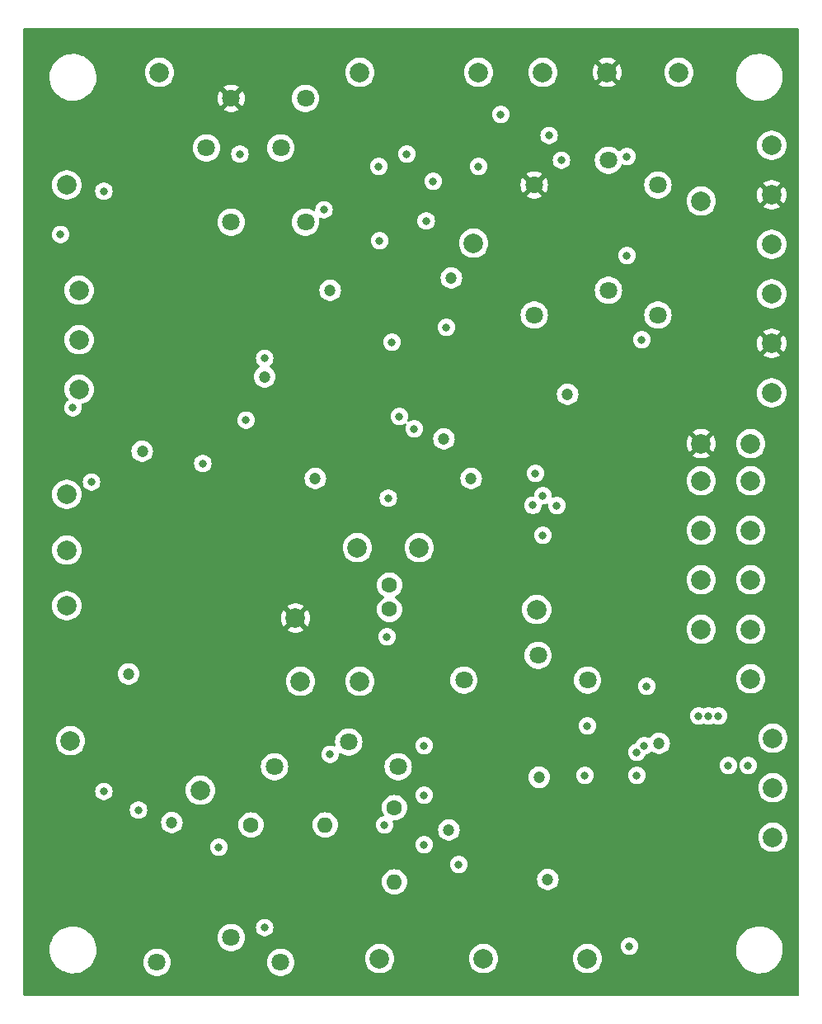
<source format=gbr>
%TF.GenerationSoftware,KiCad,Pcbnew,7.0.9-7.0.9~ubuntu23.04.1*%
%TF.CreationDate,2024-01-02T14:37:14+01:00*%
%TF.ProjectId,vco_1,76636f5f-312e-46b6-9963-61645f706362,rev?*%
%TF.SameCoordinates,Original*%
%TF.FileFunction,Copper,L3,Inr*%
%TF.FilePolarity,Positive*%
%FSLAX46Y46*%
G04 Gerber Fmt 4.6, Leading zero omitted, Abs format (unit mm)*
G04 Created by KiCad (PCBNEW 7.0.9-7.0.9~ubuntu23.04.1) date 2024-01-02 14:37:14*
%MOMM*%
%LPD*%
G01*
G04 APERTURE LIST*
%TA.AperFunction,ComponentPad*%
%ADD10C,2.000000*%
%TD*%
%TA.AperFunction,ComponentPad*%
%ADD11C,1.600000*%
%TD*%
%TA.AperFunction,ComponentPad*%
%ADD12O,1.600000X1.600000*%
%TD*%
%TA.AperFunction,ComponentPad*%
%ADD13C,1.800000*%
%TD*%
%TA.AperFunction,ViaPad*%
%ADD14C,1.200000*%
%TD*%
%TA.AperFunction,ViaPad*%
%ADD15C,0.800000*%
%TD*%
G04 APERTURE END LIST*
D10*
%TO.N,Net-(R31-Pad1)*%
%TO.C,TP7*%
X67564000Y-109347000D03*
%TD*%
%TO.N,Net-(U4B-+)*%
%TO.C,SW2*%
X107696000Y-84963000D03*
%TO.N,Net-(R18-Pad2)*%
X107696000Y-88773000D03*
%TO.N,Net-(R17-Pad2)*%
X107696000Y-93853000D03*
%TO.N,Net-(R16-Pad2)*%
X107696000Y-98933000D03*
%TO.N,Net-(R15-Pad2)*%
X107696000Y-104013000D03*
%TO.N,Net-(U4D-+)*%
X107696000Y-109093000D03*
%TO.N,GND*%
X102616000Y-84963000D03*
%TO.N,Net-(U4A-+)*%
X102616000Y-88773000D03*
%TO.N,Net-(R11-Pad2)*%
X102616000Y-93853000D03*
%TO.N,Net-(R10-Pad2)*%
X102616000Y-98933000D03*
%TO.N,Net-(R10-Pad1)*%
X102616000Y-104013000D03*
%TD*%
%TO.N,Net-(J10-Pin_1)*%
%TO.C,J10*%
X37465000Y-101600000D03*
%TD*%
D11*
%TO.N,/Core/summed_input*%
%TO.C,TH1*%
X71120000Y-122301000D03*
D12*
%TO.N,Net-(U5A--)*%
X71120000Y-129921000D03*
%TD*%
D10*
%TO.N,Net-(D3-A)*%
%TO.C,TP9*%
X86360000Y-46863000D03*
%TD*%
%TO.N,-10V*%
%TO.C,TP4*%
X51181000Y-120520000D03*
%TD*%
%TO.N,Net-(Q3-G)*%
%TO.C,TP11*%
X73660000Y-95631000D03*
%TD*%
%TO.N,Net-(J1-Pin_1)*%
%TO.C,J2*%
X109855000Y-79756000D03*
%TO.N,GND*%
X109855000Y-74676000D03*
%TO.N,Net-(J1-Pin_3)*%
X109855000Y-69596000D03*
%TD*%
%TO.N,Net-(D3-A)*%
%TO.C,J6*%
X79756000Y-46863000D03*
%TD*%
%TO.N,/Core/raw_saw*%
%TO.C,TP10*%
X67310000Y-95631000D03*
%TD*%
%TO.N,Net-(U4D--)*%
%TO.C,RV2*%
X109982000Y-125349000D03*
%TO.N,Net-(U4C-+)*%
X109982000Y-120269000D03*
%TO.N,Net-(U4A--)*%
X109982000Y-115189000D03*
%TD*%
%TO.N,Net-(J3-Pin_1)*%
%TO.C,J3*%
X90932000Y-137795000D03*
%TD*%
%TO.N,+12V*%
%TO.C,TP1*%
X102616000Y-60071000D03*
%TD*%
%TO.N,Net-(J4-Pin_1)*%
%TO.C,J4*%
X80264000Y-137795000D03*
%TD*%
%TO.N,Net-(J1-Pin_1)*%
%TO.C,J1*%
X109855000Y-64516000D03*
%TO.N,GND*%
X109855000Y-59436000D03*
%TO.N,Net-(J1-Pin_3)*%
X109855000Y-54356000D03*
%TD*%
%TO.N,Net-(D1-A)*%
%TO.C,TP6*%
X61468000Y-109347000D03*
%TD*%
%TO.N,Net-(J9-Pin_1)*%
%TO.C,J9*%
X37465000Y-90170000D03*
%TD*%
D11*
%TO.N,Net-(Q3-S)*%
%TO.C,C13*%
X70612000Y-101961000D03*
%TO.N,/Core/raw_saw*%
X70612000Y-99461000D03*
%TD*%
D10*
%TO.N,-12V*%
%TO.C,TP3*%
X100330000Y-46863000D03*
%TD*%
%TO.N,Net-(J7-Pin_1)*%
%TO.C,J7*%
X46990000Y-46863000D03*
%TD*%
%TO.N,Net-(J9-Pin_1)*%
%TO.C,TP13*%
X37465000Y-95885000D03*
%TD*%
%TO.N,Net-(J5-Pin_1)*%
%TO.C,J5*%
X69596000Y-137795000D03*
%TD*%
%TO.N,+10V*%
%TO.C,TP5*%
X37846000Y-115440000D03*
%TD*%
D11*
%TO.N,+10V*%
%TO.C,R32*%
X56388000Y-124079000D03*
D12*
%TO.N,Net-(U5B--)*%
X64008000Y-124079000D03*
%TD*%
D10*
%TO.N,GND*%
%TO.C,TP14*%
X60960000Y-102870000D03*
%TD*%
%TO.N,GND*%
%TO.C,TP2*%
X92964000Y-46863000D03*
%TD*%
%TO.N,Net-(D2-A)*%
%TO.C,TP8*%
X79248000Y-64389000D03*
%TD*%
%TO.N,Net-(J8-Pin_1)*%
%TO.C,J8*%
X37465000Y-58420000D03*
%TD*%
%TO.N,Net-(J7-Pin_1)*%
%TO.C,TP12*%
X67564000Y-46863000D03*
%TD*%
%TO.N,Net-(R50-Pad1)*%
%TO.C,RV10*%
X38735000Y-79375000D03*
%TO.N,Net-(R61-Pad2)*%
X38735000Y-74295000D03*
%TO.N,Net-(R51-Pad1)*%
X38735000Y-69215000D03*
%TD*%
%TO.N,Net-(J11-Pin_1)*%
%TO.C,J11*%
X85725000Y-101981000D03*
%TD*%
D13*
%TO.N,GND*%
%TO.C,RV6*%
X85471000Y-58420000D03*
%TO.N,Net-(C29-Pad1)*%
X93091000Y-55880000D03*
%TO.N,Net-(R37-Pad1)*%
X98171000Y-58420000D03*
%TD*%
%TO.N,Net-(R35-Pad2)*%
%TO.C,RV7*%
X85471000Y-71755000D03*
%TO.N,Net-(D2-A)*%
X93091000Y-69215000D03*
X98171000Y-71755000D03*
%TD*%
%TO.N,/Core/summed_input*%
%TO.C,RV4*%
X58801000Y-118110000D03*
%TO.N,Net-(D1-A)*%
X66421000Y-115570000D03*
%TO.N,Net-(R29-Pad1)*%
X71501000Y-118110000D03*
%TD*%
%TO.N,Net-(J7-Pin_1)*%
%TO.C,RV9*%
X61981000Y-62230000D03*
X59441000Y-54610000D03*
%TO.N,Net-(R47-Pad2)*%
X61981000Y-49530000D03*
%TD*%
%TO.N,Net-(R27-Pad1)*%
%TO.C,RV3*%
X46736000Y-138176000D03*
%TO.N,Net-(R28-Pad1)*%
X54356000Y-135636000D03*
%TO.N,Net-(R26-Pad2)*%
X59436000Y-138176000D03*
%TD*%
%TO.N,Net-(R48-Pad1)*%
%TO.C,RV8*%
X54356000Y-62230000D03*
%TO.N,Net-(U9A-+)*%
X51816000Y-54610000D03*
%TO.N,GND*%
X54356000Y-49530000D03*
%TD*%
%TO.N,Net-(R30-Pad2)*%
%TO.C,RV5*%
X78246000Y-109225000D03*
%TO.N,Net-(C11-Pad2)*%
X85866000Y-106685000D03*
X90946000Y-109225000D03*
%TD*%
D14*
%TO.N,+12V*%
X85979000Y-119191000D03*
D15*
X94996000Y-65659000D03*
D14*
X64516000Y-69215000D03*
X76200000Y-84455000D03*
X76708000Y-124587000D03*
X57785000Y-78105000D03*
X43815000Y-108585000D03*
X88900000Y-79883000D03*
%TO.N,GND*%
X98044000Y-121031000D03*
X91948000Y-96647000D03*
X84836000Y-123063000D03*
X68326000Y-126111000D03*
X78232000Y-84455000D03*
X93472000Y-52959000D03*
X61595000Y-80010000D03*
X65024000Y-84963000D03*
X94710000Y-87503000D03*
X72898000Y-137795000D03*
X85978500Y-114173000D03*
X49276000Y-55245000D03*
X35560000Y-104775000D03*
X52705000Y-107950000D03*
X78232000Y-121031000D03*
D15*
X100076000Y-63627000D03*
D14*
X82804000Y-137795000D03*
X81280000Y-69215000D03*
X53975000Y-85090000D03*
X46736000Y-128651000D03*
X38100000Y-128905000D03*
X60325000Y-93345000D03*
X93980000Y-82423000D03*
X43180000Y-85725000D03*
D15*
X100076000Y-53467000D03*
D14*
X67818000Y-70993000D03*
X61976000Y-137795000D03*
X79248000Y-90551000D03*
X72644000Y-68199000D03*
X98552000Y-106045000D03*
X69596000Y-117475000D03*
X40005000Y-110490000D03*
X86360000Y-97663000D03*
X46990000Y-72390000D03*
%TO.N,-12V*%
X48260000Y-123825000D03*
X78994000Y-88519000D03*
X98298000Y-115697000D03*
X45215000Y-85725000D03*
X76962000Y-67945000D03*
X86868000Y-129667000D03*
D15*
X94996000Y-55499000D03*
D14*
X62992000Y-88519000D03*
D15*
%TO.N,+10V*%
X70358000Y-104775000D03*
X86360000Y-94361000D03*
X86995000Y-53340000D03*
X86360000Y-90297000D03*
X96520000Y-74295000D03*
X55245000Y-55245000D03*
X36830000Y-63500000D03*
X41275000Y-59055000D03*
X82042000Y-51181000D03*
%TO.N,-10V*%
X41275000Y-120650000D03*
X38100000Y-81280000D03*
X57785000Y-134620000D03*
X72390000Y-55245000D03*
X40005000Y-88900000D03*
X95250000Y-136525000D03*
%TO.N,/Core/summed_input*%
X77724000Y-128143000D03*
%TO.N,Net-(U5B--)*%
X70104000Y-124079000D03*
%TO.N,Net-(U2-A)*%
X53086000Y-126365000D03*
X44831000Y-122555000D03*
%TO.N,Net-(D2-A)*%
X74376000Y-62103000D03*
X76454000Y-73025000D03*
%TO.N,Net-(D3-A)*%
X70866000Y-74549000D03*
X55880000Y-82550000D03*
X79756000Y-56515000D03*
X75100500Y-58039000D03*
%TO.N,Net-(J9-Pin_1)*%
X57785000Y-76200000D03*
X51435000Y-86995000D03*
%TO.N,Net-(R10-Pad1)*%
X104394000Y-112903000D03*
%TO.N,Net-(R10-Pad2)*%
X103378000Y-112903000D03*
%TO.N,Net-(R11-Pad2)*%
X102362000Y-112903000D03*
%TO.N,Net-(R31-Pad1)*%
X74168000Y-121031000D03*
X74168000Y-126111000D03*
X74168000Y-115951000D03*
%TO.N,Net-(R37-Pad1)*%
X88265000Y-55880000D03*
%TO.N,Net-(R49-Pad1)*%
X69502500Y-56515000D03*
X69596000Y-64135000D03*
%TO.N,Net-(U9A-+)*%
X63881000Y-60960000D03*
%TO.N,Net-(U7-STRB)*%
X73152000Y-83439000D03*
X71628000Y-82169000D03*
%TO.N,Net-(U4A-+)*%
X97028000Y-109855000D03*
%TO.N,Net-(Q3-S)*%
X70485000Y-90551000D03*
X64516000Y-116840000D03*
%TO.N,Net-(U4D-+)*%
X105410000Y-117983000D03*
X96012000Y-116629500D03*
%TO.N,Net-(U8--)*%
X85344000Y-91275500D03*
X87800500Y-91313000D03*
X85598000Y-88011000D03*
%TO.N,Net-(U4D--)*%
X96774000Y-115951000D03*
X107442000Y-117983000D03*
%TO.N,Net-(U4C-+)*%
X96012000Y-118999000D03*
%TO.N,Net-(U4A--)*%
X90932000Y-113919000D03*
%TO.N,Net-(U4B-+)*%
X90678000Y-118999000D03*
%TD*%
%TA.AperFunction,Conductor*%
%TO.N,GND*%
G36*
X112608039Y-42311185D02*
G01*
X112653794Y-42363989D01*
X112665000Y-42415500D01*
X112665000Y-141481000D01*
X112645315Y-141548039D01*
X112592511Y-141593794D01*
X112541000Y-141605000D01*
X33144500Y-141605000D01*
X33077461Y-141585315D01*
X33031706Y-141532511D01*
X33020500Y-141481000D01*
X33020500Y-136828903D01*
X35695793Y-136828903D01*
X35705672Y-137136970D01*
X35705672Y-137136975D01*
X35705673Y-137136978D01*
X35754867Y-137441261D01*
X35799137Y-137590419D01*
X35842571Y-137736763D01*
X35967333Y-138018601D01*
X35967337Y-138018609D01*
X36127123Y-138282193D01*
X36127127Y-138282198D01*
X36127133Y-138282207D01*
X36319297Y-138523174D01*
X36319299Y-138523176D01*
X36319303Y-138523180D01*
X36319304Y-138523181D01*
X36540724Y-138737614D01*
X36684408Y-138844848D01*
X36787741Y-138921968D01*
X36787743Y-138921969D01*
X36787747Y-138921972D01*
X37056318Y-139073228D01*
X37197057Y-139130207D01*
X37342018Y-139188897D01*
X37342023Y-139188898D01*
X37342025Y-139188899D01*
X37640179Y-139267084D01*
X37945883Y-139306500D01*
X37945890Y-139306500D01*
X38176980Y-139306500D01*
X38275814Y-139300154D01*
X38407601Y-139291693D01*
X38710151Y-139232772D01*
X39002683Y-139135644D01*
X39002689Y-139135640D01*
X39002693Y-139135640D01*
X39203063Y-139039147D01*
X39280393Y-139001907D01*
X39538720Y-138833754D01*
X39773424Y-138633948D01*
X39980650Y-138405769D01*
X40140922Y-138176006D01*
X45330700Y-138176006D01*
X45349864Y-138407297D01*
X45349866Y-138407308D01*
X45406842Y-138632300D01*
X45500075Y-138844848D01*
X45627016Y-139039147D01*
X45627019Y-139039151D01*
X45627021Y-139039153D01*
X45784216Y-139209913D01*
X45784219Y-139209915D01*
X45784222Y-139209918D01*
X45967365Y-139352464D01*
X45967371Y-139352468D01*
X45967374Y-139352470D01*
X46171497Y-139462936D01*
X46285487Y-139502068D01*
X46391015Y-139538297D01*
X46391017Y-139538297D01*
X46391019Y-139538298D01*
X46619951Y-139576500D01*
X46619952Y-139576500D01*
X46852048Y-139576500D01*
X46852049Y-139576500D01*
X47080981Y-139538298D01*
X47300503Y-139462936D01*
X47504626Y-139352470D01*
X47687784Y-139209913D01*
X47844979Y-139039153D01*
X47971924Y-138844849D01*
X48065157Y-138632300D01*
X48122134Y-138407305D01*
X48122261Y-138405774D01*
X48141300Y-138176006D01*
X58030700Y-138176006D01*
X58049864Y-138407297D01*
X58049866Y-138407308D01*
X58106842Y-138632300D01*
X58200075Y-138844848D01*
X58327016Y-139039147D01*
X58327019Y-139039151D01*
X58327021Y-139039153D01*
X58484216Y-139209913D01*
X58484219Y-139209915D01*
X58484222Y-139209918D01*
X58667365Y-139352464D01*
X58667371Y-139352468D01*
X58667374Y-139352470D01*
X58871497Y-139462936D01*
X58985487Y-139502068D01*
X59091015Y-139538297D01*
X59091017Y-139538297D01*
X59091019Y-139538298D01*
X59319951Y-139576500D01*
X59319952Y-139576500D01*
X59552048Y-139576500D01*
X59552049Y-139576500D01*
X59780981Y-139538298D01*
X60000503Y-139462936D01*
X60204626Y-139352470D01*
X60387784Y-139209913D01*
X60544979Y-139039153D01*
X60671924Y-138844849D01*
X60765157Y-138632300D01*
X60822134Y-138407305D01*
X60822261Y-138405774D01*
X60841300Y-138176006D01*
X60841300Y-138175993D01*
X60822135Y-137944702D01*
X60822133Y-137944691D01*
X60784227Y-137795005D01*
X68090357Y-137795005D01*
X68110890Y-138042812D01*
X68110892Y-138042824D01*
X68171936Y-138283881D01*
X68271826Y-138511606D01*
X68407833Y-138719782D01*
X68407836Y-138719785D01*
X68576256Y-138902738D01*
X68772491Y-139055474D01*
X68991190Y-139173828D01*
X69226386Y-139254571D01*
X69471665Y-139295500D01*
X69720335Y-139295500D01*
X69965614Y-139254571D01*
X70200810Y-139173828D01*
X70419509Y-139055474D01*
X70615744Y-138902738D01*
X70784164Y-138719785D01*
X70920173Y-138511607D01*
X71020063Y-138283881D01*
X71081108Y-138042821D01*
X71081109Y-138042812D01*
X71101643Y-137795005D01*
X78758357Y-137795005D01*
X78778890Y-138042812D01*
X78778892Y-138042824D01*
X78839936Y-138283881D01*
X78939826Y-138511606D01*
X79075833Y-138719782D01*
X79075836Y-138719785D01*
X79244256Y-138902738D01*
X79440491Y-139055474D01*
X79659190Y-139173828D01*
X79894386Y-139254571D01*
X80139665Y-139295500D01*
X80388335Y-139295500D01*
X80633614Y-139254571D01*
X80868810Y-139173828D01*
X81087509Y-139055474D01*
X81283744Y-138902738D01*
X81452164Y-138719785D01*
X81588173Y-138511607D01*
X81688063Y-138283881D01*
X81749108Y-138042821D01*
X81749109Y-138042812D01*
X81769643Y-137795005D01*
X89426357Y-137795005D01*
X89446890Y-138042812D01*
X89446892Y-138042824D01*
X89507936Y-138283881D01*
X89607826Y-138511606D01*
X89743833Y-138719782D01*
X89743836Y-138719785D01*
X89912256Y-138902738D01*
X90108491Y-139055474D01*
X90327190Y-139173828D01*
X90562386Y-139254571D01*
X90807665Y-139295500D01*
X91056335Y-139295500D01*
X91301614Y-139254571D01*
X91536810Y-139173828D01*
X91755509Y-139055474D01*
X91951744Y-138902738D01*
X92120164Y-138719785D01*
X92256173Y-138511607D01*
X92356063Y-138283881D01*
X92417108Y-138042821D01*
X92417109Y-138042812D01*
X92437643Y-137795005D01*
X92437643Y-137794994D01*
X92417109Y-137547187D01*
X92417107Y-137547175D01*
X92356063Y-137306118D01*
X92256173Y-137078393D01*
X92120166Y-136870217D01*
X92067000Y-136812464D01*
X91951744Y-136687262D01*
X91755509Y-136534526D01*
X91755507Y-136534525D01*
X91755506Y-136534524D01*
X91737907Y-136525000D01*
X94344540Y-136525000D01*
X94364326Y-136713256D01*
X94364327Y-136713259D01*
X94422818Y-136893277D01*
X94422821Y-136893284D01*
X94517467Y-137057216D01*
X94644129Y-137197888D01*
X94797265Y-137309148D01*
X94797270Y-137309151D01*
X94970192Y-137386142D01*
X94970197Y-137386144D01*
X95155354Y-137425500D01*
X95155355Y-137425500D01*
X95344644Y-137425500D01*
X95344646Y-137425500D01*
X95529803Y-137386144D01*
X95702730Y-137309151D01*
X95855871Y-137197888D01*
X95982533Y-137057216D01*
X96077179Y-136893284D01*
X96098098Y-136828903D01*
X106180793Y-136828903D01*
X106190672Y-137136970D01*
X106190672Y-137136975D01*
X106190673Y-137136978D01*
X106239867Y-137441261D01*
X106284137Y-137590419D01*
X106327571Y-137736763D01*
X106452333Y-138018601D01*
X106452337Y-138018609D01*
X106612123Y-138282193D01*
X106612127Y-138282198D01*
X106612133Y-138282207D01*
X106804297Y-138523174D01*
X106804299Y-138523176D01*
X106804303Y-138523180D01*
X106804304Y-138523181D01*
X107025724Y-138737614D01*
X107169408Y-138844848D01*
X107272741Y-138921968D01*
X107272743Y-138921969D01*
X107272747Y-138921972D01*
X107541318Y-139073228D01*
X107682057Y-139130207D01*
X107827018Y-139188897D01*
X107827023Y-139188898D01*
X107827025Y-139188899D01*
X108125179Y-139267084D01*
X108430883Y-139306500D01*
X108430890Y-139306500D01*
X108661980Y-139306500D01*
X108760814Y-139300154D01*
X108892601Y-139291693D01*
X109195151Y-139232772D01*
X109487683Y-139135644D01*
X109487689Y-139135640D01*
X109487693Y-139135640D01*
X109688063Y-139039147D01*
X109765393Y-139001907D01*
X110023720Y-138833754D01*
X110258424Y-138633948D01*
X110465650Y-138405769D01*
X110641996Y-138152963D01*
X110784567Y-137879683D01*
X110891020Y-137590415D01*
X110959609Y-137289908D01*
X110989206Y-136983098D01*
X110979327Y-136675022D01*
X110930133Y-136370739D01*
X110842431Y-136075244D01*
X110842429Y-136075239D01*
X110842428Y-136075236D01*
X110717666Y-135793398D01*
X110717663Y-135793391D01*
X110557877Y-135529807D01*
X110557870Y-135529799D01*
X110557866Y-135529792D01*
X110365702Y-135288825D01*
X110365700Y-135288823D01*
X110253021Y-135179700D01*
X110144276Y-135074386D01*
X110000591Y-134967151D01*
X109897258Y-134890031D01*
X109897253Y-134890028D01*
X109628682Y-134738772D01*
X109591383Y-134723671D01*
X109342981Y-134623102D01*
X109175660Y-134579226D01*
X109044821Y-134544916D01*
X108739117Y-134505500D01*
X108508026Y-134505500D01*
X108508020Y-134505500D01*
X108277406Y-134520306D01*
X108277389Y-134520308D01*
X107974854Y-134579226D01*
X107974849Y-134579228D01*
X107682310Y-134676358D01*
X107682306Y-134676359D01*
X107404613Y-134810089D01*
X107404605Y-134810094D01*
X107146286Y-134978241D01*
X107146276Y-134978248D01*
X106911581Y-135178046D01*
X106911571Y-135178056D01*
X106704354Y-135406225D01*
X106704350Y-135406229D01*
X106528005Y-135659033D01*
X106528003Y-135659037D01*
X106385432Y-135932319D01*
X106385429Y-135932326D01*
X106278981Y-136221580D01*
X106278979Y-136221590D01*
X106210391Y-136522089D01*
X106180794Y-136828902D01*
X106180793Y-136828903D01*
X96098098Y-136828903D01*
X96135674Y-136713256D01*
X96155460Y-136525000D01*
X96135674Y-136336744D01*
X96077179Y-136156716D01*
X95982533Y-135992784D01*
X95855871Y-135852112D01*
X95855870Y-135852111D01*
X95702734Y-135740851D01*
X95702729Y-135740848D01*
X95529807Y-135663857D01*
X95529802Y-135663855D01*
X95384001Y-135632865D01*
X95344646Y-135624500D01*
X95155354Y-135624500D01*
X95122897Y-135631398D01*
X94970197Y-135663855D01*
X94970192Y-135663857D01*
X94797270Y-135740848D01*
X94797265Y-135740851D01*
X94644129Y-135852111D01*
X94517466Y-135992785D01*
X94422821Y-136156715D01*
X94422818Y-136156722D01*
X94374689Y-136304849D01*
X94364326Y-136336744D01*
X94344540Y-136525000D01*
X91737907Y-136525000D01*
X91536811Y-136416172D01*
X91536802Y-136416169D01*
X91301616Y-136335429D01*
X91056335Y-136294500D01*
X90807665Y-136294500D01*
X90562383Y-136335429D01*
X90327197Y-136416169D01*
X90327188Y-136416172D01*
X90108493Y-136534524D01*
X89912257Y-136687261D01*
X89743833Y-136870217D01*
X89607826Y-137078393D01*
X89507936Y-137306118D01*
X89446892Y-137547175D01*
X89446890Y-137547187D01*
X89426357Y-137794994D01*
X89426357Y-137795005D01*
X81769643Y-137795005D01*
X81769643Y-137794994D01*
X81749109Y-137547187D01*
X81749107Y-137547175D01*
X81688063Y-137306118D01*
X81588173Y-137078393D01*
X81452166Y-136870217D01*
X81399000Y-136812464D01*
X81283744Y-136687262D01*
X81087509Y-136534526D01*
X81087507Y-136534525D01*
X81087506Y-136534524D01*
X80868811Y-136416172D01*
X80868802Y-136416169D01*
X80633616Y-136335429D01*
X80388335Y-136294500D01*
X80139665Y-136294500D01*
X79894383Y-136335429D01*
X79659197Y-136416169D01*
X79659188Y-136416172D01*
X79440493Y-136534524D01*
X79244257Y-136687261D01*
X79075833Y-136870217D01*
X78939826Y-137078393D01*
X78839936Y-137306118D01*
X78778892Y-137547175D01*
X78778890Y-137547187D01*
X78758357Y-137794994D01*
X78758357Y-137795005D01*
X71101643Y-137795005D01*
X71101643Y-137794994D01*
X71081109Y-137547187D01*
X71081107Y-137547175D01*
X71020063Y-137306118D01*
X70920173Y-137078393D01*
X70784166Y-136870217D01*
X70731000Y-136812464D01*
X70615744Y-136687262D01*
X70419509Y-136534526D01*
X70419507Y-136534525D01*
X70419506Y-136534524D01*
X70200811Y-136416172D01*
X70200802Y-136416169D01*
X69965616Y-136335429D01*
X69720335Y-136294500D01*
X69471665Y-136294500D01*
X69226383Y-136335429D01*
X68991197Y-136416169D01*
X68991188Y-136416172D01*
X68772493Y-136534524D01*
X68576257Y-136687261D01*
X68407833Y-136870217D01*
X68271826Y-137078393D01*
X68171936Y-137306118D01*
X68110892Y-137547175D01*
X68110890Y-137547187D01*
X68090357Y-137794994D01*
X68090357Y-137795005D01*
X60784227Y-137795005D01*
X60765157Y-137719699D01*
X60671924Y-137507151D01*
X60544983Y-137312852D01*
X60544980Y-137312849D01*
X60544979Y-137312847D01*
X60387784Y-137142087D01*
X60387779Y-137142083D01*
X60387777Y-137142081D01*
X60204634Y-136999535D01*
X60204628Y-136999531D01*
X60000504Y-136889064D01*
X60000495Y-136889061D01*
X59780984Y-136813702D01*
X59609282Y-136785050D01*
X59552049Y-136775500D01*
X59319951Y-136775500D01*
X59274164Y-136783140D01*
X59091015Y-136813702D01*
X58871504Y-136889061D01*
X58871495Y-136889064D01*
X58667371Y-136999531D01*
X58667365Y-136999535D01*
X58484222Y-137142081D01*
X58484219Y-137142084D01*
X58327016Y-137312852D01*
X58200075Y-137507151D01*
X58106842Y-137719699D01*
X58049866Y-137944691D01*
X58049864Y-137944702D01*
X58030700Y-138175993D01*
X58030700Y-138176006D01*
X48141300Y-138176006D01*
X48141300Y-138175993D01*
X48122135Y-137944702D01*
X48122133Y-137944691D01*
X48065157Y-137719699D01*
X47971924Y-137507151D01*
X47844983Y-137312852D01*
X47844980Y-137312849D01*
X47844979Y-137312847D01*
X47687784Y-137142087D01*
X47687779Y-137142083D01*
X47687777Y-137142081D01*
X47504634Y-136999535D01*
X47504628Y-136999531D01*
X47300504Y-136889064D01*
X47300495Y-136889061D01*
X47080984Y-136813702D01*
X46909282Y-136785050D01*
X46852049Y-136775500D01*
X46619951Y-136775500D01*
X46574164Y-136783140D01*
X46391015Y-136813702D01*
X46171504Y-136889061D01*
X46171495Y-136889064D01*
X45967371Y-136999531D01*
X45967365Y-136999535D01*
X45784222Y-137142081D01*
X45784219Y-137142084D01*
X45627016Y-137312852D01*
X45500075Y-137507151D01*
X45406842Y-137719699D01*
X45349866Y-137944691D01*
X45349864Y-137944702D01*
X45330700Y-138175993D01*
X45330700Y-138176006D01*
X40140922Y-138176006D01*
X40156996Y-138152963D01*
X40299567Y-137879683D01*
X40406020Y-137590415D01*
X40474609Y-137289908D01*
X40504206Y-136983098D01*
X40494327Y-136675022D01*
X40445133Y-136370739D01*
X40357431Y-136075244D01*
X40357429Y-136075239D01*
X40357428Y-136075236D01*
X40232666Y-135793398D01*
X40232663Y-135793391D01*
X40137255Y-135636006D01*
X52950700Y-135636006D01*
X52969864Y-135867297D01*
X52969866Y-135867308D01*
X53026842Y-136092300D01*
X53120075Y-136304848D01*
X53247016Y-136499147D01*
X53247019Y-136499151D01*
X53247021Y-136499153D01*
X53404216Y-136669913D01*
X53404219Y-136669915D01*
X53404222Y-136669918D01*
X53587365Y-136812464D01*
X53587371Y-136812468D01*
X53587374Y-136812470D01*
X53791497Y-136922936D01*
X53905487Y-136962068D01*
X54011015Y-136998297D01*
X54011017Y-136998297D01*
X54011019Y-136998298D01*
X54239951Y-137036500D01*
X54239952Y-137036500D01*
X54472048Y-137036500D01*
X54472049Y-137036500D01*
X54700981Y-136998298D01*
X54920503Y-136922936D01*
X55124626Y-136812470D01*
X55307784Y-136669913D01*
X55464979Y-136499153D01*
X55591924Y-136304849D01*
X55685157Y-136092300D01*
X55742134Y-135867305D01*
X55752612Y-135740851D01*
X55761300Y-135636006D01*
X55761300Y-135635993D01*
X55742135Y-135404702D01*
X55742133Y-135404691D01*
X55685157Y-135179699D01*
X55591924Y-134967151D01*
X55464983Y-134772852D01*
X55464980Y-134772849D01*
X55464979Y-134772847D01*
X55324274Y-134620000D01*
X56879540Y-134620000D01*
X56899326Y-134808256D01*
X56899327Y-134808259D01*
X56957818Y-134988277D01*
X56957821Y-134988284D01*
X57052467Y-135152216D01*
X57077214Y-135179700D01*
X57179129Y-135292888D01*
X57332265Y-135404148D01*
X57332270Y-135404151D01*
X57505192Y-135481142D01*
X57505197Y-135481144D01*
X57690354Y-135520500D01*
X57690355Y-135520500D01*
X57879644Y-135520500D01*
X57879646Y-135520500D01*
X58064803Y-135481144D01*
X58237730Y-135404151D01*
X58390871Y-135292888D01*
X58517533Y-135152216D01*
X58612179Y-134988284D01*
X58670674Y-134808256D01*
X58690460Y-134620000D01*
X58670674Y-134431744D01*
X58612179Y-134251716D01*
X58517533Y-134087784D01*
X58390871Y-133947112D01*
X58390870Y-133947111D01*
X58237734Y-133835851D01*
X58237729Y-133835848D01*
X58064807Y-133758857D01*
X58064802Y-133758855D01*
X57919001Y-133727865D01*
X57879646Y-133719500D01*
X57690354Y-133719500D01*
X57657897Y-133726398D01*
X57505197Y-133758855D01*
X57505192Y-133758857D01*
X57332270Y-133835848D01*
X57332265Y-133835851D01*
X57179129Y-133947111D01*
X57052466Y-134087785D01*
X56957821Y-134251715D01*
X56957818Y-134251722D01*
X56899327Y-134431740D01*
X56899326Y-134431744D01*
X56879540Y-134620000D01*
X55324274Y-134620000D01*
X55307784Y-134602087D01*
X55307779Y-134602083D01*
X55307777Y-134602081D01*
X55124634Y-134459535D01*
X55124628Y-134459531D01*
X54920504Y-134349064D01*
X54920495Y-134349061D01*
X54700984Y-134273702D01*
X54529282Y-134245050D01*
X54472049Y-134235500D01*
X54239951Y-134235500D01*
X54194164Y-134243140D01*
X54011015Y-134273702D01*
X53791504Y-134349061D01*
X53791495Y-134349064D01*
X53587371Y-134459531D01*
X53587365Y-134459535D01*
X53404222Y-134602081D01*
X53404219Y-134602084D01*
X53404216Y-134602086D01*
X53404216Y-134602087D01*
X53345267Y-134666122D01*
X53247016Y-134772852D01*
X53120075Y-134967151D01*
X53026842Y-135179699D01*
X52969866Y-135404691D01*
X52969864Y-135404702D01*
X52950700Y-135635993D01*
X52950700Y-135636006D01*
X40137255Y-135636006D01*
X40072877Y-135529807D01*
X40072870Y-135529799D01*
X40072866Y-135529792D01*
X39880702Y-135288825D01*
X39880700Y-135288823D01*
X39768021Y-135179700D01*
X39659276Y-135074386D01*
X39515591Y-134967151D01*
X39412258Y-134890031D01*
X39412253Y-134890028D01*
X39143682Y-134738772D01*
X39106383Y-134723671D01*
X38857981Y-134623102D01*
X38690660Y-134579226D01*
X38559821Y-134544916D01*
X38254117Y-134505500D01*
X38023026Y-134505500D01*
X38023020Y-134505500D01*
X37792406Y-134520306D01*
X37792389Y-134520308D01*
X37489854Y-134579226D01*
X37489849Y-134579228D01*
X37197310Y-134676358D01*
X37197306Y-134676359D01*
X36919613Y-134810089D01*
X36919605Y-134810094D01*
X36661286Y-134978241D01*
X36661276Y-134978248D01*
X36426581Y-135178046D01*
X36426571Y-135178056D01*
X36219354Y-135406225D01*
X36219350Y-135406229D01*
X36043005Y-135659033D01*
X36043003Y-135659037D01*
X35900432Y-135932319D01*
X35900429Y-135932326D01*
X35793981Y-136221580D01*
X35793979Y-136221590D01*
X35725391Y-136522089D01*
X35695794Y-136828902D01*
X35695793Y-136828903D01*
X33020500Y-136828903D01*
X33020500Y-129921001D01*
X69814532Y-129921001D01*
X69834364Y-130147686D01*
X69834366Y-130147697D01*
X69893258Y-130367488D01*
X69893261Y-130367497D01*
X69989431Y-130573732D01*
X69989432Y-130573734D01*
X70119954Y-130760141D01*
X70280858Y-130921045D01*
X70280861Y-130921047D01*
X70467266Y-131051568D01*
X70673504Y-131147739D01*
X70893308Y-131206635D01*
X71055230Y-131220801D01*
X71119998Y-131226468D01*
X71120000Y-131226468D01*
X71120002Y-131226468D01*
X71176673Y-131221509D01*
X71346692Y-131206635D01*
X71566496Y-131147739D01*
X71772734Y-131051568D01*
X71959139Y-130921047D01*
X72120047Y-130760139D01*
X72250568Y-130573734D01*
X72346739Y-130367496D01*
X72405635Y-130147692D01*
X72425468Y-129921000D01*
X72405635Y-129694308D01*
X72398318Y-129667000D01*
X85762785Y-129667000D01*
X85781602Y-129870082D01*
X85837417Y-130066247D01*
X85837422Y-130066260D01*
X85928327Y-130248821D01*
X86051237Y-130411581D01*
X86201958Y-130548980D01*
X86201960Y-130548982D01*
X86301141Y-130610392D01*
X86375363Y-130656348D01*
X86565544Y-130730024D01*
X86766024Y-130767500D01*
X86766026Y-130767500D01*
X86969974Y-130767500D01*
X86969976Y-130767500D01*
X87170456Y-130730024D01*
X87360637Y-130656348D01*
X87534041Y-130548981D01*
X87684764Y-130411579D01*
X87807673Y-130248821D01*
X87898582Y-130066250D01*
X87954397Y-129870083D01*
X87973215Y-129667000D01*
X87954397Y-129463917D01*
X87898582Y-129267750D01*
X87807673Y-129085179D01*
X87684764Y-128922421D01*
X87684762Y-128922418D01*
X87534041Y-128785019D01*
X87534039Y-128785017D01*
X87360642Y-128677655D01*
X87360635Y-128677651D01*
X87251478Y-128635364D01*
X87170456Y-128603976D01*
X86969976Y-128566500D01*
X86766024Y-128566500D01*
X86565544Y-128603976D01*
X86565541Y-128603976D01*
X86565541Y-128603977D01*
X86375364Y-128677651D01*
X86375357Y-128677655D01*
X86201960Y-128785017D01*
X86201958Y-128785019D01*
X86051237Y-128922418D01*
X85928327Y-129085178D01*
X85837422Y-129267739D01*
X85837417Y-129267752D01*
X85781602Y-129463917D01*
X85762785Y-129666999D01*
X85762785Y-129667000D01*
X72398318Y-129667000D01*
X72346739Y-129474504D01*
X72250568Y-129268266D01*
X72120047Y-129081861D01*
X72120045Y-129081858D01*
X71959141Y-128920954D01*
X71772734Y-128790432D01*
X71772732Y-128790431D01*
X71566497Y-128694261D01*
X71566488Y-128694258D01*
X71346697Y-128635366D01*
X71346693Y-128635365D01*
X71346692Y-128635365D01*
X71346691Y-128635364D01*
X71346686Y-128635364D01*
X71120002Y-128615532D01*
X71119998Y-128615532D01*
X70893313Y-128635364D01*
X70893302Y-128635366D01*
X70673511Y-128694258D01*
X70673502Y-128694261D01*
X70467267Y-128790431D01*
X70467265Y-128790432D01*
X70280858Y-128920954D01*
X70119954Y-129081858D01*
X69989432Y-129268265D01*
X69989431Y-129268267D01*
X69893261Y-129474502D01*
X69893258Y-129474511D01*
X69834366Y-129694302D01*
X69834364Y-129694313D01*
X69814532Y-129920998D01*
X69814532Y-129921001D01*
X33020500Y-129921001D01*
X33020500Y-128143000D01*
X76818540Y-128143000D01*
X76838326Y-128331256D01*
X76838327Y-128331259D01*
X76896818Y-128511277D01*
X76896821Y-128511284D01*
X76991467Y-128675216D01*
X77095207Y-128790431D01*
X77118129Y-128815888D01*
X77271265Y-128927148D01*
X77271270Y-128927151D01*
X77444192Y-129004142D01*
X77444197Y-129004144D01*
X77629354Y-129043500D01*
X77629355Y-129043500D01*
X77818644Y-129043500D01*
X77818646Y-129043500D01*
X78003803Y-129004144D01*
X78176730Y-128927151D01*
X78329871Y-128815888D01*
X78456533Y-128675216D01*
X78551179Y-128511284D01*
X78609674Y-128331256D01*
X78629460Y-128143000D01*
X78609674Y-127954744D01*
X78551179Y-127774716D01*
X78456533Y-127610784D01*
X78329871Y-127470112D01*
X78329870Y-127470111D01*
X78176734Y-127358851D01*
X78176729Y-127358848D01*
X78003807Y-127281857D01*
X78003802Y-127281855D01*
X77858001Y-127250865D01*
X77818646Y-127242500D01*
X77629354Y-127242500D01*
X77596897Y-127249398D01*
X77444197Y-127281855D01*
X77444192Y-127281857D01*
X77271270Y-127358848D01*
X77271265Y-127358851D01*
X77118129Y-127470111D01*
X76991466Y-127610785D01*
X76896821Y-127774715D01*
X76896818Y-127774722D01*
X76838327Y-127954740D01*
X76838326Y-127954744D01*
X76818540Y-128143000D01*
X33020500Y-128143000D01*
X33020500Y-126365000D01*
X52180540Y-126365000D01*
X52200326Y-126553256D01*
X52200327Y-126553259D01*
X52258818Y-126733277D01*
X52258821Y-126733284D01*
X52353467Y-126897216D01*
X52420931Y-126972142D01*
X52480129Y-127037888D01*
X52633265Y-127149148D01*
X52633270Y-127149151D01*
X52806192Y-127226142D01*
X52806197Y-127226144D01*
X52991354Y-127265500D01*
X52991355Y-127265500D01*
X53180644Y-127265500D01*
X53180646Y-127265500D01*
X53365803Y-127226144D01*
X53538730Y-127149151D01*
X53691871Y-127037888D01*
X53818533Y-126897216D01*
X53913179Y-126733284D01*
X53971674Y-126553256D01*
X53991460Y-126365000D01*
X53971674Y-126176744D01*
X53950312Y-126111000D01*
X73262540Y-126111000D01*
X73282326Y-126299256D01*
X73282327Y-126299259D01*
X73340818Y-126479277D01*
X73340821Y-126479284D01*
X73435467Y-126643216D01*
X73511654Y-126727830D01*
X73562129Y-126783888D01*
X73715265Y-126895148D01*
X73715270Y-126895151D01*
X73888192Y-126972142D01*
X73888197Y-126972144D01*
X74073354Y-127011500D01*
X74073355Y-127011500D01*
X74262644Y-127011500D01*
X74262646Y-127011500D01*
X74447803Y-126972144D01*
X74620730Y-126895151D01*
X74773871Y-126783888D01*
X74900533Y-126643216D01*
X74995179Y-126479284D01*
X75053674Y-126299256D01*
X75073460Y-126111000D01*
X75053674Y-125922744D01*
X74995179Y-125742716D01*
X74900533Y-125578784D01*
X74773871Y-125438112D01*
X74773870Y-125438111D01*
X74620734Y-125326851D01*
X74620729Y-125326848D01*
X74447807Y-125249857D01*
X74447802Y-125249855D01*
X74302001Y-125218865D01*
X74262646Y-125210500D01*
X74073354Y-125210500D01*
X74040897Y-125217398D01*
X73888197Y-125249855D01*
X73888192Y-125249857D01*
X73715270Y-125326848D01*
X73715265Y-125326851D01*
X73562129Y-125438111D01*
X73435466Y-125578785D01*
X73340821Y-125742715D01*
X73340818Y-125742722D01*
X73282327Y-125922740D01*
X73282326Y-125922744D01*
X73262540Y-126111000D01*
X53950312Y-126111000D01*
X53913179Y-125996716D01*
X53818533Y-125832784D01*
X53691871Y-125692112D01*
X53691870Y-125692111D01*
X53538734Y-125580851D01*
X53538729Y-125580848D01*
X53365807Y-125503857D01*
X53365802Y-125503855D01*
X53201732Y-125468982D01*
X53180646Y-125464500D01*
X52991354Y-125464500D01*
X52970268Y-125468982D01*
X52806197Y-125503855D01*
X52806192Y-125503857D01*
X52633270Y-125580848D01*
X52633265Y-125580851D01*
X52480129Y-125692111D01*
X52353466Y-125832785D01*
X52258821Y-125996715D01*
X52258818Y-125996722D01*
X52200327Y-126176740D01*
X52200326Y-126176744D01*
X52180540Y-126365000D01*
X33020500Y-126365000D01*
X33020500Y-123825000D01*
X47154785Y-123825000D01*
X47173602Y-124028082D01*
X47229417Y-124224247D01*
X47229422Y-124224260D01*
X47320327Y-124406821D01*
X47443237Y-124569581D01*
X47593958Y-124706980D01*
X47593960Y-124706982D01*
X47666486Y-124751888D01*
X47767363Y-124814348D01*
X47957544Y-124888024D01*
X48158024Y-124925500D01*
X48158026Y-124925500D01*
X48361974Y-124925500D01*
X48361976Y-124925500D01*
X48562456Y-124888024D01*
X48752637Y-124814348D01*
X48926041Y-124706981D01*
X49076764Y-124569579D01*
X49199673Y-124406821D01*
X49290582Y-124224250D01*
X49331909Y-124079001D01*
X55082532Y-124079001D01*
X55102364Y-124305686D01*
X55102366Y-124305697D01*
X55161258Y-124525488D01*
X55161261Y-124525497D01*
X55257431Y-124731732D01*
X55257432Y-124731734D01*
X55387954Y-124918141D01*
X55548858Y-125079045D01*
X55548861Y-125079047D01*
X55735266Y-125209568D01*
X55941504Y-125305739D01*
X56161308Y-125364635D01*
X56323230Y-125378801D01*
X56387998Y-125384468D01*
X56388000Y-125384468D01*
X56388002Y-125384468D01*
X56444673Y-125379509D01*
X56614692Y-125364635D01*
X56834496Y-125305739D01*
X57040734Y-125209568D01*
X57227139Y-125079047D01*
X57388047Y-124918139D01*
X57518568Y-124731734D01*
X57614739Y-124525496D01*
X57673635Y-124305692D01*
X57693468Y-124079001D01*
X62702532Y-124079001D01*
X62722364Y-124305686D01*
X62722366Y-124305697D01*
X62781258Y-124525488D01*
X62781261Y-124525497D01*
X62877431Y-124731732D01*
X62877432Y-124731734D01*
X63007954Y-124918141D01*
X63168858Y-125079045D01*
X63168861Y-125079047D01*
X63355266Y-125209568D01*
X63561504Y-125305739D01*
X63781308Y-125364635D01*
X63943230Y-125378801D01*
X64007998Y-125384468D01*
X64008000Y-125384468D01*
X64008002Y-125384468D01*
X64064673Y-125379509D01*
X64234692Y-125364635D01*
X64454496Y-125305739D01*
X64660734Y-125209568D01*
X64847139Y-125079047D01*
X65008047Y-124918139D01*
X65138568Y-124731734D01*
X65234739Y-124525496D01*
X65293635Y-124305692D01*
X65313468Y-124079000D01*
X69198540Y-124079000D01*
X69218326Y-124267256D01*
X69218327Y-124267259D01*
X69276818Y-124447277D01*
X69276821Y-124447284D01*
X69371467Y-124611216D01*
X69479982Y-124731734D01*
X69498129Y-124751888D01*
X69651265Y-124863148D01*
X69651270Y-124863151D01*
X69824192Y-124940142D01*
X69824197Y-124940144D01*
X70009354Y-124979500D01*
X70009355Y-124979500D01*
X70198644Y-124979500D01*
X70198646Y-124979500D01*
X70383803Y-124940144D01*
X70556730Y-124863151D01*
X70709871Y-124751888D01*
X70836533Y-124611216D01*
X70850514Y-124587000D01*
X75602785Y-124587000D01*
X75621602Y-124790082D01*
X75677417Y-124986247D01*
X75677422Y-124986260D01*
X75768327Y-125168821D01*
X75891237Y-125331581D01*
X76041958Y-125468980D01*
X76041960Y-125468982D01*
X76098284Y-125503856D01*
X76215363Y-125576348D01*
X76405544Y-125650024D01*
X76606024Y-125687500D01*
X76606026Y-125687500D01*
X76809974Y-125687500D01*
X76809976Y-125687500D01*
X77010456Y-125650024D01*
X77200637Y-125576348D01*
X77374041Y-125468981D01*
X77505649Y-125349005D01*
X108476357Y-125349005D01*
X108496890Y-125596812D01*
X108496892Y-125596824D01*
X108557936Y-125837881D01*
X108657826Y-126065606D01*
X108793833Y-126273782D01*
X108793836Y-126273785D01*
X108962256Y-126456738D01*
X109158491Y-126609474D01*
X109377190Y-126727828D01*
X109612386Y-126808571D01*
X109857665Y-126849500D01*
X110106335Y-126849500D01*
X110351614Y-126808571D01*
X110586810Y-126727828D01*
X110805509Y-126609474D01*
X111001744Y-126456738D01*
X111170164Y-126273785D01*
X111306173Y-126065607D01*
X111406063Y-125837881D01*
X111467108Y-125596821D01*
X111467109Y-125596812D01*
X111487643Y-125349005D01*
X111487643Y-125348994D01*
X111467109Y-125101187D01*
X111467107Y-125101175D01*
X111406063Y-124860118D01*
X111306173Y-124632393D01*
X111170166Y-124424217D01*
X111133067Y-124383917D01*
X111001744Y-124241262D01*
X110805509Y-124088526D01*
X110805507Y-124088525D01*
X110805506Y-124088524D01*
X110586811Y-123970172D01*
X110586802Y-123970169D01*
X110351616Y-123889429D01*
X110106335Y-123848500D01*
X109857665Y-123848500D01*
X109612383Y-123889429D01*
X109377197Y-123970169D01*
X109377188Y-123970172D01*
X109158493Y-124088524D01*
X108962257Y-124241261D01*
X108793833Y-124424217D01*
X108657826Y-124632393D01*
X108557936Y-124860118D01*
X108496892Y-125101175D01*
X108496890Y-125101187D01*
X108476357Y-125348994D01*
X108476357Y-125349005D01*
X77505649Y-125349005D01*
X77524764Y-125331579D01*
X77647673Y-125168821D01*
X77738582Y-124986250D01*
X77794397Y-124790083D01*
X77813215Y-124587000D01*
X77794397Y-124383917D01*
X77738582Y-124187750D01*
X77647673Y-124005179D01*
X77532234Y-123852313D01*
X77524762Y-123842418D01*
X77374041Y-123705019D01*
X77374039Y-123705017D01*
X77200642Y-123597655D01*
X77200635Y-123597651D01*
X77069333Y-123546785D01*
X77010456Y-123523976D01*
X76809976Y-123486500D01*
X76606024Y-123486500D01*
X76405544Y-123523976D01*
X76405541Y-123523976D01*
X76405541Y-123523977D01*
X76215364Y-123597651D01*
X76215357Y-123597655D01*
X76041960Y-123705017D01*
X76041958Y-123705019D01*
X75891237Y-123842418D01*
X75768327Y-124005178D01*
X75677422Y-124187739D01*
X75677417Y-124187752D01*
X75621602Y-124383917D01*
X75602785Y-124586999D01*
X75602785Y-124587000D01*
X70850514Y-124587000D01*
X70931179Y-124447284D01*
X70989674Y-124267256D01*
X71009460Y-124079000D01*
X70989674Y-123890744D01*
X70948682Y-123764587D01*
X70946688Y-123694749D01*
X70982768Y-123634916D01*
X71045469Y-123604087D01*
X71077421Y-123602743D01*
X71119998Y-123606468D01*
X71120000Y-123606468D01*
X71120002Y-123606468D01*
X71176673Y-123601509D01*
X71346692Y-123586635D01*
X71566496Y-123527739D01*
X71772734Y-123431568D01*
X71959139Y-123301047D01*
X72120047Y-123140139D01*
X72250568Y-122953734D01*
X72346739Y-122747496D01*
X72405635Y-122527692D01*
X72425468Y-122301000D01*
X72405635Y-122074308D01*
X72346739Y-121854504D01*
X72250568Y-121648266D01*
X72120047Y-121461861D01*
X72120045Y-121461858D01*
X71959141Y-121300954D01*
X71772734Y-121170432D01*
X71772732Y-121170431D01*
X71566497Y-121074261D01*
X71566488Y-121074258D01*
X71405045Y-121031000D01*
X73262540Y-121031000D01*
X73282326Y-121219256D01*
X73282327Y-121219259D01*
X73340818Y-121399277D01*
X73340821Y-121399284D01*
X73435467Y-121563216D01*
X73517660Y-121654500D01*
X73562129Y-121703888D01*
X73715265Y-121815148D01*
X73715270Y-121815151D01*
X73888192Y-121892142D01*
X73888197Y-121892144D01*
X74073354Y-121931500D01*
X74073355Y-121931500D01*
X74262644Y-121931500D01*
X74262646Y-121931500D01*
X74447803Y-121892144D01*
X74620730Y-121815151D01*
X74773871Y-121703888D01*
X74900533Y-121563216D01*
X74995179Y-121399284D01*
X75053674Y-121219256D01*
X75073460Y-121031000D01*
X75053674Y-120842744D01*
X74995179Y-120662716D01*
X74900533Y-120498784D01*
X74773871Y-120358112D01*
X74773870Y-120358111D01*
X74620734Y-120246851D01*
X74620729Y-120246848D01*
X74447807Y-120169857D01*
X74447802Y-120169855D01*
X74302001Y-120138865D01*
X74262646Y-120130500D01*
X74073354Y-120130500D01*
X74040897Y-120137398D01*
X73888197Y-120169855D01*
X73888192Y-120169857D01*
X73715270Y-120246848D01*
X73715265Y-120246851D01*
X73562129Y-120358111D01*
X73435466Y-120498785D01*
X73340821Y-120662715D01*
X73340818Y-120662722D01*
X73306669Y-120767824D01*
X73282326Y-120842744D01*
X73262540Y-121031000D01*
X71405045Y-121031000D01*
X71346697Y-121015366D01*
X71346693Y-121015365D01*
X71346692Y-121015365D01*
X71346691Y-121015364D01*
X71346686Y-121015364D01*
X71120002Y-120995532D01*
X71119998Y-120995532D01*
X70893313Y-121015364D01*
X70893302Y-121015366D01*
X70673511Y-121074258D01*
X70673502Y-121074261D01*
X70467267Y-121170431D01*
X70467265Y-121170432D01*
X70280858Y-121300954D01*
X70119954Y-121461858D01*
X69989432Y-121648265D01*
X69989431Y-121648267D01*
X69893261Y-121854502D01*
X69893258Y-121854511D01*
X69834366Y-122074302D01*
X69834364Y-122074313D01*
X69814532Y-122300998D01*
X69814532Y-122301001D01*
X69834364Y-122527686D01*
X69834366Y-122527697D01*
X69893258Y-122747488D01*
X69893261Y-122747497D01*
X69989430Y-122953730D01*
X69989432Y-122953734D01*
X70021552Y-122999607D01*
X70043878Y-123065810D01*
X70026868Y-123133577D01*
X69975920Y-123181390D01*
X69945757Y-123192017D01*
X69824197Y-123217855D01*
X69824192Y-123217857D01*
X69651270Y-123294848D01*
X69651265Y-123294851D01*
X69498129Y-123406111D01*
X69371466Y-123546785D01*
X69276821Y-123710715D01*
X69276818Y-123710722D01*
X69230813Y-123852313D01*
X69218326Y-123890744D01*
X69198540Y-124079000D01*
X65313468Y-124079000D01*
X65293635Y-123852308D01*
X65234739Y-123632504D01*
X65138568Y-123426266D01*
X65008047Y-123239861D01*
X65008045Y-123239858D01*
X64847141Y-123078954D01*
X64660734Y-122948432D01*
X64660732Y-122948431D01*
X64454497Y-122852261D01*
X64454488Y-122852258D01*
X64234697Y-122793366D01*
X64234693Y-122793365D01*
X64234692Y-122793365D01*
X64234691Y-122793364D01*
X64234686Y-122793364D01*
X64008002Y-122773532D01*
X64007998Y-122773532D01*
X63781313Y-122793364D01*
X63781302Y-122793366D01*
X63561511Y-122852258D01*
X63561502Y-122852261D01*
X63355267Y-122948431D01*
X63355265Y-122948432D01*
X63168858Y-123078954D01*
X63007954Y-123239858D01*
X62877432Y-123426265D01*
X62877431Y-123426267D01*
X62781261Y-123632502D01*
X62781258Y-123632511D01*
X62722366Y-123852302D01*
X62722364Y-123852313D01*
X62702532Y-124078998D01*
X62702532Y-124079001D01*
X57693468Y-124079001D01*
X57693468Y-124079000D01*
X57673635Y-123852308D01*
X57614739Y-123632504D01*
X57518568Y-123426266D01*
X57388047Y-123239861D01*
X57388045Y-123239858D01*
X57227141Y-123078954D01*
X57040734Y-122948432D01*
X57040732Y-122948431D01*
X56834497Y-122852261D01*
X56834488Y-122852258D01*
X56614697Y-122793366D01*
X56614693Y-122793365D01*
X56614692Y-122793365D01*
X56614691Y-122793364D01*
X56614686Y-122793364D01*
X56388002Y-122773532D01*
X56387998Y-122773532D01*
X56161313Y-122793364D01*
X56161302Y-122793366D01*
X55941511Y-122852258D01*
X55941502Y-122852261D01*
X55735267Y-122948431D01*
X55735265Y-122948432D01*
X55548858Y-123078954D01*
X55387954Y-123239858D01*
X55257432Y-123426265D01*
X55257431Y-123426267D01*
X55161261Y-123632502D01*
X55161258Y-123632511D01*
X55102366Y-123852302D01*
X55102364Y-123852313D01*
X55082532Y-124078998D01*
X55082532Y-124079001D01*
X49331909Y-124079001D01*
X49346397Y-124028083D01*
X49365215Y-123825000D01*
X49346397Y-123621917D01*
X49290582Y-123425750D01*
X49280803Y-123406112D01*
X49246272Y-123336764D01*
X49199673Y-123243179D01*
X49116906Y-123133577D01*
X49076762Y-123080418D01*
X48926041Y-122943019D01*
X48926039Y-122943017D01*
X48752642Y-122835655D01*
X48752635Y-122835651D01*
X48643478Y-122793364D01*
X48562456Y-122761976D01*
X48361976Y-122724500D01*
X48158024Y-122724500D01*
X47957544Y-122761976D01*
X47957541Y-122761976D01*
X47957541Y-122761977D01*
X47767364Y-122835651D01*
X47767357Y-122835655D01*
X47593960Y-122943017D01*
X47593958Y-122943019D01*
X47443237Y-123080418D01*
X47320327Y-123243178D01*
X47229422Y-123425739D01*
X47229417Y-123425752D01*
X47173602Y-123621917D01*
X47154785Y-123824999D01*
X47154785Y-123825000D01*
X33020500Y-123825000D01*
X33020500Y-122555000D01*
X43925540Y-122555000D01*
X43945326Y-122743256D01*
X43945327Y-122743259D01*
X44003818Y-122923277D01*
X44003821Y-122923284D01*
X44098467Y-123087216D01*
X44180660Y-123178500D01*
X44225129Y-123227888D01*
X44378265Y-123339148D01*
X44378270Y-123339151D01*
X44551192Y-123416142D01*
X44551197Y-123416144D01*
X44736354Y-123455500D01*
X44736355Y-123455500D01*
X44925644Y-123455500D01*
X44925646Y-123455500D01*
X45110803Y-123416144D01*
X45283730Y-123339151D01*
X45436871Y-123227888D01*
X45563533Y-123087216D01*
X45658179Y-122923284D01*
X45716674Y-122743256D01*
X45736460Y-122555000D01*
X45716674Y-122366744D01*
X45658179Y-122186716D01*
X45563533Y-122022784D01*
X45436871Y-121882112D01*
X45436870Y-121882111D01*
X45283734Y-121770851D01*
X45283729Y-121770848D01*
X45110807Y-121693857D01*
X45110802Y-121693855D01*
X44965001Y-121662865D01*
X44925646Y-121654500D01*
X44736354Y-121654500D01*
X44703897Y-121661398D01*
X44551197Y-121693855D01*
X44551192Y-121693857D01*
X44378270Y-121770848D01*
X44378265Y-121770851D01*
X44225129Y-121882111D01*
X44098466Y-122022785D01*
X44003821Y-122186715D01*
X44003818Y-122186722D01*
X43966687Y-122301001D01*
X43945326Y-122366744D01*
X43925540Y-122555000D01*
X33020500Y-122555000D01*
X33020500Y-120650000D01*
X40369540Y-120650000D01*
X40389326Y-120838256D01*
X40389327Y-120838259D01*
X40447818Y-121018277D01*
X40447821Y-121018284D01*
X40542467Y-121182216D01*
X40669129Y-121322888D01*
X40822265Y-121434148D01*
X40822270Y-121434151D01*
X40995192Y-121511142D01*
X40995197Y-121511144D01*
X41180354Y-121550500D01*
X41180355Y-121550500D01*
X41369644Y-121550500D01*
X41369646Y-121550500D01*
X41554803Y-121511144D01*
X41727730Y-121434151D01*
X41880871Y-121322888D01*
X42007533Y-121182216D01*
X42102179Y-121018284D01*
X42160674Y-120838256D01*
X42180460Y-120650000D01*
X42166797Y-120520005D01*
X49675357Y-120520005D01*
X49695890Y-120767812D01*
X49695892Y-120767824D01*
X49756936Y-121008881D01*
X49856826Y-121236606D01*
X49992833Y-121444782D01*
X50025245Y-121479991D01*
X50161256Y-121627738D01*
X50357491Y-121780474D01*
X50466840Y-121839651D01*
X50545301Y-121882112D01*
X50576190Y-121898828D01*
X50811386Y-121979571D01*
X51056665Y-122020500D01*
X51305335Y-122020500D01*
X51550614Y-121979571D01*
X51785810Y-121898828D01*
X52004509Y-121780474D01*
X52200744Y-121627738D01*
X52369164Y-121444785D01*
X52505173Y-121236607D01*
X52605063Y-121008881D01*
X52666108Y-120767821D01*
X52674817Y-120662722D01*
X52686643Y-120520005D01*
X52686643Y-120519994D01*
X52666109Y-120272187D01*
X52666107Y-120272175D01*
X52605063Y-120031118D01*
X52505173Y-119803393D01*
X52369166Y-119595217D01*
X52347557Y-119571744D01*
X52200744Y-119412262D01*
X52004509Y-119259526D01*
X52004507Y-119259525D01*
X52004506Y-119259524D01*
X51785811Y-119141172D01*
X51785802Y-119141169D01*
X51550616Y-119060429D01*
X51305335Y-119019500D01*
X51056665Y-119019500D01*
X50811383Y-119060429D01*
X50576197Y-119141169D01*
X50576188Y-119141172D01*
X50357493Y-119259524D01*
X50161257Y-119412261D01*
X49992833Y-119595217D01*
X49856826Y-119803393D01*
X49756936Y-120031118D01*
X49695892Y-120272175D01*
X49695890Y-120272187D01*
X49675357Y-120519994D01*
X49675357Y-120520005D01*
X42166797Y-120520005D01*
X42160674Y-120461744D01*
X42102179Y-120281716D01*
X42007533Y-120117784D01*
X41880871Y-119977112D01*
X41880870Y-119977111D01*
X41727734Y-119865851D01*
X41727729Y-119865848D01*
X41554807Y-119788857D01*
X41554802Y-119788855D01*
X41409001Y-119757865D01*
X41369646Y-119749500D01*
X41180354Y-119749500D01*
X41147897Y-119756398D01*
X40995197Y-119788855D01*
X40995192Y-119788857D01*
X40822270Y-119865848D01*
X40822265Y-119865851D01*
X40669129Y-119977111D01*
X40542466Y-120117785D01*
X40447821Y-120281715D01*
X40447818Y-120281722D01*
X40422998Y-120358112D01*
X40389326Y-120461744D01*
X40369540Y-120650000D01*
X33020500Y-120650000D01*
X33020500Y-118110006D01*
X57395700Y-118110006D01*
X57414864Y-118341297D01*
X57414866Y-118341308D01*
X57471842Y-118566300D01*
X57565075Y-118778848D01*
X57692016Y-118973147D01*
X57692019Y-118973151D01*
X57692021Y-118973153D01*
X57849216Y-119143913D01*
X57849219Y-119143915D01*
X57849222Y-119143918D01*
X58032365Y-119286464D01*
X58032371Y-119286468D01*
X58032374Y-119286470D01*
X58236497Y-119396936D01*
X58350487Y-119436068D01*
X58456015Y-119472297D01*
X58456017Y-119472297D01*
X58456019Y-119472298D01*
X58684951Y-119510500D01*
X58684952Y-119510500D01*
X58917048Y-119510500D01*
X58917049Y-119510500D01*
X59145981Y-119472298D01*
X59365503Y-119396936D01*
X59569626Y-119286470D01*
X59752784Y-119143913D01*
X59909979Y-118973153D01*
X60036924Y-118778849D01*
X60130157Y-118566300D01*
X60187134Y-118341305D01*
X60188393Y-118326111D01*
X60206300Y-118110006D01*
X70095700Y-118110006D01*
X70114864Y-118341297D01*
X70114866Y-118341308D01*
X70171842Y-118566300D01*
X70265075Y-118778848D01*
X70392016Y-118973147D01*
X70392019Y-118973151D01*
X70392021Y-118973153D01*
X70549216Y-119143913D01*
X70549219Y-119143915D01*
X70549222Y-119143918D01*
X70732365Y-119286464D01*
X70732371Y-119286468D01*
X70732374Y-119286470D01*
X70936497Y-119396936D01*
X71050487Y-119436068D01*
X71156015Y-119472297D01*
X71156017Y-119472297D01*
X71156019Y-119472298D01*
X71384951Y-119510500D01*
X71384952Y-119510500D01*
X71617048Y-119510500D01*
X71617049Y-119510500D01*
X71845981Y-119472298D01*
X72065503Y-119396936D01*
X72269626Y-119286470D01*
X72392286Y-119191000D01*
X84873785Y-119191000D01*
X84892602Y-119394082D01*
X84948417Y-119590247D01*
X84948422Y-119590260D01*
X85039327Y-119772821D01*
X85162237Y-119935581D01*
X85312958Y-120072980D01*
X85312960Y-120072982D01*
X85385318Y-120117784D01*
X85486363Y-120180348D01*
X85676544Y-120254024D01*
X85877024Y-120291500D01*
X85877026Y-120291500D01*
X86080974Y-120291500D01*
X86080976Y-120291500D01*
X86201314Y-120269005D01*
X108476357Y-120269005D01*
X108496890Y-120516812D01*
X108496892Y-120516824D01*
X108557936Y-120757881D01*
X108657826Y-120985606D01*
X108793833Y-121193782D01*
X108793836Y-121193785D01*
X108962256Y-121376738D01*
X109158491Y-121529474D01*
X109377190Y-121647828D01*
X109612386Y-121728571D01*
X109857665Y-121769500D01*
X110106335Y-121769500D01*
X110351614Y-121728571D01*
X110586810Y-121647828D01*
X110805509Y-121529474D01*
X111001744Y-121376738D01*
X111170164Y-121193785D01*
X111306173Y-120985607D01*
X111406063Y-120757881D01*
X111467108Y-120516821D01*
X111486589Y-120281722D01*
X111487643Y-120269005D01*
X111487643Y-120268994D01*
X111467109Y-120021187D01*
X111467107Y-120021175D01*
X111406063Y-119780118D01*
X111306173Y-119552393D01*
X111170166Y-119344217D01*
X111092200Y-119259524D01*
X111001744Y-119161262D01*
X110805509Y-119008526D01*
X110805507Y-119008525D01*
X110805506Y-119008524D01*
X110586811Y-118890172D01*
X110586802Y-118890169D01*
X110351616Y-118809429D01*
X110106335Y-118768500D01*
X109857665Y-118768500D01*
X109612383Y-118809429D01*
X109377197Y-118890169D01*
X109377188Y-118890172D01*
X109158493Y-119008524D01*
X108962257Y-119161261D01*
X108793833Y-119344217D01*
X108657826Y-119552393D01*
X108557936Y-119780118D01*
X108496892Y-120021175D01*
X108496890Y-120021187D01*
X108476357Y-120268994D01*
X108476357Y-120269005D01*
X86201314Y-120269005D01*
X86281456Y-120254024D01*
X86471637Y-120180348D01*
X86645041Y-120072981D01*
X86795764Y-119935579D01*
X86918673Y-119772821D01*
X87009582Y-119590250D01*
X87065397Y-119394083D01*
X87084215Y-119191000D01*
X87081459Y-119161262D01*
X87066424Y-118999000D01*
X89772540Y-118999000D01*
X89792326Y-119187256D01*
X89792327Y-119187259D01*
X89850818Y-119367277D01*
X89850821Y-119367284D01*
X89945467Y-119531216D01*
X90003094Y-119595217D01*
X90072129Y-119671888D01*
X90225265Y-119783148D01*
X90225270Y-119783151D01*
X90398192Y-119860142D01*
X90398197Y-119860144D01*
X90583354Y-119899500D01*
X90583355Y-119899500D01*
X90772644Y-119899500D01*
X90772646Y-119899500D01*
X90957803Y-119860144D01*
X91130730Y-119783151D01*
X91283871Y-119671888D01*
X91410533Y-119531216D01*
X91505179Y-119367284D01*
X91563674Y-119187256D01*
X91583460Y-118999000D01*
X95106540Y-118999000D01*
X95126326Y-119187256D01*
X95126327Y-119187259D01*
X95184818Y-119367277D01*
X95184821Y-119367284D01*
X95279467Y-119531216D01*
X95337094Y-119595217D01*
X95406129Y-119671888D01*
X95559265Y-119783148D01*
X95559270Y-119783151D01*
X95732192Y-119860142D01*
X95732197Y-119860144D01*
X95917354Y-119899500D01*
X95917355Y-119899500D01*
X96106644Y-119899500D01*
X96106646Y-119899500D01*
X96291803Y-119860144D01*
X96464730Y-119783151D01*
X96617871Y-119671888D01*
X96744533Y-119531216D01*
X96839179Y-119367284D01*
X96897674Y-119187256D01*
X96917460Y-118999000D01*
X96897674Y-118810744D01*
X96839179Y-118630716D01*
X96744533Y-118466784D01*
X96617871Y-118326112D01*
X96617870Y-118326111D01*
X96464734Y-118214851D01*
X96464729Y-118214848D01*
X96291807Y-118137857D01*
X96291802Y-118137855D01*
X96135344Y-118104600D01*
X96106646Y-118098500D01*
X95917354Y-118098500D01*
X95888656Y-118104600D01*
X95732197Y-118137855D01*
X95732192Y-118137857D01*
X95559270Y-118214848D01*
X95559265Y-118214851D01*
X95406129Y-118326111D01*
X95279466Y-118466785D01*
X95184821Y-118630715D01*
X95184818Y-118630722D01*
X95132497Y-118791752D01*
X95126326Y-118810744D01*
X95106540Y-118999000D01*
X91583460Y-118999000D01*
X91563674Y-118810744D01*
X91505179Y-118630716D01*
X91410533Y-118466784D01*
X91283871Y-118326112D01*
X91283870Y-118326111D01*
X91130734Y-118214851D01*
X91130729Y-118214848D01*
X90957807Y-118137857D01*
X90957802Y-118137855D01*
X90801344Y-118104600D01*
X90772646Y-118098500D01*
X90583354Y-118098500D01*
X90554656Y-118104600D01*
X90398197Y-118137855D01*
X90398192Y-118137857D01*
X90225270Y-118214848D01*
X90225265Y-118214851D01*
X90072129Y-118326111D01*
X89945466Y-118466785D01*
X89850821Y-118630715D01*
X89850818Y-118630722D01*
X89798497Y-118791752D01*
X89792326Y-118810744D01*
X89772540Y-118999000D01*
X87066424Y-118999000D01*
X87065397Y-118987917D01*
X87061196Y-118973153D01*
X87009582Y-118791750D01*
X87003158Y-118778849D01*
X86929397Y-118630716D01*
X86918673Y-118609179D01*
X86811142Y-118466785D01*
X86795762Y-118446418D01*
X86645041Y-118309019D01*
X86645039Y-118309017D01*
X86471642Y-118201655D01*
X86471635Y-118201651D01*
X86306959Y-118137856D01*
X86281456Y-118127976D01*
X86080976Y-118090500D01*
X85877024Y-118090500D01*
X85676544Y-118127976D01*
X85676541Y-118127976D01*
X85676541Y-118127977D01*
X85486364Y-118201651D01*
X85486357Y-118201655D01*
X85312960Y-118309017D01*
X85312958Y-118309019D01*
X85162237Y-118446418D01*
X85039327Y-118609178D01*
X84948422Y-118791739D01*
X84948417Y-118791752D01*
X84892602Y-118987917D01*
X84873785Y-119190999D01*
X84873785Y-119191000D01*
X72392286Y-119191000D01*
X72452784Y-119143913D01*
X72609979Y-118973153D01*
X72736924Y-118778849D01*
X72830157Y-118566300D01*
X72887134Y-118341305D01*
X72888393Y-118326111D01*
X72906300Y-118110006D01*
X72906300Y-118109993D01*
X72895777Y-117983000D01*
X104504540Y-117983000D01*
X104524326Y-118171256D01*
X104524327Y-118171259D01*
X104582818Y-118351277D01*
X104582821Y-118351284D01*
X104677467Y-118515216D01*
X104804129Y-118655888D01*
X104957265Y-118767148D01*
X104957270Y-118767151D01*
X105130192Y-118844142D01*
X105130197Y-118844144D01*
X105315354Y-118883500D01*
X105315355Y-118883500D01*
X105504644Y-118883500D01*
X105504646Y-118883500D01*
X105689803Y-118844144D01*
X105862730Y-118767151D01*
X106015871Y-118655888D01*
X106142533Y-118515216D01*
X106237179Y-118351284D01*
X106295674Y-118171256D01*
X106302679Y-118104597D01*
X106329263Y-118039985D01*
X106386561Y-118000000D01*
X106456380Y-117997340D01*
X106516553Y-118032849D01*
X106547977Y-118095254D01*
X106549318Y-118104583D01*
X106556326Y-118171256D01*
X106556327Y-118171259D01*
X106614818Y-118351277D01*
X106614821Y-118351284D01*
X106709467Y-118515216D01*
X106836129Y-118655888D01*
X106989265Y-118767148D01*
X106989270Y-118767151D01*
X107162192Y-118844142D01*
X107162197Y-118844144D01*
X107347354Y-118883500D01*
X107347355Y-118883500D01*
X107536644Y-118883500D01*
X107536646Y-118883500D01*
X107721803Y-118844144D01*
X107894730Y-118767151D01*
X108047871Y-118655888D01*
X108174533Y-118515216D01*
X108269179Y-118351284D01*
X108327674Y-118171256D01*
X108347460Y-117983000D01*
X108327674Y-117794744D01*
X108269179Y-117614716D01*
X108174533Y-117450784D01*
X108047871Y-117310112D01*
X108037240Y-117302388D01*
X107894734Y-117198851D01*
X107894729Y-117198848D01*
X107721807Y-117121857D01*
X107721802Y-117121855D01*
X107576001Y-117090865D01*
X107536646Y-117082500D01*
X107347354Y-117082500D01*
X107314897Y-117089398D01*
X107162197Y-117121855D01*
X107162192Y-117121857D01*
X106989270Y-117198848D01*
X106989265Y-117198851D01*
X106836129Y-117310111D01*
X106709466Y-117450785D01*
X106614821Y-117614715D01*
X106614818Y-117614722D01*
X106573951Y-117740500D01*
X106556326Y-117794744D01*
X106549320Y-117861402D01*
X106522736Y-117926014D01*
X106465439Y-117965999D01*
X106395620Y-117968659D01*
X106335446Y-117933150D01*
X106304023Y-117870745D01*
X106302681Y-117861416D01*
X106295674Y-117794744D01*
X106237179Y-117614716D01*
X106142533Y-117450784D01*
X106015871Y-117310112D01*
X106005240Y-117302388D01*
X105862734Y-117198851D01*
X105862729Y-117198848D01*
X105689807Y-117121857D01*
X105689802Y-117121855D01*
X105544001Y-117090865D01*
X105504646Y-117082500D01*
X105315354Y-117082500D01*
X105282897Y-117089398D01*
X105130197Y-117121855D01*
X105130192Y-117121857D01*
X104957270Y-117198848D01*
X104957265Y-117198851D01*
X104804129Y-117310111D01*
X104677466Y-117450785D01*
X104582821Y-117614715D01*
X104582818Y-117614722D01*
X104541951Y-117740500D01*
X104524326Y-117794744D01*
X104504540Y-117983000D01*
X72895777Y-117983000D01*
X72887135Y-117878702D01*
X72887133Y-117878691D01*
X72830157Y-117653699D01*
X72736924Y-117441151D01*
X72609983Y-117246852D01*
X72609980Y-117246849D01*
X72609979Y-117246847D01*
X72452784Y-117076087D01*
X72452779Y-117076083D01*
X72452777Y-117076081D01*
X72269634Y-116933535D01*
X72269628Y-116933531D01*
X72065504Y-116823064D01*
X72065495Y-116823061D01*
X71845984Y-116747702D01*
X71665158Y-116717528D01*
X71617049Y-116709500D01*
X71384951Y-116709500D01*
X71339164Y-116717140D01*
X71156015Y-116747702D01*
X70936504Y-116823061D01*
X70936495Y-116823064D01*
X70732371Y-116933531D01*
X70732365Y-116933535D01*
X70549222Y-117076081D01*
X70549219Y-117076084D01*
X70549216Y-117076086D01*
X70549216Y-117076087D01*
X70507084Y-117121855D01*
X70392016Y-117246852D01*
X70265075Y-117441151D01*
X70171842Y-117653699D01*
X70114866Y-117878691D01*
X70114864Y-117878702D01*
X70095700Y-118109993D01*
X70095700Y-118110006D01*
X60206300Y-118110006D01*
X60206300Y-118109993D01*
X60187135Y-117878702D01*
X60187133Y-117878691D01*
X60130157Y-117653699D01*
X60036924Y-117441151D01*
X59909983Y-117246852D01*
X59909980Y-117246849D01*
X59909979Y-117246847D01*
X59752784Y-117076087D01*
X59752779Y-117076083D01*
X59752777Y-117076081D01*
X59569634Y-116933535D01*
X59569628Y-116933531D01*
X59396799Y-116840000D01*
X63610540Y-116840000D01*
X63630326Y-117028256D01*
X63630327Y-117028259D01*
X63688818Y-117208277D01*
X63688821Y-117208284D01*
X63783467Y-117372216D01*
X63854211Y-117450785D01*
X63910129Y-117512888D01*
X64063265Y-117624148D01*
X64063270Y-117624151D01*
X64236192Y-117701142D01*
X64236197Y-117701144D01*
X64421354Y-117740500D01*
X64421355Y-117740500D01*
X64610644Y-117740500D01*
X64610646Y-117740500D01*
X64795803Y-117701144D01*
X64968730Y-117624151D01*
X65121871Y-117512888D01*
X65248533Y-117372216D01*
X65343179Y-117208284D01*
X65401674Y-117028256D01*
X65421460Y-116840000D01*
X65420638Y-116832185D01*
X65433203Y-116763459D01*
X65480932Y-116712432D01*
X65548671Y-116695310D01*
X65614914Y-116717528D01*
X65620120Y-116721366D01*
X65652374Y-116746470D01*
X65856497Y-116856936D01*
X65970487Y-116896068D01*
X66076015Y-116932297D01*
X66076017Y-116932297D01*
X66076019Y-116932298D01*
X66304951Y-116970500D01*
X66304952Y-116970500D01*
X66537048Y-116970500D01*
X66537049Y-116970500D01*
X66765981Y-116932298D01*
X66985503Y-116856936D01*
X67189626Y-116746470D01*
X67372784Y-116603913D01*
X67529979Y-116433153D01*
X67656924Y-116238849D01*
X67750157Y-116026300D01*
X67769226Y-115951000D01*
X73262540Y-115951000D01*
X73282326Y-116139256D01*
X73282327Y-116139259D01*
X73340818Y-116319277D01*
X73340821Y-116319284D01*
X73435467Y-116483216D01*
X73544143Y-116603913D01*
X73562129Y-116623888D01*
X73715265Y-116735148D01*
X73715270Y-116735151D01*
X73888192Y-116812142D01*
X73888197Y-116812144D01*
X74073354Y-116851500D01*
X74073355Y-116851500D01*
X74262644Y-116851500D01*
X74262646Y-116851500D01*
X74447803Y-116812144D01*
X74620730Y-116735151D01*
X74766147Y-116629500D01*
X95106540Y-116629500D01*
X95126326Y-116817756D01*
X95126327Y-116817759D01*
X95184818Y-116997777D01*
X95184821Y-116997783D01*
X95184821Y-116997784D01*
X95279467Y-117161716D01*
X95356120Y-117246847D01*
X95406129Y-117302388D01*
X95559265Y-117413648D01*
X95559270Y-117413651D01*
X95732192Y-117490642D01*
X95732197Y-117490644D01*
X95917354Y-117530000D01*
X95917355Y-117530000D01*
X96106644Y-117530000D01*
X96106646Y-117530000D01*
X96291803Y-117490644D01*
X96464730Y-117413651D01*
X96617871Y-117302388D01*
X96744533Y-117161716D01*
X96839179Y-116997784D01*
X96865926Y-116915462D01*
X96905362Y-116857787D01*
X96958072Y-116832491D01*
X97053803Y-116812144D01*
X97053807Y-116812142D01*
X97053808Y-116812142D01*
X97163150Y-116763459D01*
X97226730Y-116735151D01*
X97379871Y-116623888D01*
X97432234Y-116565732D01*
X97491719Y-116529085D01*
X97561576Y-116530414D01*
X97607921Y-116557068D01*
X97631958Y-116578980D01*
X97631960Y-116578982D01*
X97704486Y-116623888D01*
X97805363Y-116686348D01*
X97995544Y-116760024D01*
X98196024Y-116797500D01*
X98196026Y-116797500D01*
X98399974Y-116797500D01*
X98399976Y-116797500D01*
X98600456Y-116760024D01*
X98790637Y-116686348D01*
X98964041Y-116578981D01*
X99095582Y-116459066D01*
X99114762Y-116441581D01*
X99114764Y-116441579D01*
X99237673Y-116278821D01*
X99328582Y-116096250D01*
X99384397Y-115900083D01*
X99403215Y-115697000D01*
X99402364Y-115687821D01*
X99384397Y-115493917D01*
X99328582Y-115297750D01*
X99318803Y-115278112D01*
X99274434Y-115189005D01*
X108476357Y-115189005D01*
X108496890Y-115436812D01*
X108496892Y-115436824D01*
X108557936Y-115677881D01*
X108657826Y-115905606D01*
X108793833Y-116113782D01*
X108793836Y-116113785D01*
X108962256Y-116296738D01*
X109158491Y-116449474D01*
X109198351Y-116471045D01*
X109373320Y-116565734D01*
X109377190Y-116567828D01*
X109612386Y-116648571D01*
X109857665Y-116689500D01*
X110106335Y-116689500D01*
X110351614Y-116648571D01*
X110586810Y-116567828D01*
X110805509Y-116449474D01*
X111001744Y-116296738D01*
X111170164Y-116113785D01*
X111306173Y-115905607D01*
X111406063Y-115677881D01*
X111467108Y-115436821D01*
X111468603Y-115418784D01*
X111487643Y-115189005D01*
X111487643Y-115188994D01*
X111467109Y-114941187D01*
X111467107Y-114941175D01*
X111406063Y-114700118D01*
X111306173Y-114472393D01*
X111170166Y-114264217D01*
X111092200Y-114179524D01*
X111001744Y-114081262D01*
X110805509Y-113928526D01*
X110805507Y-113928525D01*
X110805506Y-113928524D01*
X110586811Y-113810172D01*
X110586802Y-113810169D01*
X110351616Y-113729429D01*
X110106335Y-113688500D01*
X109857665Y-113688500D01*
X109612383Y-113729429D01*
X109377197Y-113810169D01*
X109377188Y-113810172D01*
X109158493Y-113928524D01*
X108962257Y-114081261D01*
X108793833Y-114264217D01*
X108657826Y-114472393D01*
X108557936Y-114700118D01*
X108496892Y-114941175D01*
X108496890Y-114941187D01*
X108476357Y-115188994D01*
X108476357Y-115189005D01*
X99274434Y-115189005D01*
X99239609Y-115119067D01*
X99237673Y-115115179D01*
X99114764Y-114952421D01*
X99114762Y-114952418D01*
X98964041Y-114815019D01*
X98964039Y-114815017D01*
X98790642Y-114707655D01*
X98790635Y-114707651D01*
X98695546Y-114670814D01*
X98600456Y-114633976D01*
X98399976Y-114596500D01*
X98196024Y-114596500D01*
X97995544Y-114633976D01*
X97995541Y-114633976D01*
X97995541Y-114633977D01*
X97805364Y-114707651D01*
X97805357Y-114707655D01*
X97631960Y-114815017D01*
X97631958Y-114815019D01*
X97481237Y-114952419D01*
X97355390Y-115119067D01*
X97299281Y-115160703D01*
X97229569Y-115165394D01*
X97206000Y-115157619D01*
X97053807Y-115089857D01*
X97053802Y-115089855D01*
X96908001Y-115058865D01*
X96868646Y-115050500D01*
X96679354Y-115050500D01*
X96646897Y-115057398D01*
X96494197Y-115089855D01*
X96494192Y-115089857D01*
X96321270Y-115166848D01*
X96321265Y-115166851D01*
X96168129Y-115278111D01*
X96041466Y-115418785D01*
X95946821Y-115582715D01*
X95946820Y-115582717D01*
X95920072Y-115665038D01*
X95880633Y-115722713D01*
X95827923Y-115748008D01*
X95732196Y-115768356D01*
X95732192Y-115768357D01*
X95559270Y-115845348D01*
X95559265Y-115845351D01*
X95406129Y-115956611D01*
X95279466Y-116097285D01*
X95184821Y-116261215D01*
X95184818Y-116261222D01*
X95165953Y-116319284D01*
X95126326Y-116441244D01*
X95106540Y-116629500D01*
X74766147Y-116629500D01*
X74773871Y-116623888D01*
X74900533Y-116483216D01*
X74995179Y-116319284D01*
X75053674Y-116139256D01*
X75073460Y-115951000D01*
X75053674Y-115762744D01*
X74995179Y-115582716D01*
X74900533Y-115418784D01*
X74773871Y-115278112D01*
X74773870Y-115278111D01*
X74620734Y-115166851D01*
X74620729Y-115166848D01*
X74447807Y-115089857D01*
X74447802Y-115089855D01*
X74302001Y-115058865D01*
X74262646Y-115050500D01*
X74073354Y-115050500D01*
X74040897Y-115057398D01*
X73888197Y-115089855D01*
X73888192Y-115089857D01*
X73715270Y-115166848D01*
X73715265Y-115166851D01*
X73562129Y-115278111D01*
X73435466Y-115418785D01*
X73340821Y-115582715D01*
X73340818Y-115582722D01*
X73291950Y-115733124D01*
X73282326Y-115762744D01*
X73262540Y-115951000D01*
X67769226Y-115951000D01*
X67807134Y-115801305D01*
X67809864Y-115768357D01*
X67826300Y-115570006D01*
X67826300Y-115569993D01*
X67807135Y-115338702D01*
X67807133Y-115338691D01*
X67750157Y-115113699D01*
X67656924Y-114901151D01*
X67529983Y-114706852D01*
X67529980Y-114706849D01*
X67529979Y-114706847D01*
X67372784Y-114536087D01*
X67372779Y-114536083D01*
X67372777Y-114536081D01*
X67189634Y-114393535D01*
X67189628Y-114393531D01*
X66985504Y-114283064D01*
X66985495Y-114283061D01*
X66765984Y-114207702D01*
X66594282Y-114179050D01*
X66537049Y-114169500D01*
X66304951Y-114169500D01*
X66259164Y-114177140D01*
X66076015Y-114207702D01*
X65856504Y-114283061D01*
X65856495Y-114283064D01*
X65652371Y-114393531D01*
X65652365Y-114393535D01*
X65469222Y-114536081D01*
X65469219Y-114536084D01*
X65312016Y-114706852D01*
X65185075Y-114901151D01*
X65091842Y-115113699D01*
X65034866Y-115338691D01*
X65034864Y-115338702D01*
X65015700Y-115569993D01*
X65015700Y-115570006D01*
X65034864Y-115801297D01*
X65034866Y-115801309D01*
X65053216Y-115873770D01*
X65050590Y-115943591D01*
X65010634Y-116000908D01*
X64946033Y-116027524D01*
X64882574Y-116017489D01*
X64795807Y-115978857D01*
X64795802Y-115978855D01*
X64650001Y-115947865D01*
X64610646Y-115939500D01*
X64421354Y-115939500D01*
X64388897Y-115946398D01*
X64236197Y-115978855D01*
X64236192Y-115978857D01*
X64063270Y-116055848D01*
X64063265Y-116055851D01*
X63910129Y-116167111D01*
X63783466Y-116307785D01*
X63688821Y-116471715D01*
X63688818Y-116471722D01*
X63631357Y-116648570D01*
X63630326Y-116651744D01*
X63610540Y-116840000D01*
X59396799Y-116840000D01*
X59365504Y-116823064D01*
X59365495Y-116823061D01*
X59145984Y-116747702D01*
X58965158Y-116717528D01*
X58917049Y-116709500D01*
X58684951Y-116709500D01*
X58639164Y-116717140D01*
X58456015Y-116747702D01*
X58236504Y-116823061D01*
X58236495Y-116823064D01*
X58032371Y-116933531D01*
X58032365Y-116933535D01*
X57849222Y-117076081D01*
X57849219Y-117076084D01*
X57849216Y-117076086D01*
X57849216Y-117076087D01*
X57807084Y-117121855D01*
X57692016Y-117246852D01*
X57565075Y-117441151D01*
X57471842Y-117653699D01*
X57414866Y-117878691D01*
X57414864Y-117878702D01*
X57395700Y-118109993D01*
X57395700Y-118110006D01*
X33020500Y-118110006D01*
X33020500Y-115440005D01*
X36340357Y-115440005D01*
X36360890Y-115687812D01*
X36360892Y-115687824D01*
X36421936Y-115928881D01*
X36521826Y-116156606D01*
X36657833Y-116364782D01*
X36657836Y-116364785D01*
X36826256Y-116547738D01*
X37022491Y-116700474D01*
X37241190Y-116818828D01*
X37476386Y-116899571D01*
X37721665Y-116940500D01*
X37970335Y-116940500D01*
X38215614Y-116899571D01*
X38450810Y-116818828D01*
X38669509Y-116700474D01*
X38865744Y-116547738D01*
X39034164Y-116364785D01*
X39170173Y-116156607D01*
X39270063Y-115928881D01*
X39331108Y-115687821D01*
X39339817Y-115582717D01*
X39351643Y-115440005D01*
X39351643Y-115439994D01*
X39331109Y-115192187D01*
X39331107Y-115192175D01*
X39270063Y-114951118D01*
X39170173Y-114723393D01*
X39034166Y-114515217D01*
X39012557Y-114491744D01*
X38865744Y-114332262D01*
X38669509Y-114179526D01*
X38669507Y-114179525D01*
X38669506Y-114179524D01*
X38450811Y-114061172D01*
X38450802Y-114061169D01*
X38215616Y-113980429D01*
X37970335Y-113939500D01*
X37721665Y-113939500D01*
X37476383Y-113980429D01*
X37241197Y-114061169D01*
X37241188Y-114061172D01*
X37022493Y-114179524D01*
X36826257Y-114332261D01*
X36657833Y-114515217D01*
X36521826Y-114723393D01*
X36421936Y-114951118D01*
X36360892Y-115192175D01*
X36360890Y-115192187D01*
X36340357Y-115439994D01*
X36340357Y-115440005D01*
X33020500Y-115440005D01*
X33020500Y-113919000D01*
X90026540Y-113919000D01*
X90046326Y-114107256D01*
X90046327Y-114107259D01*
X90104818Y-114287277D01*
X90104821Y-114287284D01*
X90199467Y-114451216D01*
X90326129Y-114591888D01*
X90479265Y-114703148D01*
X90479270Y-114703151D01*
X90652192Y-114780142D01*
X90652197Y-114780144D01*
X90837354Y-114819500D01*
X90837355Y-114819500D01*
X91026644Y-114819500D01*
X91026646Y-114819500D01*
X91211803Y-114780144D01*
X91384730Y-114703151D01*
X91537871Y-114591888D01*
X91664533Y-114451216D01*
X91759179Y-114287284D01*
X91817674Y-114107256D01*
X91837460Y-113919000D01*
X91817674Y-113730744D01*
X91759179Y-113550716D01*
X91664533Y-113386784D01*
X91537871Y-113246112D01*
X91537870Y-113246111D01*
X91384734Y-113134851D01*
X91384729Y-113134848D01*
X91211807Y-113057857D01*
X91211802Y-113057855D01*
X91066001Y-113026865D01*
X91026646Y-113018500D01*
X90837354Y-113018500D01*
X90804897Y-113025398D01*
X90652197Y-113057855D01*
X90652192Y-113057857D01*
X90479270Y-113134848D01*
X90479265Y-113134851D01*
X90326129Y-113246111D01*
X90199466Y-113386785D01*
X90104821Y-113550715D01*
X90104818Y-113550722D01*
X90060491Y-113687148D01*
X90046326Y-113730744D01*
X90026540Y-113919000D01*
X33020500Y-113919000D01*
X33020500Y-112903000D01*
X101456540Y-112903000D01*
X101476326Y-113091256D01*
X101476327Y-113091259D01*
X101534818Y-113271277D01*
X101534821Y-113271284D01*
X101629467Y-113435216D01*
X101756129Y-113575888D01*
X101909265Y-113687148D01*
X101909270Y-113687151D01*
X102082192Y-113764142D01*
X102082197Y-113764144D01*
X102267354Y-113803500D01*
X102267355Y-113803500D01*
X102456644Y-113803500D01*
X102456646Y-113803500D01*
X102641803Y-113764144D01*
X102814730Y-113687151D01*
X102814734Y-113687148D01*
X102819563Y-113684998D01*
X102888813Y-113675712D01*
X102920437Y-113684998D01*
X102925265Y-113687148D01*
X102925270Y-113687151D01*
X103098197Y-113764144D01*
X103283354Y-113803500D01*
X103283355Y-113803500D01*
X103472644Y-113803500D01*
X103472646Y-113803500D01*
X103657803Y-113764144D01*
X103830730Y-113687151D01*
X103830734Y-113687148D01*
X103835563Y-113684998D01*
X103904813Y-113675712D01*
X103936437Y-113684998D01*
X103941265Y-113687148D01*
X103941270Y-113687151D01*
X104114197Y-113764144D01*
X104299354Y-113803500D01*
X104299355Y-113803500D01*
X104488644Y-113803500D01*
X104488646Y-113803500D01*
X104673803Y-113764144D01*
X104846730Y-113687151D01*
X104999871Y-113575888D01*
X105126533Y-113435216D01*
X105221179Y-113271284D01*
X105279674Y-113091256D01*
X105299460Y-112903000D01*
X105279674Y-112714744D01*
X105221179Y-112534716D01*
X105126533Y-112370784D01*
X104999871Y-112230112D01*
X104999870Y-112230111D01*
X104846734Y-112118851D01*
X104846729Y-112118848D01*
X104673807Y-112041857D01*
X104673802Y-112041855D01*
X104528001Y-112010865D01*
X104488646Y-112002500D01*
X104299354Y-112002500D01*
X104266897Y-112009398D01*
X104114197Y-112041855D01*
X104114192Y-112041857D01*
X103936436Y-112121001D01*
X103867186Y-112130286D01*
X103835564Y-112121001D01*
X103657807Y-112041857D01*
X103657802Y-112041855D01*
X103512001Y-112010865D01*
X103472646Y-112002500D01*
X103283354Y-112002500D01*
X103250897Y-112009398D01*
X103098197Y-112041855D01*
X103098192Y-112041857D01*
X102920436Y-112121001D01*
X102851186Y-112130286D01*
X102819564Y-112121001D01*
X102641807Y-112041857D01*
X102641802Y-112041855D01*
X102496001Y-112010865D01*
X102456646Y-112002500D01*
X102267354Y-112002500D01*
X102234897Y-112009398D01*
X102082197Y-112041855D01*
X102082192Y-112041857D01*
X101909270Y-112118848D01*
X101909265Y-112118851D01*
X101756129Y-112230111D01*
X101629466Y-112370785D01*
X101534821Y-112534715D01*
X101534818Y-112534722D01*
X101476327Y-112714740D01*
X101476326Y-112714744D01*
X101456540Y-112903000D01*
X33020500Y-112903000D01*
X33020500Y-108585000D01*
X42709785Y-108585000D01*
X42728602Y-108788082D01*
X42784417Y-108984247D01*
X42784422Y-108984260D01*
X42875327Y-109166821D01*
X42998237Y-109329581D01*
X43148958Y-109466980D01*
X43148960Y-109466982D01*
X43248141Y-109528392D01*
X43322363Y-109574348D01*
X43512544Y-109648024D01*
X43713024Y-109685500D01*
X43713026Y-109685500D01*
X43916974Y-109685500D01*
X43916976Y-109685500D01*
X44117456Y-109648024D01*
X44307637Y-109574348D01*
X44481041Y-109466981D01*
X44612649Y-109347005D01*
X59962357Y-109347005D01*
X59982890Y-109594812D01*
X59982892Y-109594824D01*
X60043936Y-109835881D01*
X60143826Y-110063606D01*
X60279833Y-110271782D01*
X60279836Y-110271785D01*
X60448256Y-110454738D01*
X60644491Y-110607474D01*
X60644493Y-110607475D01*
X60845295Y-110716144D01*
X60863190Y-110725828D01*
X61098386Y-110806571D01*
X61343665Y-110847500D01*
X61592335Y-110847500D01*
X61837614Y-110806571D01*
X62072810Y-110725828D01*
X62291509Y-110607474D01*
X62487744Y-110454738D01*
X62656164Y-110271785D01*
X62792173Y-110063607D01*
X62892063Y-109835881D01*
X62953108Y-109594821D01*
X62954180Y-109581881D01*
X62973643Y-109347005D01*
X66058357Y-109347005D01*
X66078890Y-109594812D01*
X66078892Y-109594824D01*
X66139936Y-109835881D01*
X66239826Y-110063606D01*
X66375833Y-110271782D01*
X66375836Y-110271785D01*
X66544256Y-110454738D01*
X66740491Y-110607474D01*
X66740493Y-110607475D01*
X66941295Y-110716144D01*
X66959190Y-110725828D01*
X67194386Y-110806571D01*
X67439665Y-110847500D01*
X67688335Y-110847500D01*
X67933614Y-110806571D01*
X68168810Y-110725828D01*
X68387509Y-110607474D01*
X68583744Y-110454738D01*
X68752164Y-110271785D01*
X68888173Y-110063607D01*
X68988063Y-109835881D01*
X69049108Y-109594821D01*
X69050180Y-109581881D01*
X69069643Y-109347005D01*
X69069643Y-109346994D01*
X69059535Y-109225006D01*
X76840700Y-109225006D01*
X76859864Y-109456297D01*
X76859866Y-109456308D01*
X76916842Y-109681300D01*
X77010075Y-109893848D01*
X77137016Y-110088147D01*
X77137019Y-110088151D01*
X77137021Y-110088153D01*
X77294216Y-110258913D01*
X77294219Y-110258915D01*
X77294222Y-110258918D01*
X77477365Y-110401464D01*
X77477371Y-110401468D01*
X77477374Y-110401470D01*
X77681497Y-110511936D01*
X77727964Y-110527888D01*
X77901015Y-110587297D01*
X77901017Y-110587297D01*
X77901019Y-110587298D01*
X78129951Y-110625500D01*
X78129952Y-110625500D01*
X78362048Y-110625500D01*
X78362049Y-110625500D01*
X78590981Y-110587298D01*
X78810503Y-110511936D01*
X79014626Y-110401470D01*
X79197784Y-110258913D01*
X79354979Y-110088153D01*
X79481924Y-109893849D01*
X79575157Y-109681300D01*
X79632134Y-109456305D01*
X79641704Y-109340812D01*
X79651300Y-109225006D01*
X89540700Y-109225006D01*
X89559864Y-109456297D01*
X89559866Y-109456308D01*
X89616842Y-109681300D01*
X89710075Y-109893848D01*
X89837016Y-110088147D01*
X89837019Y-110088151D01*
X89837021Y-110088153D01*
X89994216Y-110258913D01*
X89994219Y-110258915D01*
X89994222Y-110258918D01*
X90177365Y-110401464D01*
X90177371Y-110401468D01*
X90177374Y-110401470D01*
X90381497Y-110511936D01*
X90427964Y-110527888D01*
X90601015Y-110587297D01*
X90601017Y-110587297D01*
X90601019Y-110587298D01*
X90829951Y-110625500D01*
X90829952Y-110625500D01*
X91062048Y-110625500D01*
X91062049Y-110625500D01*
X91290981Y-110587298D01*
X91510503Y-110511936D01*
X91714626Y-110401470D01*
X91897784Y-110258913D01*
X92054979Y-110088153D01*
X92181924Y-109893849D01*
X92198965Y-109855000D01*
X96122540Y-109855000D01*
X96142326Y-110043256D01*
X96142327Y-110043259D01*
X96200818Y-110223277D01*
X96200821Y-110223284D01*
X96295467Y-110387216D01*
X96371654Y-110471830D01*
X96422129Y-110527888D01*
X96575265Y-110639148D01*
X96575270Y-110639151D01*
X96748192Y-110716142D01*
X96748197Y-110716144D01*
X96933354Y-110755500D01*
X96933355Y-110755500D01*
X97122644Y-110755500D01*
X97122646Y-110755500D01*
X97307803Y-110716144D01*
X97480730Y-110639151D01*
X97633871Y-110527888D01*
X97760533Y-110387216D01*
X97855179Y-110223284D01*
X97913674Y-110043256D01*
X97933460Y-109855000D01*
X97913674Y-109666744D01*
X97855179Y-109486716D01*
X97760533Y-109322784D01*
X97633871Y-109182112D01*
X97612825Y-109166821D01*
X97511226Y-109093005D01*
X106190357Y-109093005D01*
X106210890Y-109340812D01*
X106210892Y-109340824D01*
X106271936Y-109581881D01*
X106371826Y-109809606D01*
X106507833Y-110017782D01*
X106507836Y-110017785D01*
X106676256Y-110200738D01*
X106872491Y-110353474D01*
X107091190Y-110471828D01*
X107326386Y-110552571D01*
X107571665Y-110593500D01*
X107820335Y-110593500D01*
X108065614Y-110552571D01*
X108300810Y-110471828D01*
X108519509Y-110353474D01*
X108715744Y-110200738D01*
X108884164Y-110017785D01*
X109020173Y-109809607D01*
X109120063Y-109581881D01*
X109181108Y-109340821D01*
X109181109Y-109340812D01*
X109201643Y-109093005D01*
X109201643Y-109092994D01*
X109181109Y-108845187D01*
X109181107Y-108845175D01*
X109120063Y-108604118D01*
X109020173Y-108376393D01*
X108884166Y-108168217D01*
X108808962Y-108086524D01*
X108715744Y-107985262D01*
X108519509Y-107832526D01*
X108519507Y-107832525D01*
X108519506Y-107832524D01*
X108300811Y-107714172D01*
X108300802Y-107714169D01*
X108065616Y-107633429D01*
X107820335Y-107592500D01*
X107571665Y-107592500D01*
X107326383Y-107633429D01*
X107091197Y-107714169D01*
X107091188Y-107714172D01*
X106872493Y-107832524D01*
X106676257Y-107985261D01*
X106507833Y-108168217D01*
X106371826Y-108376393D01*
X106271936Y-108604118D01*
X106210892Y-108845175D01*
X106210890Y-108845187D01*
X106190357Y-109092994D01*
X106190357Y-109093005D01*
X97511226Y-109093005D01*
X97480734Y-109070851D01*
X97480729Y-109070848D01*
X97307807Y-108993857D01*
X97307802Y-108993855D01*
X97162001Y-108962865D01*
X97122646Y-108954500D01*
X96933354Y-108954500D01*
X96900897Y-108961398D01*
X96748197Y-108993855D01*
X96748192Y-108993857D01*
X96575270Y-109070848D01*
X96575265Y-109070851D01*
X96422129Y-109182111D01*
X96295466Y-109322785D01*
X96200821Y-109486715D01*
X96200818Y-109486722D01*
X96142327Y-109666740D01*
X96142326Y-109666744D01*
X96122540Y-109855000D01*
X92198965Y-109855000D01*
X92275157Y-109681300D01*
X92332134Y-109456305D01*
X92341704Y-109340812D01*
X92351300Y-109225006D01*
X92351300Y-109224993D01*
X92332135Y-108993702D01*
X92332133Y-108993691D01*
X92275157Y-108768699D01*
X92181924Y-108556151D01*
X92054983Y-108361852D01*
X92054980Y-108361849D01*
X92054979Y-108361847D01*
X91897784Y-108191087D01*
X91897779Y-108191083D01*
X91897777Y-108191081D01*
X91714634Y-108048535D01*
X91714628Y-108048531D01*
X91510504Y-107938064D01*
X91510495Y-107938061D01*
X91290984Y-107862702D01*
X91110134Y-107832524D01*
X91062049Y-107824500D01*
X90829951Y-107824500D01*
X90784164Y-107832140D01*
X90601015Y-107862702D01*
X90381504Y-107938061D01*
X90381495Y-107938064D01*
X90177371Y-108048531D01*
X90177365Y-108048535D01*
X89994222Y-108191081D01*
X89994219Y-108191084D01*
X89837016Y-108361852D01*
X89710075Y-108556151D01*
X89616842Y-108768699D01*
X89559866Y-108993691D01*
X89559864Y-108993702D01*
X89540700Y-109224993D01*
X89540700Y-109225006D01*
X79651300Y-109225006D01*
X79651300Y-109224993D01*
X79632135Y-108993702D01*
X79632133Y-108993691D01*
X79575157Y-108768699D01*
X79481924Y-108556151D01*
X79354983Y-108361852D01*
X79354980Y-108361849D01*
X79354979Y-108361847D01*
X79197784Y-108191087D01*
X79197779Y-108191083D01*
X79197777Y-108191081D01*
X79014634Y-108048535D01*
X79014628Y-108048531D01*
X78810504Y-107938064D01*
X78810495Y-107938061D01*
X78590984Y-107862702D01*
X78410134Y-107832524D01*
X78362049Y-107824500D01*
X78129951Y-107824500D01*
X78084164Y-107832140D01*
X77901015Y-107862702D01*
X77681504Y-107938061D01*
X77681495Y-107938064D01*
X77477371Y-108048531D01*
X77477365Y-108048535D01*
X77294222Y-108191081D01*
X77294219Y-108191084D01*
X77137016Y-108361852D01*
X77010075Y-108556151D01*
X76916842Y-108768699D01*
X76859866Y-108993691D01*
X76859864Y-108993702D01*
X76840700Y-109224993D01*
X76840700Y-109225006D01*
X69059535Y-109225006D01*
X69049109Y-109099187D01*
X69049107Y-109099175D01*
X68988063Y-108858118D01*
X68888173Y-108630393D01*
X68752166Y-108422217D01*
X68696591Y-108361847D01*
X68583744Y-108239262D01*
X68387509Y-108086526D01*
X68387507Y-108086525D01*
X68387506Y-108086524D01*
X68168811Y-107968172D01*
X68168802Y-107968169D01*
X67933616Y-107887429D01*
X67688335Y-107846500D01*
X67439665Y-107846500D01*
X67194383Y-107887429D01*
X66959197Y-107968169D01*
X66959188Y-107968172D01*
X66740493Y-108086524D01*
X66544257Y-108239261D01*
X66375833Y-108422217D01*
X66239826Y-108630393D01*
X66139936Y-108858118D01*
X66078892Y-109099175D01*
X66078890Y-109099187D01*
X66058357Y-109346994D01*
X66058357Y-109347005D01*
X62973643Y-109347005D01*
X62973643Y-109346994D01*
X62953109Y-109099187D01*
X62953107Y-109099175D01*
X62892063Y-108858118D01*
X62792173Y-108630393D01*
X62656166Y-108422217D01*
X62600591Y-108361847D01*
X62487744Y-108239262D01*
X62291509Y-108086526D01*
X62291507Y-108086525D01*
X62291506Y-108086524D01*
X62072811Y-107968172D01*
X62072802Y-107968169D01*
X61837616Y-107887429D01*
X61592335Y-107846500D01*
X61343665Y-107846500D01*
X61098383Y-107887429D01*
X60863197Y-107968169D01*
X60863188Y-107968172D01*
X60644493Y-108086524D01*
X60448257Y-108239261D01*
X60279833Y-108422217D01*
X60143826Y-108630393D01*
X60043936Y-108858118D01*
X59982892Y-109099175D01*
X59982890Y-109099187D01*
X59962357Y-109346994D01*
X59962357Y-109347005D01*
X44612649Y-109347005D01*
X44631764Y-109329579D01*
X44754673Y-109166821D01*
X44845582Y-108984250D01*
X44901397Y-108788083D01*
X44920215Y-108585000D01*
X44901397Y-108381917D01*
X44845582Y-108185750D01*
X44754673Y-108003179D01*
X44648590Y-107862702D01*
X44631762Y-107840418D01*
X44481041Y-107703019D01*
X44481039Y-107703017D01*
X44307642Y-107595655D01*
X44307635Y-107595651D01*
X44185027Y-107548153D01*
X44117456Y-107521976D01*
X43916976Y-107484500D01*
X43713024Y-107484500D01*
X43512544Y-107521976D01*
X43512541Y-107521976D01*
X43512541Y-107521977D01*
X43322364Y-107595651D01*
X43322357Y-107595655D01*
X43148960Y-107703017D01*
X43148958Y-107703019D01*
X42998237Y-107840418D01*
X42875327Y-108003178D01*
X42784422Y-108185739D01*
X42784417Y-108185752D01*
X42728602Y-108381917D01*
X42709785Y-108584999D01*
X42709785Y-108585000D01*
X33020500Y-108585000D01*
X33020500Y-106685006D01*
X84460700Y-106685006D01*
X84479864Y-106916297D01*
X84479866Y-106916308D01*
X84536842Y-107141300D01*
X84630075Y-107353848D01*
X84757016Y-107548147D01*
X84757019Y-107548151D01*
X84757021Y-107548153D01*
X84914216Y-107718913D01*
X84914219Y-107718915D01*
X84914222Y-107718918D01*
X85097365Y-107861464D01*
X85097371Y-107861468D01*
X85097374Y-107861470D01*
X85301497Y-107971936D01*
X85392502Y-108003178D01*
X85521015Y-108047297D01*
X85521017Y-108047297D01*
X85521019Y-108047298D01*
X85749951Y-108085500D01*
X85749952Y-108085500D01*
X85982048Y-108085500D01*
X85982049Y-108085500D01*
X86210981Y-108047298D01*
X86430503Y-107971936D01*
X86634626Y-107861470D01*
X86671814Y-107832526D01*
X86696129Y-107813600D01*
X86817784Y-107718913D01*
X86974979Y-107548153D01*
X87101924Y-107353849D01*
X87195157Y-107141300D01*
X87252134Y-106916305D01*
X87271300Y-106685000D01*
X87271300Y-106684993D01*
X87252135Y-106453702D01*
X87252133Y-106453691D01*
X87195157Y-106228699D01*
X87101924Y-106016151D01*
X86974983Y-105821852D01*
X86974980Y-105821849D01*
X86974979Y-105821847D01*
X86817784Y-105651087D01*
X86817779Y-105651083D01*
X86817777Y-105651081D01*
X86634634Y-105508535D01*
X86634628Y-105508531D01*
X86430504Y-105398064D01*
X86430495Y-105398061D01*
X86210984Y-105322702D01*
X86039282Y-105294050D01*
X85982049Y-105284500D01*
X85749951Y-105284500D01*
X85704164Y-105292140D01*
X85521015Y-105322702D01*
X85301504Y-105398061D01*
X85301495Y-105398064D01*
X85097371Y-105508531D01*
X85097365Y-105508535D01*
X84914222Y-105651081D01*
X84914219Y-105651084D01*
X84757016Y-105821852D01*
X84630075Y-106016151D01*
X84536842Y-106228699D01*
X84479866Y-106453691D01*
X84479864Y-106453702D01*
X84460700Y-106684993D01*
X84460700Y-106685006D01*
X33020500Y-106685006D01*
X33020500Y-104775000D01*
X69452540Y-104775000D01*
X69472326Y-104963256D01*
X69472327Y-104963259D01*
X69530818Y-105143277D01*
X69530821Y-105143284D01*
X69625467Y-105307216D01*
X69707267Y-105398064D01*
X69752129Y-105447888D01*
X69905265Y-105559148D01*
X69905270Y-105559151D01*
X70078192Y-105636142D01*
X70078197Y-105636144D01*
X70263354Y-105675500D01*
X70263355Y-105675500D01*
X70452644Y-105675500D01*
X70452646Y-105675500D01*
X70637803Y-105636144D01*
X70810730Y-105559151D01*
X70963871Y-105447888D01*
X71090533Y-105307216D01*
X71185179Y-105143284D01*
X71243674Y-104963256D01*
X71263460Y-104775000D01*
X71243674Y-104586744D01*
X71185179Y-104406716D01*
X71090533Y-104242784D01*
X70963871Y-104102112D01*
X70952168Y-104093609D01*
X70841226Y-104013005D01*
X101110357Y-104013005D01*
X101130890Y-104260812D01*
X101130892Y-104260824D01*
X101191936Y-104501881D01*
X101291826Y-104729606D01*
X101427833Y-104937782D01*
X101427836Y-104937785D01*
X101596256Y-105120738D01*
X101792491Y-105273474D01*
X102011190Y-105391828D01*
X102246386Y-105472571D01*
X102491665Y-105513500D01*
X102740335Y-105513500D01*
X102985614Y-105472571D01*
X103220810Y-105391828D01*
X103439509Y-105273474D01*
X103635744Y-105120738D01*
X103804164Y-104937785D01*
X103940173Y-104729607D01*
X104040063Y-104501881D01*
X104101108Y-104260821D01*
X104102603Y-104242784D01*
X104121643Y-104013005D01*
X106190357Y-104013005D01*
X106210890Y-104260812D01*
X106210892Y-104260824D01*
X106271936Y-104501881D01*
X106371826Y-104729606D01*
X106507833Y-104937782D01*
X106507836Y-104937785D01*
X106676256Y-105120738D01*
X106872491Y-105273474D01*
X107091190Y-105391828D01*
X107326386Y-105472571D01*
X107571665Y-105513500D01*
X107820335Y-105513500D01*
X108065614Y-105472571D01*
X108300810Y-105391828D01*
X108519509Y-105273474D01*
X108715744Y-105120738D01*
X108884164Y-104937785D01*
X109020173Y-104729607D01*
X109120063Y-104501881D01*
X109181108Y-104260821D01*
X109182603Y-104242784D01*
X109201643Y-104013005D01*
X109201643Y-104012994D01*
X109181109Y-103765187D01*
X109181107Y-103765175D01*
X109120063Y-103524118D01*
X109020173Y-103296393D01*
X108884166Y-103088217D01*
X108803990Y-103001123D01*
X108715744Y-102905262D01*
X108519509Y-102752526D01*
X108519507Y-102752525D01*
X108519506Y-102752524D01*
X108300811Y-102634172D01*
X108300802Y-102634169D01*
X108065616Y-102553429D01*
X107820335Y-102512500D01*
X107571665Y-102512500D01*
X107326383Y-102553429D01*
X107091197Y-102634169D01*
X107091188Y-102634172D01*
X106872493Y-102752524D01*
X106676257Y-102905261D01*
X106507833Y-103088217D01*
X106371826Y-103296393D01*
X106271936Y-103524118D01*
X106210892Y-103765175D01*
X106210890Y-103765187D01*
X106190357Y-104012994D01*
X106190357Y-104013005D01*
X104121643Y-104013005D01*
X104121643Y-104012994D01*
X104101109Y-103765187D01*
X104101107Y-103765175D01*
X104040063Y-103524118D01*
X103940173Y-103296393D01*
X103804166Y-103088217D01*
X103723990Y-103001123D01*
X103635744Y-102905262D01*
X103439509Y-102752526D01*
X103439507Y-102752525D01*
X103439506Y-102752524D01*
X103220811Y-102634172D01*
X103220802Y-102634169D01*
X102985616Y-102553429D01*
X102740335Y-102512500D01*
X102491665Y-102512500D01*
X102246383Y-102553429D01*
X102011197Y-102634169D01*
X102011188Y-102634172D01*
X101792493Y-102752524D01*
X101596257Y-102905261D01*
X101427833Y-103088217D01*
X101291826Y-103296393D01*
X101191936Y-103524118D01*
X101130892Y-103765175D01*
X101130890Y-103765187D01*
X101110357Y-104012994D01*
X101110357Y-104013005D01*
X70841226Y-104013005D01*
X70810734Y-103990851D01*
X70810729Y-103990848D01*
X70637807Y-103913857D01*
X70637802Y-103913855D01*
X70492001Y-103882865D01*
X70452646Y-103874500D01*
X70263354Y-103874500D01*
X70230897Y-103881398D01*
X70078197Y-103913855D01*
X70078192Y-103913857D01*
X69905270Y-103990848D01*
X69905265Y-103990851D01*
X69752129Y-104102111D01*
X69625466Y-104242785D01*
X69530821Y-104406715D01*
X69530818Y-104406722D01*
X69472327Y-104586740D01*
X69472326Y-104586744D01*
X69452540Y-104775000D01*
X33020500Y-104775000D01*
X33020500Y-101600005D01*
X35959357Y-101600005D01*
X35979890Y-101847812D01*
X35979892Y-101847824D01*
X36040936Y-102088881D01*
X36140826Y-102316606D01*
X36276833Y-102524782D01*
X36276836Y-102524785D01*
X36445256Y-102707738D01*
X36641491Y-102860474D01*
X36659092Y-102869999D01*
X36827333Y-102961047D01*
X36860190Y-102978828D01*
X37095386Y-103059571D01*
X37340665Y-103100500D01*
X37589335Y-103100500D01*
X37834614Y-103059571D01*
X38069810Y-102978828D01*
X38270897Y-102870005D01*
X59454859Y-102870005D01*
X59475385Y-103117729D01*
X59475387Y-103117738D01*
X59536412Y-103358717D01*
X59636266Y-103586364D01*
X59736564Y-103739882D01*
X60282804Y-103193642D01*
X60306059Y-103247553D01*
X60410756Y-103388185D01*
X60545062Y-103500882D01*
X60636665Y-103546886D01*
X60089942Y-104093609D01*
X60136768Y-104130055D01*
X60136770Y-104130056D01*
X60355385Y-104248364D01*
X60355396Y-104248369D01*
X60590506Y-104329083D01*
X60835707Y-104370000D01*
X61084293Y-104370000D01*
X61329493Y-104329083D01*
X61564603Y-104248369D01*
X61564614Y-104248364D01*
X61783228Y-104130057D01*
X61783231Y-104130055D01*
X61830056Y-104093609D01*
X61285945Y-103549498D01*
X61298891Y-103544787D01*
X61445373Y-103448445D01*
X61565688Y-103320918D01*
X61638446Y-103194894D01*
X62183434Y-103739882D01*
X62283731Y-103586369D01*
X62383587Y-103358717D01*
X62444612Y-103117738D01*
X62444614Y-103117729D01*
X62465141Y-102870005D01*
X62465141Y-102869994D01*
X62444614Y-102622270D01*
X62444612Y-102622261D01*
X62383587Y-102381282D01*
X62283731Y-102153630D01*
X62183434Y-102000116D01*
X61637195Y-102546356D01*
X61613941Y-102492447D01*
X61509244Y-102351815D01*
X61374938Y-102239118D01*
X61283334Y-102193113D01*
X61515446Y-101961001D01*
X69306532Y-101961001D01*
X69326364Y-102187686D01*
X69326366Y-102187697D01*
X69385258Y-102407488D01*
X69385261Y-102407497D01*
X69481431Y-102613732D01*
X69481432Y-102613734D01*
X69611954Y-102800141D01*
X69772858Y-102961045D01*
X69772861Y-102961047D01*
X69959266Y-103091568D01*
X70165504Y-103187739D01*
X70385308Y-103246635D01*
X70547230Y-103260801D01*
X70611998Y-103266468D01*
X70612000Y-103266468D01*
X70612002Y-103266468D01*
X70668673Y-103261509D01*
X70838692Y-103246635D01*
X71058496Y-103187739D01*
X71264734Y-103091568D01*
X71451139Y-102961047D01*
X71612047Y-102800139D01*
X71742568Y-102613734D01*
X71838739Y-102407496D01*
X71897635Y-102187692D01*
X71915718Y-101981005D01*
X84219357Y-101981005D01*
X84239890Y-102228812D01*
X84239892Y-102228824D01*
X84300936Y-102469881D01*
X84400826Y-102697606D01*
X84536833Y-102905782D01*
X84536836Y-102905785D01*
X84705256Y-103088738D01*
X84901491Y-103241474D01*
X85120190Y-103359828D01*
X85355386Y-103440571D01*
X85600665Y-103481500D01*
X85849335Y-103481500D01*
X86094614Y-103440571D01*
X86329810Y-103359828D01*
X86548509Y-103241474D01*
X86744744Y-103088738D01*
X86913164Y-102905785D01*
X87049173Y-102697607D01*
X87149063Y-102469881D01*
X87210108Y-102228821D01*
X87215775Y-102160432D01*
X87230643Y-101981005D01*
X87230643Y-101980994D01*
X87210109Y-101733187D01*
X87210107Y-101733175D01*
X87149063Y-101492118D01*
X87049173Y-101264393D01*
X86913166Y-101056217D01*
X86825469Y-100960953D01*
X86744744Y-100873262D01*
X86548509Y-100720526D01*
X86548507Y-100720525D01*
X86548506Y-100720524D01*
X86329811Y-100602172D01*
X86329802Y-100602169D01*
X86094616Y-100521429D01*
X85849335Y-100480500D01*
X85600665Y-100480500D01*
X85355383Y-100521429D01*
X85120197Y-100602169D01*
X85120188Y-100602172D01*
X84901493Y-100720524D01*
X84705257Y-100873261D01*
X84536833Y-101056217D01*
X84400826Y-101264393D01*
X84300936Y-101492118D01*
X84239892Y-101733175D01*
X84239890Y-101733187D01*
X84219357Y-101980994D01*
X84219357Y-101981005D01*
X71915718Y-101981005D01*
X71917468Y-101961000D01*
X71897635Y-101734308D01*
X71838739Y-101514504D01*
X71742568Y-101308266D01*
X71612047Y-101121861D01*
X71612045Y-101121858D01*
X71451141Y-100960954D01*
X71264734Y-100830432D01*
X71249614Y-100823381D01*
X71197176Y-100777211D01*
X71178023Y-100710018D01*
X71198238Y-100643136D01*
X71249614Y-100598618D01*
X71264734Y-100591568D01*
X71451139Y-100461047D01*
X71612047Y-100300139D01*
X71742568Y-100113734D01*
X71838739Y-99907496D01*
X71897635Y-99687692D01*
X71917468Y-99461000D01*
X71897635Y-99234308D01*
X71838739Y-99014504D01*
X71800735Y-98933005D01*
X101110357Y-98933005D01*
X101130890Y-99180812D01*
X101130892Y-99180824D01*
X101191936Y-99421881D01*
X101291826Y-99649606D01*
X101427833Y-99857782D01*
X101427836Y-99857785D01*
X101596256Y-100040738D01*
X101792491Y-100193474D01*
X102011190Y-100311828D01*
X102246386Y-100392571D01*
X102491665Y-100433500D01*
X102740335Y-100433500D01*
X102985614Y-100392571D01*
X103220810Y-100311828D01*
X103439509Y-100193474D01*
X103635744Y-100040738D01*
X103804164Y-99857785D01*
X103940173Y-99649607D01*
X104040063Y-99421881D01*
X104101108Y-99180821D01*
X104114889Y-99014511D01*
X104121643Y-98933005D01*
X106190357Y-98933005D01*
X106210890Y-99180812D01*
X106210892Y-99180824D01*
X106271936Y-99421881D01*
X106371826Y-99649606D01*
X106507833Y-99857782D01*
X106507836Y-99857785D01*
X106676256Y-100040738D01*
X106872491Y-100193474D01*
X107091190Y-100311828D01*
X107326386Y-100392571D01*
X107571665Y-100433500D01*
X107820335Y-100433500D01*
X108065614Y-100392571D01*
X108300810Y-100311828D01*
X108519509Y-100193474D01*
X108715744Y-100040738D01*
X108884164Y-99857785D01*
X109020173Y-99649607D01*
X109120063Y-99421881D01*
X109181108Y-99180821D01*
X109194889Y-99014511D01*
X109201643Y-98933005D01*
X109201643Y-98932994D01*
X109181109Y-98685187D01*
X109181107Y-98685175D01*
X109120063Y-98444118D01*
X109020173Y-98216393D01*
X108884166Y-98008217D01*
X108862557Y-97984744D01*
X108715744Y-97825262D01*
X108519509Y-97672526D01*
X108519507Y-97672525D01*
X108519506Y-97672524D01*
X108300811Y-97554172D01*
X108300802Y-97554169D01*
X108065616Y-97473429D01*
X107820335Y-97432500D01*
X107571665Y-97432500D01*
X107326383Y-97473429D01*
X107091197Y-97554169D01*
X107091188Y-97554172D01*
X106872493Y-97672524D01*
X106676257Y-97825261D01*
X106507833Y-98008217D01*
X106371826Y-98216393D01*
X106271936Y-98444118D01*
X106210892Y-98685175D01*
X106210890Y-98685187D01*
X106190357Y-98932994D01*
X106190357Y-98933005D01*
X104121643Y-98933005D01*
X104121643Y-98932994D01*
X104101109Y-98685187D01*
X104101107Y-98685175D01*
X104040063Y-98444118D01*
X103940173Y-98216393D01*
X103804166Y-98008217D01*
X103782557Y-97984744D01*
X103635744Y-97825262D01*
X103439509Y-97672526D01*
X103439507Y-97672525D01*
X103439506Y-97672524D01*
X103220811Y-97554172D01*
X103220802Y-97554169D01*
X102985616Y-97473429D01*
X102740335Y-97432500D01*
X102491665Y-97432500D01*
X102246383Y-97473429D01*
X102011197Y-97554169D01*
X102011188Y-97554172D01*
X101792493Y-97672524D01*
X101596257Y-97825261D01*
X101427833Y-98008217D01*
X101291826Y-98216393D01*
X101191936Y-98444118D01*
X101130892Y-98685175D01*
X101130890Y-98685187D01*
X101110357Y-98932994D01*
X101110357Y-98933005D01*
X71800735Y-98933005D01*
X71742568Y-98808266D01*
X71612047Y-98621861D01*
X71612045Y-98621858D01*
X71451141Y-98460954D01*
X71264734Y-98330432D01*
X71264732Y-98330431D01*
X71058497Y-98234261D01*
X71058488Y-98234258D01*
X70838697Y-98175366D01*
X70838693Y-98175365D01*
X70838692Y-98175365D01*
X70838691Y-98175364D01*
X70838686Y-98175364D01*
X70612002Y-98155532D01*
X70611998Y-98155532D01*
X70385313Y-98175364D01*
X70385302Y-98175366D01*
X70165511Y-98234258D01*
X70165502Y-98234261D01*
X69959267Y-98330431D01*
X69959265Y-98330432D01*
X69772858Y-98460954D01*
X69611954Y-98621858D01*
X69481432Y-98808265D01*
X69481431Y-98808267D01*
X69385261Y-99014502D01*
X69385258Y-99014511D01*
X69326366Y-99234302D01*
X69326364Y-99234313D01*
X69306532Y-99460998D01*
X69306532Y-99461001D01*
X69326364Y-99687686D01*
X69326366Y-99687697D01*
X69385258Y-99907488D01*
X69385261Y-99907497D01*
X69481431Y-100113732D01*
X69481432Y-100113734D01*
X69611954Y-100300141D01*
X69772858Y-100461045D01*
X69772861Y-100461047D01*
X69959266Y-100591568D01*
X69974387Y-100598619D01*
X70026825Y-100644791D01*
X70045976Y-100711985D01*
X70025760Y-100778866D01*
X69974387Y-100823380D01*
X69959266Y-100830432D01*
X69959264Y-100830433D01*
X69772858Y-100960954D01*
X69611954Y-101121858D01*
X69481432Y-101308265D01*
X69481431Y-101308267D01*
X69385261Y-101514502D01*
X69385258Y-101514511D01*
X69326366Y-101734302D01*
X69326364Y-101734313D01*
X69306532Y-101960998D01*
X69306532Y-101961001D01*
X61515446Y-101961001D01*
X61830057Y-101646390D01*
X61830056Y-101646389D01*
X61783229Y-101609943D01*
X61564614Y-101491635D01*
X61564603Y-101491630D01*
X61329493Y-101410916D01*
X61084293Y-101370000D01*
X60835707Y-101370000D01*
X60590506Y-101410916D01*
X60355396Y-101491630D01*
X60355390Y-101491632D01*
X60136761Y-101609949D01*
X60089942Y-101646388D01*
X60089942Y-101646390D01*
X60634054Y-102190501D01*
X60621109Y-102195213D01*
X60474627Y-102291555D01*
X60354312Y-102419082D01*
X60281553Y-102545105D01*
X59736564Y-102000116D01*
X59636267Y-102153632D01*
X59536412Y-102381282D01*
X59475387Y-102622261D01*
X59475385Y-102622270D01*
X59454859Y-102869994D01*
X59454859Y-102870005D01*
X38270897Y-102870005D01*
X38288509Y-102860474D01*
X38484744Y-102707738D01*
X38653164Y-102524785D01*
X38789173Y-102316607D01*
X38889063Y-102088881D01*
X38950108Y-101847821D01*
X38959514Y-101734308D01*
X38970643Y-101600005D01*
X38970643Y-101599994D01*
X38950109Y-101352187D01*
X38950107Y-101352175D01*
X38889063Y-101111118D01*
X38789173Y-100883393D01*
X38653166Y-100675217D01*
X38585920Y-100602169D01*
X38484744Y-100492262D01*
X38288509Y-100339526D01*
X38288507Y-100339525D01*
X38288506Y-100339524D01*
X38069811Y-100221172D01*
X38069802Y-100221169D01*
X37834616Y-100140429D01*
X37589335Y-100099500D01*
X37340665Y-100099500D01*
X37095383Y-100140429D01*
X36860197Y-100221169D01*
X36860188Y-100221172D01*
X36641493Y-100339524D01*
X36445257Y-100492261D01*
X36276833Y-100675217D01*
X36140826Y-100883393D01*
X36040936Y-101111118D01*
X35979892Y-101352175D01*
X35979890Y-101352187D01*
X35959357Y-101599994D01*
X35959357Y-101600005D01*
X33020500Y-101600005D01*
X33020500Y-95885005D01*
X35959357Y-95885005D01*
X35979890Y-96132812D01*
X35979892Y-96132824D01*
X36040936Y-96373881D01*
X36140826Y-96601606D01*
X36276833Y-96809782D01*
X36276836Y-96809785D01*
X36445256Y-96992738D01*
X36641491Y-97145474D01*
X36860190Y-97263828D01*
X37095386Y-97344571D01*
X37340665Y-97385500D01*
X37589335Y-97385500D01*
X37834614Y-97344571D01*
X38069810Y-97263828D01*
X38288509Y-97145474D01*
X38484744Y-96992738D01*
X38653164Y-96809785D01*
X38789173Y-96601607D01*
X38889063Y-96373881D01*
X38950108Y-96132821D01*
X38970643Y-95885000D01*
X38970131Y-95878824D01*
X38950109Y-95637187D01*
X38950107Y-95637175D01*
X38948545Y-95631005D01*
X65804357Y-95631005D01*
X65824890Y-95878812D01*
X65824892Y-95878824D01*
X65885936Y-96119881D01*
X65985826Y-96347606D01*
X66121833Y-96555782D01*
X66121836Y-96555785D01*
X66290256Y-96738738D01*
X66486491Y-96891474D01*
X66705190Y-97009828D01*
X66940386Y-97090571D01*
X67185665Y-97131500D01*
X67434335Y-97131500D01*
X67679614Y-97090571D01*
X67914810Y-97009828D01*
X68133509Y-96891474D01*
X68329744Y-96738738D01*
X68498164Y-96555785D01*
X68634173Y-96347607D01*
X68734063Y-96119881D01*
X68795108Y-95878821D01*
X68795109Y-95878812D01*
X68815643Y-95631005D01*
X72154357Y-95631005D01*
X72174890Y-95878812D01*
X72174892Y-95878824D01*
X72235936Y-96119881D01*
X72335826Y-96347606D01*
X72471833Y-96555782D01*
X72471836Y-96555785D01*
X72640256Y-96738738D01*
X72836491Y-96891474D01*
X73055190Y-97009828D01*
X73290386Y-97090571D01*
X73535665Y-97131500D01*
X73784335Y-97131500D01*
X74029614Y-97090571D01*
X74264810Y-97009828D01*
X74483509Y-96891474D01*
X74679744Y-96738738D01*
X74848164Y-96555785D01*
X74984173Y-96347607D01*
X75084063Y-96119881D01*
X75145108Y-95878821D01*
X75145109Y-95878812D01*
X75165643Y-95631005D01*
X75165643Y-95630994D01*
X75145109Y-95383187D01*
X75145107Y-95383175D01*
X75084063Y-95142118D01*
X74984173Y-94914393D01*
X74848166Y-94706217D01*
X74772962Y-94624524D01*
X74679744Y-94523262D01*
X74483509Y-94370526D01*
X74483507Y-94370525D01*
X74483506Y-94370524D01*
X74465907Y-94361000D01*
X85454540Y-94361000D01*
X85474326Y-94549256D01*
X85474327Y-94549259D01*
X85532818Y-94729277D01*
X85532821Y-94729284D01*
X85627467Y-94893216D01*
X85754129Y-95033888D01*
X85907265Y-95145148D01*
X85907270Y-95145151D01*
X86080192Y-95222142D01*
X86080197Y-95222144D01*
X86265354Y-95261500D01*
X86265355Y-95261500D01*
X86454644Y-95261500D01*
X86454646Y-95261500D01*
X86639803Y-95222144D01*
X86812730Y-95145151D01*
X86965871Y-95033888D01*
X87092533Y-94893216D01*
X87187179Y-94729284D01*
X87245674Y-94549256D01*
X87265460Y-94361000D01*
X87245674Y-94172744D01*
X87187179Y-93992716D01*
X87106517Y-93853005D01*
X101110357Y-93853005D01*
X101130890Y-94100812D01*
X101130892Y-94100824D01*
X101191936Y-94341881D01*
X101291826Y-94569606D01*
X101427833Y-94777782D01*
X101427836Y-94777785D01*
X101596256Y-94960738D01*
X101792491Y-95113474D01*
X101845422Y-95142119D01*
X101993295Y-95222144D01*
X102011190Y-95231828D01*
X102246386Y-95312571D01*
X102491665Y-95353500D01*
X102740335Y-95353500D01*
X102985614Y-95312571D01*
X103220810Y-95231828D01*
X103439509Y-95113474D01*
X103635744Y-94960738D01*
X103804164Y-94777785D01*
X103940173Y-94569607D01*
X104040063Y-94341881D01*
X104101108Y-94100821D01*
X104101109Y-94100812D01*
X104121643Y-93853005D01*
X106190357Y-93853005D01*
X106210890Y-94100812D01*
X106210892Y-94100824D01*
X106271936Y-94341881D01*
X106371826Y-94569606D01*
X106507833Y-94777782D01*
X106507836Y-94777785D01*
X106676256Y-94960738D01*
X106872491Y-95113474D01*
X106925422Y-95142119D01*
X107073295Y-95222144D01*
X107091190Y-95231828D01*
X107326386Y-95312571D01*
X107571665Y-95353500D01*
X107820335Y-95353500D01*
X108065614Y-95312571D01*
X108300810Y-95231828D01*
X108519509Y-95113474D01*
X108715744Y-94960738D01*
X108884164Y-94777785D01*
X109020173Y-94569607D01*
X109120063Y-94341881D01*
X109181108Y-94100821D01*
X109181109Y-94100812D01*
X109201643Y-93853005D01*
X109201643Y-93852994D01*
X109181109Y-93605187D01*
X109181107Y-93605175D01*
X109120063Y-93364118D01*
X109020173Y-93136393D01*
X108884166Y-92928217D01*
X108862557Y-92904744D01*
X108715744Y-92745262D01*
X108519509Y-92592526D01*
X108519507Y-92592525D01*
X108519506Y-92592524D01*
X108300811Y-92474172D01*
X108300802Y-92474169D01*
X108065616Y-92393429D01*
X107820335Y-92352500D01*
X107571665Y-92352500D01*
X107326383Y-92393429D01*
X107091197Y-92474169D01*
X107091188Y-92474172D01*
X106872493Y-92592524D01*
X106676257Y-92745261D01*
X106507833Y-92928217D01*
X106371826Y-93136393D01*
X106271936Y-93364118D01*
X106210892Y-93605175D01*
X106210890Y-93605187D01*
X106190357Y-93852994D01*
X106190357Y-93853005D01*
X104121643Y-93853005D01*
X104121643Y-93852994D01*
X104101109Y-93605187D01*
X104101107Y-93605175D01*
X104040063Y-93364118D01*
X103940173Y-93136393D01*
X103804166Y-92928217D01*
X103782557Y-92904744D01*
X103635744Y-92745262D01*
X103439509Y-92592526D01*
X103439507Y-92592525D01*
X103439506Y-92592524D01*
X103220811Y-92474172D01*
X103220802Y-92474169D01*
X102985616Y-92393429D01*
X102740335Y-92352500D01*
X102491665Y-92352500D01*
X102246383Y-92393429D01*
X102011197Y-92474169D01*
X102011188Y-92474172D01*
X101792493Y-92592524D01*
X101596257Y-92745261D01*
X101427833Y-92928217D01*
X101291826Y-93136393D01*
X101191936Y-93364118D01*
X101130892Y-93605175D01*
X101130890Y-93605187D01*
X101110357Y-93852994D01*
X101110357Y-93853005D01*
X87106517Y-93853005D01*
X87092533Y-93828784D01*
X86965871Y-93688112D01*
X86965870Y-93688111D01*
X86812734Y-93576851D01*
X86812729Y-93576848D01*
X86639807Y-93499857D01*
X86639802Y-93499855D01*
X86494001Y-93468865D01*
X86454646Y-93460500D01*
X86265354Y-93460500D01*
X86232897Y-93467398D01*
X86080197Y-93499855D01*
X86080192Y-93499857D01*
X85907270Y-93576848D01*
X85907265Y-93576851D01*
X85754129Y-93688111D01*
X85627466Y-93828785D01*
X85532821Y-93992715D01*
X85532818Y-93992722D01*
X85497698Y-94100812D01*
X85474326Y-94172744D01*
X85454540Y-94361000D01*
X74465907Y-94361000D01*
X74264811Y-94252172D01*
X74264802Y-94252169D01*
X74029616Y-94171429D01*
X73784335Y-94130500D01*
X73535665Y-94130500D01*
X73290383Y-94171429D01*
X73055197Y-94252169D01*
X73055188Y-94252172D01*
X72836493Y-94370524D01*
X72640257Y-94523261D01*
X72471833Y-94706217D01*
X72335826Y-94914393D01*
X72235936Y-95142118D01*
X72174892Y-95383175D01*
X72174890Y-95383187D01*
X72154357Y-95630994D01*
X72154357Y-95631005D01*
X68815643Y-95631005D01*
X68815643Y-95630994D01*
X68795109Y-95383187D01*
X68795107Y-95383175D01*
X68734063Y-95142118D01*
X68634173Y-94914393D01*
X68498166Y-94706217D01*
X68422962Y-94624524D01*
X68329744Y-94523262D01*
X68133509Y-94370526D01*
X68133507Y-94370525D01*
X68133506Y-94370524D01*
X67914811Y-94252172D01*
X67914802Y-94252169D01*
X67679616Y-94171429D01*
X67434335Y-94130500D01*
X67185665Y-94130500D01*
X66940383Y-94171429D01*
X66705197Y-94252169D01*
X66705188Y-94252172D01*
X66486493Y-94370524D01*
X66290257Y-94523261D01*
X66121833Y-94706217D01*
X65985826Y-94914393D01*
X65885936Y-95142118D01*
X65824892Y-95383175D01*
X65824890Y-95383187D01*
X65804357Y-95630994D01*
X65804357Y-95631005D01*
X38948545Y-95631005D01*
X38889063Y-95396118D01*
X38789173Y-95168393D01*
X38653166Y-94960217D01*
X38591485Y-94893214D01*
X38484744Y-94777262D01*
X38288509Y-94624526D01*
X38288507Y-94624525D01*
X38288506Y-94624524D01*
X38069811Y-94506172D01*
X38069802Y-94506169D01*
X37834616Y-94425429D01*
X37589335Y-94384500D01*
X37340665Y-94384500D01*
X37095383Y-94425429D01*
X36860197Y-94506169D01*
X36860188Y-94506172D01*
X36641493Y-94624524D01*
X36445257Y-94777261D01*
X36276833Y-94960217D01*
X36140826Y-95168393D01*
X36040936Y-95396118D01*
X35979892Y-95637175D01*
X35979890Y-95637187D01*
X35959357Y-95884994D01*
X35959357Y-95885005D01*
X33020500Y-95885005D01*
X33020500Y-90170005D01*
X35959357Y-90170005D01*
X35979890Y-90417812D01*
X35979892Y-90417824D01*
X36040936Y-90658881D01*
X36140826Y-90886606D01*
X36276833Y-91094782D01*
X36304415Y-91124744D01*
X36445256Y-91277738D01*
X36641491Y-91430474D01*
X36860190Y-91548828D01*
X37095386Y-91629571D01*
X37340665Y-91670500D01*
X37589335Y-91670500D01*
X37834614Y-91629571D01*
X38069810Y-91548828D01*
X38288509Y-91430474D01*
X38484744Y-91277738D01*
X38653164Y-91094785D01*
X38789173Y-90886607D01*
X38889063Y-90658881D01*
X38916382Y-90551000D01*
X69579540Y-90551000D01*
X69599326Y-90739256D01*
X69599327Y-90739259D01*
X69657818Y-90919277D01*
X69657821Y-90919284D01*
X69752467Y-91083216D01*
X69819933Y-91158144D01*
X69879129Y-91223888D01*
X70032265Y-91335148D01*
X70032270Y-91335151D01*
X70205192Y-91412142D01*
X70205197Y-91412144D01*
X70390354Y-91451500D01*
X70390355Y-91451500D01*
X70579644Y-91451500D01*
X70579646Y-91451500D01*
X70764803Y-91412144D01*
X70937730Y-91335151D01*
X71019833Y-91275500D01*
X84438540Y-91275500D01*
X84458326Y-91463756D01*
X84458327Y-91463759D01*
X84516818Y-91643777D01*
X84516821Y-91643784D01*
X84611467Y-91807716D01*
X84738129Y-91948388D01*
X84891265Y-92059648D01*
X84891270Y-92059651D01*
X85064192Y-92136642D01*
X85064197Y-92136644D01*
X85249354Y-92176000D01*
X85249355Y-92176000D01*
X85438644Y-92176000D01*
X85438646Y-92176000D01*
X85623803Y-92136644D01*
X85796730Y-92059651D01*
X85949871Y-91948388D01*
X86076533Y-91807716D01*
X86171179Y-91643784D01*
X86229674Y-91463756D01*
X86245987Y-91308537D01*
X86272571Y-91243924D01*
X86329869Y-91203939D01*
X86369308Y-91197500D01*
X86454644Y-91197500D01*
X86454646Y-91197500D01*
X86639803Y-91158144D01*
X86728440Y-91118679D01*
X86797687Y-91109394D01*
X86860964Y-91139022D01*
X86898178Y-91198156D01*
X86902195Y-91244919D01*
X86895040Y-91313000D01*
X86914826Y-91501256D01*
X86914827Y-91501259D01*
X86973318Y-91681277D01*
X86973321Y-91681284D01*
X87067967Y-91845216D01*
X87160864Y-91948388D01*
X87194629Y-91985888D01*
X87347765Y-92097148D01*
X87347770Y-92097151D01*
X87520692Y-92174142D01*
X87520697Y-92174144D01*
X87705854Y-92213500D01*
X87705855Y-92213500D01*
X87895144Y-92213500D01*
X87895146Y-92213500D01*
X88080303Y-92174144D01*
X88253230Y-92097151D01*
X88406371Y-91985888D01*
X88533033Y-91845216D01*
X88627679Y-91681284D01*
X88686174Y-91501256D01*
X88705960Y-91313000D01*
X88686174Y-91124744D01*
X88627679Y-90944716D01*
X88533033Y-90780784D01*
X88406371Y-90640112D01*
X88405416Y-90639418D01*
X88253234Y-90528851D01*
X88253229Y-90528848D01*
X88080307Y-90451857D01*
X88080302Y-90451855D01*
X87934501Y-90420865D01*
X87895146Y-90412500D01*
X87705854Y-90412500D01*
X87673397Y-90419398D01*
X87520697Y-90451855D01*
X87520692Y-90451857D01*
X87432061Y-90491319D01*
X87362811Y-90500604D01*
X87299534Y-90470976D01*
X87262321Y-90411841D01*
X87258304Y-90365082D01*
X87265460Y-90297000D01*
X87245674Y-90108744D01*
X87187179Y-89928716D01*
X87092533Y-89764784D01*
X86965871Y-89624112D01*
X86965870Y-89624111D01*
X86812734Y-89512851D01*
X86812729Y-89512848D01*
X86639807Y-89435857D01*
X86639802Y-89435855D01*
X86475732Y-89400982D01*
X86454646Y-89396500D01*
X86265354Y-89396500D01*
X86244268Y-89400982D01*
X86080197Y-89435855D01*
X86080192Y-89435857D01*
X85907270Y-89512848D01*
X85907265Y-89512851D01*
X85754129Y-89624111D01*
X85627466Y-89764785D01*
X85532821Y-89928715D01*
X85532818Y-89928722D01*
X85474327Y-90108740D01*
X85474326Y-90108744D01*
X85458012Y-90263962D01*
X85431429Y-90328576D01*
X85374131Y-90368561D01*
X85334692Y-90375000D01*
X85249354Y-90375000D01*
X85224716Y-90380237D01*
X85064197Y-90414355D01*
X85064192Y-90414357D01*
X84891270Y-90491348D01*
X84891265Y-90491351D01*
X84738129Y-90602611D01*
X84611466Y-90743285D01*
X84516821Y-90907215D01*
X84516818Y-90907222D01*
X84458327Y-91087240D01*
X84458326Y-91087244D01*
X84438540Y-91275500D01*
X71019833Y-91275500D01*
X71090871Y-91223888D01*
X71217533Y-91083216D01*
X71312179Y-90919284D01*
X71370674Y-90739256D01*
X71390460Y-90551000D01*
X71370674Y-90362744D01*
X71312179Y-90182716D01*
X71217533Y-90018784D01*
X71090871Y-89878112D01*
X71090870Y-89878111D01*
X70937734Y-89766851D01*
X70937729Y-89766848D01*
X70764807Y-89689857D01*
X70764802Y-89689855D01*
X70619001Y-89658865D01*
X70579646Y-89650500D01*
X70390354Y-89650500D01*
X70357897Y-89657398D01*
X70205197Y-89689855D01*
X70205192Y-89689857D01*
X70032270Y-89766848D01*
X70032265Y-89766851D01*
X69879129Y-89878111D01*
X69752466Y-90018785D01*
X69657821Y-90182715D01*
X69657818Y-90182722D01*
X69599327Y-90362740D01*
X69599326Y-90362744D01*
X69579540Y-90551000D01*
X38916382Y-90551000D01*
X38950108Y-90417821D01*
X38950604Y-90411841D01*
X38970643Y-90170005D01*
X38970643Y-90169994D01*
X38950109Y-89922187D01*
X38950107Y-89922175D01*
X38889063Y-89681118D01*
X38789173Y-89453393D01*
X38653166Y-89245217D01*
X38631557Y-89221744D01*
X38484744Y-89062262D01*
X38288509Y-88909526D01*
X38288507Y-88909525D01*
X38288506Y-88909524D01*
X38270907Y-88900000D01*
X39099540Y-88900000D01*
X39119326Y-89088256D01*
X39119327Y-89088259D01*
X39177818Y-89268277D01*
X39177821Y-89268284D01*
X39272467Y-89432216D01*
X39399129Y-89572888D01*
X39552265Y-89684148D01*
X39552270Y-89684151D01*
X39725192Y-89761142D01*
X39725197Y-89761144D01*
X39910354Y-89800500D01*
X39910355Y-89800500D01*
X40099644Y-89800500D01*
X40099646Y-89800500D01*
X40284803Y-89761144D01*
X40457730Y-89684151D01*
X40610871Y-89572888D01*
X40737533Y-89432216D01*
X40832179Y-89268284D01*
X40890674Y-89088256D01*
X40910460Y-88900000D01*
X40890674Y-88711744D01*
X40832179Y-88531716D01*
X40824837Y-88519000D01*
X61886785Y-88519000D01*
X61905602Y-88722082D01*
X61961417Y-88918247D01*
X61961422Y-88918260D01*
X62052327Y-89100821D01*
X62175237Y-89263581D01*
X62325958Y-89400980D01*
X62325960Y-89400982D01*
X62382284Y-89435856D01*
X62499363Y-89508348D01*
X62689544Y-89582024D01*
X62890024Y-89619500D01*
X62890026Y-89619500D01*
X63093974Y-89619500D01*
X63093976Y-89619500D01*
X63294456Y-89582024D01*
X63484637Y-89508348D01*
X63658041Y-89400981D01*
X63808764Y-89263579D01*
X63931673Y-89100821D01*
X64022582Y-88918250D01*
X64078397Y-88722083D01*
X64097215Y-88519000D01*
X77888785Y-88519000D01*
X77907602Y-88722082D01*
X77963417Y-88918247D01*
X77963422Y-88918260D01*
X78054327Y-89100821D01*
X78177237Y-89263581D01*
X78327958Y-89400980D01*
X78327960Y-89400982D01*
X78384284Y-89435856D01*
X78501363Y-89508348D01*
X78691544Y-89582024D01*
X78892024Y-89619500D01*
X78892026Y-89619500D01*
X79095974Y-89619500D01*
X79095976Y-89619500D01*
X79296456Y-89582024D01*
X79486637Y-89508348D01*
X79660041Y-89400981D01*
X79810764Y-89263579D01*
X79933673Y-89100821D01*
X80024582Y-88918250D01*
X80080397Y-88722083D01*
X80099215Y-88519000D01*
X80080397Y-88315917D01*
X80024582Y-88119750D01*
X80022639Y-88115848D01*
X79970431Y-88011000D01*
X84692540Y-88011000D01*
X84712326Y-88199256D01*
X84712327Y-88199259D01*
X84770818Y-88379277D01*
X84770821Y-88379284D01*
X84865467Y-88543216D01*
X84979174Y-88669500D01*
X84992129Y-88683888D01*
X85145265Y-88795148D01*
X85145270Y-88795151D01*
X85318192Y-88872142D01*
X85318197Y-88872144D01*
X85503354Y-88911500D01*
X85503355Y-88911500D01*
X85692644Y-88911500D01*
X85692646Y-88911500D01*
X85877803Y-88872144D01*
X86050730Y-88795151D01*
X86081211Y-88773005D01*
X101110357Y-88773005D01*
X101130890Y-89020812D01*
X101130892Y-89020824D01*
X101191936Y-89261881D01*
X101291826Y-89489606D01*
X101427833Y-89697782D01*
X101427836Y-89697785D01*
X101596256Y-89880738D01*
X101792491Y-90033474D01*
X102011190Y-90151828D01*
X102246386Y-90232571D01*
X102491665Y-90273500D01*
X102740335Y-90273500D01*
X102985614Y-90232571D01*
X103220810Y-90151828D01*
X103439509Y-90033474D01*
X103635744Y-89880738D01*
X103804164Y-89697785D01*
X103940173Y-89489607D01*
X104040063Y-89261881D01*
X104101108Y-89020821D01*
X104101109Y-89020812D01*
X104121643Y-88773005D01*
X106190357Y-88773005D01*
X106210890Y-89020812D01*
X106210892Y-89020824D01*
X106271936Y-89261881D01*
X106371826Y-89489606D01*
X106507833Y-89697782D01*
X106507836Y-89697785D01*
X106676256Y-89880738D01*
X106872491Y-90033474D01*
X107091190Y-90151828D01*
X107326386Y-90232571D01*
X107571665Y-90273500D01*
X107820335Y-90273500D01*
X108065614Y-90232571D01*
X108300810Y-90151828D01*
X108519509Y-90033474D01*
X108715744Y-89880738D01*
X108884164Y-89697785D01*
X109020173Y-89489607D01*
X109120063Y-89261881D01*
X109181108Y-89020821D01*
X109181109Y-89020812D01*
X109201643Y-88773005D01*
X109201643Y-88772994D01*
X109181109Y-88525187D01*
X109181107Y-88525175D01*
X109120063Y-88284118D01*
X109020173Y-88056393D01*
X108884166Y-87848217D01*
X108816229Y-87774418D01*
X108715744Y-87665262D01*
X108519509Y-87512526D01*
X108519507Y-87512525D01*
X108519506Y-87512524D01*
X108300811Y-87394172D01*
X108300802Y-87394169D01*
X108065616Y-87313429D01*
X107820335Y-87272500D01*
X107571665Y-87272500D01*
X107326383Y-87313429D01*
X107091197Y-87394169D01*
X107091188Y-87394172D01*
X106872493Y-87512524D01*
X106676257Y-87665261D01*
X106507833Y-87848217D01*
X106371826Y-88056393D01*
X106271936Y-88284118D01*
X106210892Y-88525175D01*
X106210890Y-88525187D01*
X106190357Y-88772994D01*
X106190357Y-88773005D01*
X104121643Y-88773005D01*
X104121643Y-88772994D01*
X104101109Y-88525187D01*
X104101107Y-88525175D01*
X104040063Y-88284118D01*
X103940173Y-88056393D01*
X103804166Y-87848217D01*
X103736229Y-87774418D01*
X103635744Y-87665262D01*
X103439509Y-87512526D01*
X103439507Y-87512525D01*
X103439506Y-87512524D01*
X103220811Y-87394172D01*
X103220802Y-87394169D01*
X102985616Y-87313429D01*
X102740335Y-87272500D01*
X102491665Y-87272500D01*
X102246383Y-87313429D01*
X102011197Y-87394169D01*
X102011188Y-87394172D01*
X101792493Y-87512524D01*
X101596257Y-87665261D01*
X101427833Y-87848217D01*
X101291826Y-88056393D01*
X101191936Y-88284118D01*
X101130892Y-88525175D01*
X101130890Y-88525187D01*
X101110357Y-88772994D01*
X101110357Y-88773005D01*
X86081211Y-88773005D01*
X86203871Y-88683888D01*
X86330533Y-88543216D01*
X86425179Y-88379284D01*
X86483674Y-88199256D01*
X86503460Y-88011000D01*
X86483674Y-87822744D01*
X86425179Y-87642716D01*
X86330533Y-87478784D01*
X86203871Y-87338112D01*
X86169898Y-87313429D01*
X86050734Y-87226851D01*
X86050729Y-87226848D01*
X85877807Y-87149857D01*
X85877802Y-87149855D01*
X85732001Y-87118865D01*
X85692646Y-87110500D01*
X85503354Y-87110500D01*
X85470897Y-87117398D01*
X85318197Y-87149855D01*
X85318192Y-87149857D01*
X85145270Y-87226848D01*
X85145265Y-87226851D01*
X84992129Y-87338111D01*
X84865466Y-87478785D01*
X84770821Y-87642715D01*
X84770818Y-87642722D01*
X84728028Y-87774418D01*
X84712326Y-87822744D01*
X84692540Y-88011000D01*
X79970431Y-88011000D01*
X79964705Y-87999500D01*
X79933673Y-87937179D01*
X79810764Y-87774421D01*
X79810762Y-87774418D01*
X79660041Y-87637019D01*
X79660039Y-87637017D01*
X79486642Y-87529655D01*
X79486635Y-87529651D01*
X79355333Y-87478785D01*
X79296456Y-87455976D01*
X79095976Y-87418500D01*
X78892024Y-87418500D01*
X78691544Y-87455976D01*
X78691541Y-87455976D01*
X78691541Y-87455977D01*
X78501364Y-87529651D01*
X78501357Y-87529655D01*
X78327960Y-87637017D01*
X78327958Y-87637019D01*
X78177237Y-87774418D01*
X78054327Y-87937178D01*
X77963422Y-88119739D01*
X77963417Y-88119752D01*
X77907602Y-88315917D01*
X77888785Y-88518999D01*
X77888785Y-88519000D01*
X64097215Y-88519000D01*
X64078397Y-88315917D01*
X64022582Y-88119750D01*
X64020639Y-88115848D01*
X63962705Y-87999500D01*
X63931673Y-87937179D01*
X63808764Y-87774421D01*
X63808762Y-87774418D01*
X63658041Y-87637019D01*
X63658039Y-87637017D01*
X63484642Y-87529655D01*
X63484635Y-87529651D01*
X63353333Y-87478785D01*
X63294456Y-87455976D01*
X63093976Y-87418500D01*
X62890024Y-87418500D01*
X62689544Y-87455976D01*
X62689541Y-87455976D01*
X62689541Y-87455977D01*
X62499364Y-87529651D01*
X62499357Y-87529655D01*
X62325960Y-87637017D01*
X62325958Y-87637019D01*
X62175237Y-87774418D01*
X62052327Y-87937178D01*
X61961422Y-88119739D01*
X61961417Y-88119752D01*
X61905602Y-88315917D01*
X61886785Y-88518999D01*
X61886785Y-88519000D01*
X40824837Y-88519000D01*
X40737533Y-88367784D01*
X40610871Y-88227112D01*
X40610870Y-88227111D01*
X40457734Y-88115851D01*
X40457729Y-88115848D01*
X40284807Y-88038857D01*
X40284802Y-88038855D01*
X40139001Y-88007865D01*
X40099646Y-87999500D01*
X39910354Y-87999500D01*
X39877897Y-88006398D01*
X39725197Y-88038855D01*
X39725192Y-88038857D01*
X39552270Y-88115848D01*
X39552265Y-88115851D01*
X39399129Y-88227111D01*
X39272466Y-88367785D01*
X39177821Y-88531715D01*
X39177818Y-88531722D01*
X39133052Y-88669500D01*
X39119326Y-88711744D01*
X39099540Y-88900000D01*
X38270907Y-88900000D01*
X38069811Y-88791172D01*
X38069802Y-88791169D01*
X37834616Y-88710429D01*
X37589335Y-88669500D01*
X37340665Y-88669500D01*
X37095383Y-88710429D01*
X36860197Y-88791169D01*
X36860188Y-88791172D01*
X36641493Y-88909524D01*
X36445257Y-89062261D01*
X36276833Y-89245217D01*
X36140826Y-89453393D01*
X36040936Y-89681118D01*
X35979892Y-89922175D01*
X35979890Y-89922187D01*
X35959357Y-90169994D01*
X35959357Y-90170005D01*
X33020500Y-90170005D01*
X33020500Y-86995000D01*
X50529540Y-86995000D01*
X50549326Y-87183256D01*
X50549327Y-87183259D01*
X50607818Y-87363277D01*
X50607821Y-87363284D01*
X50702467Y-87527216D01*
X50826764Y-87665261D01*
X50829129Y-87667888D01*
X50982265Y-87779148D01*
X50982270Y-87779151D01*
X51155192Y-87856142D01*
X51155197Y-87856144D01*
X51340354Y-87895500D01*
X51340355Y-87895500D01*
X51529644Y-87895500D01*
X51529646Y-87895500D01*
X51714803Y-87856144D01*
X51887730Y-87779151D01*
X52040871Y-87667888D01*
X52167533Y-87527216D01*
X52262179Y-87363284D01*
X52320674Y-87183256D01*
X52340460Y-86995000D01*
X52320674Y-86806744D01*
X52262179Y-86626716D01*
X52167533Y-86462784D01*
X52040871Y-86322112D01*
X52019825Y-86306821D01*
X51887734Y-86210851D01*
X51887729Y-86210848D01*
X51714807Y-86133857D01*
X51714802Y-86133855D01*
X51569001Y-86102865D01*
X51529646Y-86094500D01*
X51340354Y-86094500D01*
X51307897Y-86101398D01*
X51155197Y-86133855D01*
X51155192Y-86133857D01*
X50982270Y-86210848D01*
X50982265Y-86210851D01*
X50829129Y-86322111D01*
X50702466Y-86462785D01*
X50607821Y-86626715D01*
X50607818Y-86626722D01*
X50549327Y-86806740D01*
X50549326Y-86806744D01*
X50529540Y-86995000D01*
X33020500Y-86995000D01*
X33020500Y-85725000D01*
X44109785Y-85725000D01*
X44128602Y-85928082D01*
X44184417Y-86124247D01*
X44184422Y-86124260D01*
X44275327Y-86306821D01*
X44398237Y-86469581D01*
X44548958Y-86606980D01*
X44548960Y-86606982D01*
X44648141Y-86668392D01*
X44722363Y-86714348D01*
X44912544Y-86788024D01*
X45113024Y-86825500D01*
X45113026Y-86825500D01*
X45316974Y-86825500D01*
X45316976Y-86825500D01*
X45517456Y-86788024D01*
X45707637Y-86714348D01*
X45881041Y-86606981D01*
X46031764Y-86469579D01*
X46154673Y-86306821D01*
X46245582Y-86124250D01*
X46301397Y-85928083D01*
X46320215Y-85725000D01*
X46303206Y-85541445D01*
X46301397Y-85521917D01*
X46300289Y-85518022D01*
X46245582Y-85325750D01*
X46241002Y-85316553D01*
X46188356Y-85210824D01*
X46154673Y-85143179D01*
X46031764Y-84980421D01*
X46031762Y-84980418D01*
X45881041Y-84843019D01*
X45881039Y-84843017D01*
X45707642Y-84735655D01*
X45707635Y-84735651D01*
X45612546Y-84698814D01*
X45517456Y-84661976D01*
X45316976Y-84624500D01*
X45113024Y-84624500D01*
X44912544Y-84661976D01*
X44912541Y-84661976D01*
X44912541Y-84661977D01*
X44722364Y-84735651D01*
X44722357Y-84735655D01*
X44548960Y-84843017D01*
X44548958Y-84843019D01*
X44398237Y-84980418D01*
X44275327Y-85143178D01*
X44184422Y-85325739D01*
X44184417Y-85325752D01*
X44128602Y-85521917D01*
X44109785Y-85724999D01*
X44109785Y-85725000D01*
X33020500Y-85725000D01*
X33020500Y-84455000D01*
X75094785Y-84455000D01*
X75113602Y-84658082D01*
X75169417Y-84854247D01*
X75169422Y-84854260D01*
X75260327Y-85036821D01*
X75383237Y-85199581D01*
X75533958Y-85336980D01*
X75533960Y-85336982D01*
X75633141Y-85398392D01*
X75707363Y-85444348D01*
X75897544Y-85518024D01*
X76098024Y-85555500D01*
X76098026Y-85555500D01*
X76301974Y-85555500D01*
X76301976Y-85555500D01*
X76502456Y-85518024D01*
X76692637Y-85444348D01*
X76866041Y-85336981D01*
X77016764Y-85199579D01*
X77139673Y-85036821D01*
X77176429Y-84963005D01*
X101110859Y-84963005D01*
X101131385Y-85210729D01*
X101131387Y-85210738D01*
X101192412Y-85451717D01*
X101292266Y-85679364D01*
X101392564Y-85832882D01*
X101938804Y-85286642D01*
X101962059Y-85340553D01*
X102066756Y-85481185D01*
X102201062Y-85593882D01*
X102292665Y-85639886D01*
X101745942Y-86186609D01*
X101792768Y-86223055D01*
X101792770Y-86223056D01*
X102011385Y-86341364D01*
X102011396Y-86341369D01*
X102246506Y-86422083D01*
X102491707Y-86463000D01*
X102740293Y-86463000D01*
X102985493Y-86422083D01*
X103220603Y-86341369D01*
X103220614Y-86341364D01*
X103439228Y-86223057D01*
X103439231Y-86223055D01*
X103486056Y-86186609D01*
X102941945Y-85642498D01*
X102954891Y-85637787D01*
X103101373Y-85541445D01*
X103221688Y-85413918D01*
X103294447Y-85287894D01*
X103839434Y-85832882D01*
X103939731Y-85679369D01*
X104039587Y-85451717D01*
X104100612Y-85210738D01*
X104100614Y-85210729D01*
X104121141Y-84963005D01*
X106190357Y-84963005D01*
X106210890Y-85210812D01*
X106210892Y-85210824D01*
X106271936Y-85451881D01*
X106371826Y-85679606D01*
X106507833Y-85887782D01*
X106507836Y-85887785D01*
X106676256Y-86070738D01*
X106872491Y-86223474D01*
X106872493Y-86223475D01*
X107090332Y-86341364D01*
X107091190Y-86341828D01*
X107310141Y-86416994D01*
X107324964Y-86422083D01*
X107326386Y-86422571D01*
X107571665Y-86463500D01*
X107820335Y-86463500D01*
X108065614Y-86422571D01*
X108300810Y-86341828D01*
X108519509Y-86223474D01*
X108715744Y-86070738D01*
X108884164Y-85887785D01*
X109020173Y-85679607D01*
X109120063Y-85451881D01*
X109181108Y-85210821D01*
X109181116Y-85210729D01*
X109201643Y-84963005D01*
X109201643Y-84962994D01*
X109181109Y-84715187D01*
X109181107Y-84715175D01*
X109120063Y-84474118D01*
X109020173Y-84246393D01*
X108884166Y-84038217D01*
X108822485Y-83971214D01*
X108715744Y-83855262D01*
X108519509Y-83702526D01*
X108519507Y-83702525D01*
X108519506Y-83702524D01*
X108300811Y-83584172D01*
X108300802Y-83584169D01*
X108065616Y-83503429D01*
X107820335Y-83462500D01*
X107571665Y-83462500D01*
X107326383Y-83503429D01*
X107091197Y-83584169D01*
X107091188Y-83584172D01*
X106872493Y-83702524D01*
X106676257Y-83855261D01*
X106507833Y-84038217D01*
X106371826Y-84246393D01*
X106271936Y-84474118D01*
X106210892Y-84715175D01*
X106210890Y-84715187D01*
X106190357Y-84962994D01*
X106190357Y-84963005D01*
X104121141Y-84963005D01*
X104121141Y-84962994D01*
X104100614Y-84715270D01*
X104100612Y-84715261D01*
X104039587Y-84474282D01*
X103939731Y-84246630D01*
X103839434Y-84093116D01*
X103293195Y-84639356D01*
X103269941Y-84585447D01*
X103165244Y-84444815D01*
X103030938Y-84332118D01*
X102939334Y-84286113D01*
X103486057Y-83739390D01*
X103486056Y-83739389D01*
X103439229Y-83702943D01*
X103220614Y-83584635D01*
X103220603Y-83584630D01*
X102985493Y-83503916D01*
X102740293Y-83463000D01*
X102491707Y-83463000D01*
X102246506Y-83503916D01*
X102011396Y-83584630D01*
X102011390Y-83584632D01*
X101792761Y-83702949D01*
X101745942Y-83739388D01*
X101745942Y-83739390D01*
X102290054Y-84283501D01*
X102277109Y-84288213D01*
X102130627Y-84384555D01*
X102010312Y-84512082D01*
X101937553Y-84638105D01*
X101392564Y-84093116D01*
X101292267Y-84246632D01*
X101192412Y-84474282D01*
X101131387Y-84715261D01*
X101131385Y-84715270D01*
X101110859Y-84962994D01*
X101110859Y-84963005D01*
X77176429Y-84963005D01*
X77230582Y-84854250D01*
X77286397Y-84658083D01*
X77305215Y-84455000D01*
X77298687Y-84384555D01*
X77286397Y-84251917D01*
X77284825Y-84246393D01*
X77230582Y-84055750D01*
X77139673Y-83873179D01*
X77080704Y-83795091D01*
X77016762Y-83710418D01*
X76866041Y-83573019D01*
X76866039Y-83573017D01*
X76692642Y-83465655D01*
X76692635Y-83465651D01*
X76597546Y-83428814D01*
X76502456Y-83391976D01*
X76301976Y-83354500D01*
X76098024Y-83354500D01*
X75897544Y-83391976D01*
X75897541Y-83391976D01*
X75897541Y-83391977D01*
X75707364Y-83465651D01*
X75707357Y-83465655D01*
X75533960Y-83573017D01*
X75533958Y-83573019D01*
X75383237Y-83710418D01*
X75260327Y-83873178D01*
X75169422Y-84055739D01*
X75169417Y-84055752D01*
X75113602Y-84251917D01*
X75094785Y-84454999D01*
X75094785Y-84455000D01*
X33020500Y-84455000D01*
X33020500Y-82550000D01*
X54974540Y-82550000D01*
X54994326Y-82738256D01*
X54994327Y-82738259D01*
X55052818Y-82918277D01*
X55052821Y-82918284D01*
X55147467Y-83082216D01*
X55274129Y-83222888D01*
X55427265Y-83334148D01*
X55427270Y-83334151D01*
X55600192Y-83411142D01*
X55600197Y-83411144D01*
X55785354Y-83450500D01*
X55785355Y-83450500D01*
X55974644Y-83450500D01*
X55974646Y-83450500D01*
X56159803Y-83411144D01*
X56332730Y-83334151D01*
X56485871Y-83222888D01*
X56612533Y-83082216D01*
X56707179Y-82918284D01*
X56765674Y-82738256D01*
X56785460Y-82550000D01*
X56765674Y-82361744D01*
X56707179Y-82181716D01*
X56699837Y-82169000D01*
X70722540Y-82169000D01*
X70742326Y-82357256D01*
X70742327Y-82357259D01*
X70800818Y-82537277D01*
X70800821Y-82537284D01*
X70895467Y-82701216D01*
X70928821Y-82738259D01*
X71022129Y-82841888D01*
X71175265Y-82953148D01*
X71175270Y-82953151D01*
X71348192Y-83030142D01*
X71348197Y-83030144D01*
X71533354Y-83069500D01*
X71533355Y-83069500D01*
X71722644Y-83069500D01*
X71722646Y-83069500D01*
X71907803Y-83030144D01*
X72080730Y-82953151D01*
X72146154Y-82905617D01*
X72211960Y-82882138D01*
X72280014Y-82897963D01*
X72328709Y-82948069D01*
X72342584Y-83016547D01*
X72327422Y-83064768D01*
X72327462Y-83064786D01*
X72327310Y-83065126D01*
X72326428Y-83067933D01*
X72324821Y-83070715D01*
X72324818Y-83070722D01*
X72275377Y-83222888D01*
X72266326Y-83250744D01*
X72246540Y-83439000D01*
X72266326Y-83627256D01*
X72266327Y-83627259D01*
X72324818Y-83807277D01*
X72324821Y-83807284D01*
X72419467Y-83971216D01*
X72495572Y-84055739D01*
X72546129Y-84111888D01*
X72699265Y-84223148D01*
X72699270Y-84223151D01*
X72872192Y-84300142D01*
X72872197Y-84300144D01*
X73057354Y-84339500D01*
X73057355Y-84339500D01*
X73246644Y-84339500D01*
X73246646Y-84339500D01*
X73431803Y-84300144D01*
X73604730Y-84223151D01*
X73757871Y-84111888D01*
X73884533Y-83971216D01*
X73979179Y-83807284D01*
X74037674Y-83627256D01*
X74057460Y-83439000D01*
X74037674Y-83250744D01*
X73979179Y-83070716D01*
X73884533Y-82906784D01*
X73757871Y-82766112D01*
X73757870Y-82766111D01*
X73604734Y-82654851D01*
X73604729Y-82654848D01*
X73431807Y-82577857D01*
X73431802Y-82577855D01*
X73268908Y-82543232D01*
X73246646Y-82538500D01*
X73057354Y-82538500D01*
X73035092Y-82543232D01*
X72872197Y-82577855D01*
X72872192Y-82577857D01*
X72699270Y-82654848D01*
X72699266Y-82654851D01*
X72633844Y-82702382D01*
X72568037Y-82725861D01*
X72499984Y-82710035D01*
X72451290Y-82659928D01*
X72437415Y-82591450D01*
X72452579Y-82543232D01*
X72452538Y-82543214D01*
X72452698Y-82542852D01*
X72453578Y-82540056D01*
X72455179Y-82537284D01*
X72513674Y-82357256D01*
X72533460Y-82169000D01*
X72513674Y-81980744D01*
X72455179Y-81800716D01*
X72360533Y-81636784D01*
X72233871Y-81496112D01*
X72233870Y-81496111D01*
X72080734Y-81384851D01*
X72080729Y-81384848D01*
X71907807Y-81307857D01*
X71907802Y-81307855D01*
X71762001Y-81276865D01*
X71722646Y-81268500D01*
X71533354Y-81268500D01*
X71500897Y-81275398D01*
X71348197Y-81307855D01*
X71348192Y-81307857D01*
X71175270Y-81384848D01*
X71175265Y-81384851D01*
X71022129Y-81496111D01*
X70895466Y-81636785D01*
X70800821Y-81800715D01*
X70800818Y-81800722D01*
X70775998Y-81877112D01*
X70742326Y-81980744D01*
X70722540Y-82169000D01*
X56699837Y-82169000D01*
X56612533Y-82017784D01*
X56485871Y-81877112D01*
X56485870Y-81877111D01*
X56332734Y-81765851D01*
X56332729Y-81765848D01*
X56159807Y-81688857D01*
X56159802Y-81688855D01*
X56014001Y-81657865D01*
X55974646Y-81649500D01*
X55785354Y-81649500D01*
X55752897Y-81656398D01*
X55600197Y-81688855D01*
X55600192Y-81688857D01*
X55427270Y-81765848D01*
X55427265Y-81765851D01*
X55274129Y-81877111D01*
X55147466Y-82017785D01*
X55052821Y-82181715D01*
X55052818Y-82181722D01*
X54995784Y-82357256D01*
X54994326Y-82361744D01*
X54974540Y-82550000D01*
X33020500Y-82550000D01*
X33020500Y-81280000D01*
X37194540Y-81280000D01*
X37214326Y-81468256D01*
X37214327Y-81468259D01*
X37272818Y-81648277D01*
X37272821Y-81648284D01*
X37367467Y-81812216D01*
X37425899Y-81877111D01*
X37494129Y-81952888D01*
X37647265Y-82064148D01*
X37647270Y-82064151D01*
X37820192Y-82141142D01*
X37820197Y-82141144D01*
X38005354Y-82180500D01*
X38005355Y-82180500D01*
X38194644Y-82180500D01*
X38194646Y-82180500D01*
X38379803Y-82141144D01*
X38552730Y-82064151D01*
X38705871Y-81952888D01*
X38832533Y-81812216D01*
X38927179Y-81648284D01*
X38985674Y-81468256D01*
X39005460Y-81280000D01*
X38985674Y-81091744D01*
X38962556Y-81020597D01*
X38957019Y-81003553D01*
X38955024Y-80933712D01*
X38991104Y-80873879D01*
X39053805Y-80843051D01*
X39054444Y-80842942D01*
X39104614Y-80834571D01*
X39339810Y-80753828D01*
X39558509Y-80635474D01*
X39754744Y-80482738D01*
X39923164Y-80299785D01*
X40059173Y-80091607D01*
X40150677Y-79883000D01*
X87794785Y-79883000D01*
X87813602Y-80086082D01*
X87869417Y-80282247D01*
X87869422Y-80282260D01*
X87960327Y-80464821D01*
X88083237Y-80627581D01*
X88233958Y-80764980D01*
X88233960Y-80764982D01*
X88333141Y-80826392D01*
X88407363Y-80872348D01*
X88597544Y-80946024D01*
X88798024Y-80983500D01*
X88798026Y-80983500D01*
X89001974Y-80983500D01*
X89001976Y-80983500D01*
X89202456Y-80946024D01*
X89392637Y-80872348D01*
X89566041Y-80764981D01*
X89694122Y-80648219D01*
X89716762Y-80627581D01*
X89716764Y-80627579D01*
X89839673Y-80464821D01*
X89930582Y-80282250D01*
X89986397Y-80086083D01*
X90005215Y-79883000D01*
X89993447Y-79756005D01*
X108349357Y-79756005D01*
X108369890Y-80003812D01*
X108369892Y-80003824D01*
X108430936Y-80244881D01*
X108530826Y-80472606D01*
X108666833Y-80680782D01*
X108666836Y-80680785D01*
X108835256Y-80863738D01*
X109031491Y-81016474D01*
X109250190Y-81134828D01*
X109485386Y-81215571D01*
X109730665Y-81256500D01*
X109979335Y-81256500D01*
X110224614Y-81215571D01*
X110459810Y-81134828D01*
X110678509Y-81016474D01*
X110874744Y-80863738D01*
X111043164Y-80680785D01*
X111179173Y-80472607D01*
X111279063Y-80244881D01*
X111340108Y-80003821D01*
X111340109Y-80003812D01*
X111360643Y-79756005D01*
X111360643Y-79755994D01*
X111340109Y-79508187D01*
X111340107Y-79508175D01*
X111279063Y-79267118D01*
X111179173Y-79039393D01*
X111043166Y-78831217D01*
X110998319Y-78782500D01*
X110874744Y-78648262D01*
X110678509Y-78495526D01*
X110678507Y-78495525D01*
X110678506Y-78495524D01*
X110459811Y-78377172D01*
X110459802Y-78377169D01*
X110224616Y-78296429D01*
X109979335Y-78255500D01*
X109730665Y-78255500D01*
X109485383Y-78296429D01*
X109250197Y-78377169D01*
X109250188Y-78377172D01*
X109031493Y-78495524D01*
X108835257Y-78648261D01*
X108666833Y-78831217D01*
X108530826Y-79039393D01*
X108430936Y-79267118D01*
X108369892Y-79508175D01*
X108369890Y-79508187D01*
X108349357Y-79755994D01*
X108349357Y-79756005D01*
X89993447Y-79756005D01*
X89986397Y-79679917D01*
X89930582Y-79483750D01*
X89839673Y-79301179D01*
X89716764Y-79138421D01*
X89716762Y-79138418D01*
X89566041Y-79001019D01*
X89566039Y-79001017D01*
X89392642Y-78893655D01*
X89392635Y-78893651D01*
X89278871Y-78849579D01*
X89202456Y-78819976D01*
X89001976Y-78782500D01*
X88798024Y-78782500D01*
X88597544Y-78819976D01*
X88597541Y-78819976D01*
X88597541Y-78819977D01*
X88407364Y-78893651D01*
X88407357Y-78893655D01*
X88233960Y-79001017D01*
X88233958Y-79001019D01*
X88083237Y-79138418D01*
X87960327Y-79301178D01*
X87869422Y-79483739D01*
X87869417Y-79483752D01*
X87813602Y-79679917D01*
X87794785Y-79882999D01*
X87794785Y-79883000D01*
X40150677Y-79883000D01*
X40159063Y-79863881D01*
X40220108Y-79622821D01*
X40229607Y-79508187D01*
X40240643Y-79375005D01*
X40240643Y-79374994D01*
X40220109Y-79127187D01*
X40220107Y-79127175D01*
X40159063Y-78886118D01*
X40059173Y-78658393D01*
X39923166Y-78450217D01*
X39792321Y-78308082D01*
X39754744Y-78267262D01*
X39558509Y-78114526D01*
X39558507Y-78114525D01*
X39558506Y-78114524D01*
X39540907Y-78105000D01*
X56679785Y-78105000D01*
X56698602Y-78308082D01*
X56754417Y-78504247D01*
X56754422Y-78504260D01*
X56845327Y-78686821D01*
X56968237Y-78849581D01*
X57118958Y-78986980D01*
X57118960Y-78986982D01*
X57141631Y-79001019D01*
X57292363Y-79094348D01*
X57482544Y-79168024D01*
X57683024Y-79205500D01*
X57683026Y-79205500D01*
X57886974Y-79205500D01*
X57886976Y-79205500D01*
X58087456Y-79168024D01*
X58277637Y-79094348D01*
X58451041Y-78986981D01*
X58601764Y-78849579D01*
X58724673Y-78686821D01*
X58815582Y-78504250D01*
X58871397Y-78308083D01*
X58890215Y-78105000D01*
X58871397Y-77901917D01*
X58815582Y-77705750D01*
X58724673Y-77523179D01*
X58601764Y-77360421D01*
X58601762Y-77360418D01*
X58451041Y-77223019D01*
X58451039Y-77223017D01*
X58315370Y-77139015D01*
X58268734Y-77086987D01*
X58257630Y-77018006D01*
X58285583Y-76953971D01*
X58307762Y-76933270D01*
X58310081Y-76931584D01*
X58390871Y-76872888D01*
X58517533Y-76732216D01*
X58612179Y-76568284D01*
X58670674Y-76388256D01*
X58690460Y-76200000D01*
X58670674Y-76011744D01*
X58612179Y-75831716D01*
X58517533Y-75667784D01*
X58390871Y-75527112D01*
X58390870Y-75527111D01*
X58237734Y-75415851D01*
X58237729Y-75415848D01*
X58064807Y-75338857D01*
X58064802Y-75338855D01*
X57914376Y-75306882D01*
X57879646Y-75299500D01*
X57690354Y-75299500D01*
X57657897Y-75306398D01*
X57505197Y-75338855D01*
X57505192Y-75338857D01*
X57332270Y-75415848D01*
X57332265Y-75415851D01*
X57179129Y-75527111D01*
X57052466Y-75667785D01*
X56957821Y-75831715D01*
X56957818Y-75831722D01*
X56923918Y-75936057D01*
X56899326Y-76011744D01*
X56879540Y-76200000D01*
X56899326Y-76388256D01*
X56899327Y-76388259D01*
X56957818Y-76568277D01*
X56957821Y-76568284D01*
X57052467Y-76732216D01*
X57179129Y-76872888D01*
X57259184Y-76931051D01*
X57262238Y-76933270D01*
X57304903Y-76988600D01*
X57310882Y-77058214D01*
X57278276Y-77120008D01*
X57254630Y-77139015D01*
X57118957Y-77223020D01*
X56968237Y-77360418D01*
X56845327Y-77523178D01*
X56754422Y-77705739D01*
X56754417Y-77705752D01*
X56698602Y-77901917D01*
X56679785Y-78104999D01*
X56679785Y-78105000D01*
X39540907Y-78105000D01*
X39339811Y-77996172D01*
X39339802Y-77996169D01*
X39104616Y-77915429D01*
X38859335Y-77874500D01*
X38610665Y-77874500D01*
X38365383Y-77915429D01*
X38130197Y-77996169D01*
X38130188Y-77996172D01*
X37911493Y-78114524D01*
X37715257Y-78267261D01*
X37546833Y-78450217D01*
X37410826Y-78658393D01*
X37310936Y-78886118D01*
X37249892Y-79127175D01*
X37249890Y-79127187D01*
X37229357Y-79374994D01*
X37229357Y-79375005D01*
X37249890Y-79622812D01*
X37249892Y-79622824D01*
X37310936Y-79863881D01*
X37410826Y-80091606D01*
X37546833Y-80299782D01*
X37600928Y-80358544D01*
X37631850Y-80421198D01*
X37623990Y-80490625D01*
X37582584Y-80542844D01*
X37494131Y-80607109D01*
X37494129Y-80607111D01*
X37367466Y-80747785D01*
X37272821Y-80911715D01*
X37272818Y-80911722D01*
X37214327Y-81091740D01*
X37214326Y-81091744D01*
X37194540Y-81280000D01*
X33020500Y-81280000D01*
X33020500Y-74295005D01*
X37229357Y-74295005D01*
X37249890Y-74542812D01*
X37249892Y-74542824D01*
X37310936Y-74783881D01*
X37410826Y-75011606D01*
X37546833Y-75219782D01*
X37546836Y-75219785D01*
X37715256Y-75402738D01*
X37911491Y-75555474D01*
X37911493Y-75555475D01*
X38119023Y-75667785D01*
X38130190Y-75673828D01*
X38365386Y-75754571D01*
X38610665Y-75795500D01*
X38859335Y-75795500D01*
X39104614Y-75754571D01*
X39339810Y-75673828D01*
X39558509Y-75555474D01*
X39754744Y-75402738D01*
X39923164Y-75219785D01*
X40059173Y-75011607D01*
X40159063Y-74783881D01*
X40218543Y-74549000D01*
X69960540Y-74549000D01*
X69980326Y-74737256D01*
X69980327Y-74737259D01*
X70038818Y-74917277D01*
X70038821Y-74917284D01*
X70133467Y-75081216D01*
X70200931Y-75156142D01*
X70260129Y-75221888D01*
X70413265Y-75333148D01*
X70413270Y-75333151D01*
X70586192Y-75410142D01*
X70586197Y-75410144D01*
X70771354Y-75449500D01*
X70771355Y-75449500D01*
X70960644Y-75449500D01*
X70960646Y-75449500D01*
X71145803Y-75410144D01*
X71318730Y-75333151D01*
X71471871Y-75221888D01*
X71598533Y-75081216D01*
X71693179Y-74917284D01*
X71751674Y-74737256D01*
X71771460Y-74549000D01*
X71751674Y-74360744D01*
X71730312Y-74295000D01*
X95614540Y-74295000D01*
X95634326Y-74483256D01*
X95634327Y-74483259D01*
X95692818Y-74663277D01*
X95692821Y-74663284D01*
X95787467Y-74827216D01*
X95868559Y-74917277D01*
X95914129Y-74967888D01*
X96067265Y-75079148D01*
X96067270Y-75079151D01*
X96240192Y-75156142D01*
X96240197Y-75156144D01*
X96425354Y-75195500D01*
X96425355Y-75195500D01*
X96614644Y-75195500D01*
X96614646Y-75195500D01*
X96799803Y-75156144D01*
X96972730Y-75079151D01*
X97125871Y-74967888D01*
X97252533Y-74827216D01*
X97339835Y-74676005D01*
X108349859Y-74676005D01*
X108370385Y-74923729D01*
X108370387Y-74923738D01*
X108431412Y-75164717D01*
X108531266Y-75392364D01*
X108631564Y-75545882D01*
X109177804Y-74999642D01*
X109201059Y-75053553D01*
X109305756Y-75194185D01*
X109440062Y-75306882D01*
X109531665Y-75352886D01*
X108984942Y-75899609D01*
X109031768Y-75936055D01*
X109031770Y-75936056D01*
X109250385Y-76054364D01*
X109250396Y-76054369D01*
X109485506Y-76135083D01*
X109730707Y-76176000D01*
X109979293Y-76176000D01*
X110224493Y-76135083D01*
X110459603Y-76054369D01*
X110459614Y-76054364D01*
X110678228Y-75936057D01*
X110678231Y-75936055D01*
X110725056Y-75899609D01*
X110180945Y-75355498D01*
X110193891Y-75350787D01*
X110340373Y-75254445D01*
X110460688Y-75126918D01*
X110533446Y-75000894D01*
X111078434Y-75545882D01*
X111178731Y-75392369D01*
X111278587Y-75164717D01*
X111339612Y-74923738D01*
X111339614Y-74923729D01*
X111360141Y-74676005D01*
X111360141Y-74675994D01*
X111339614Y-74428270D01*
X111339612Y-74428261D01*
X111278587Y-74187282D01*
X111178731Y-73959630D01*
X111078434Y-73806116D01*
X110532195Y-74352356D01*
X110508941Y-74298447D01*
X110404244Y-74157815D01*
X110269938Y-74045118D01*
X110178334Y-73999113D01*
X110725057Y-73452390D01*
X110725056Y-73452389D01*
X110678229Y-73415943D01*
X110459614Y-73297635D01*
X110459603Y-73297630D01*
X110224493Y-73216916D01*
X109979293Y-73176000D01*
X109730707Y-73176000D01*
X109485506Y-73216916D01*
X109250396Y-73297630D01*
X109250390Y-73297632D01*
X109031761Y-73415949D01*
X108984942Y-73452388D01*
X108984942Y-73452390D01*
X109529054Y-73996501D01*
X109516109Y-74001213D01*
X109369627Y-74097555D01*
X109249312Y-74225082D01*
X109176553Y-74351105D01*
X108631564Y-73806116D01*
X108531267Y-73959632D01*
X108431412Y-74187282D01*
X108370387Y-74428261D01*
X108370385Y-74428270D01*
X108349859Y-74675994D01*
X108349859Y-74676005D01*
X97339835Y-74676005D01*
X97347179Y-74663284D01*
X97405674Y-74483256D01*
X97425460Y-74295000D01*
X97405674Y-74106744D01*
X97347179Y-73926716D01*
X97252533Y-73762784D01*
X97125871Y-73622112D01*
X97065697Y-73578393D01*
X96972734Y-73510851D01*
X96972729Y-73510848D01*
X96799807Y-73433857D01*
X96799802Y-73433855D01*
X96654001Y-73402865D01*
X96614646Y-73394500D01*
X96425354Y-73394500D01*
X96392897Y-73401398D01*
X96240197Y-73433855D01*
X96240192Y-73433857D01*
X96067270Y-73510848D01*
X96067265Y-73510851D01*
X95914129Y-73622111D01*
X95787466Y-73762785D01*
X95692821Y-73926715D01*
X95692818Y-73926722D01*
X95634327Y-74106740D01*
X95634326Y-74106744D01*
X95614540Y-74295000D01*
X71730312Y-74295000D01*
X71693179Y-74180716D01*
X71598533Y-74016784D01*
X71471871Y-73876112D01*
X71471870Y-73876111D01*
X71318734Y-73764851D01*
X71318729Y-73764848D01*
X71145807Y-73687857D01*
X71145802Y-73687855D01*
X71000001Y-73656865D01*
X70960646Y-73648500D01*
X70771354Y-73648500D01*
X70738897Y-73655398D01*
X70586197Y-73687855D01*
X70586192Y-73687857D01*
X70413270Y-73764848D01*
X70413265Y-73764851D01*
X70260129Y-73876111D01*
X70133466Y-74016785D01*
X70038821Y-74180715D01*
X70038818Y-74180722D01*
X69980327Y-74360740D01*
X69980326Y-74360744D01*
X69960540Y-74549000D01*
X40218543Y-74549000D01*
X40220108Y-74542821D01*
X40220109Y-74542812D01*
X40240643Y-74295005D01*
X40240643Y-74294994D01*
X40220109Y-74047187D01*
X40220107Y-74047175D01*
X40159063Y-73806118D01*
X40059173Y-73578393D01*
X39923166Y-73370217D01*
X39856349Y-73297635D01*
X39754744Y-73187262D01*
X39558509Y-73034526D01*
X39558507Y-73034525D01*
X39558506Y-73034524D01*
X39540907Y-73025000D01*
X75548540Y-73025000D01*
X75568326Y-73213256D01*
X75568327Y-73213259D01*
X75626818Y-73393277D01*
X75626821Y-73393284D01*
X75721467Y-73557216D01*
X75779899Y-73622111D01*
X75848129Y-73697888D01*
X76001265Y-73809148D01*
X76001270Y-73809151D01*
X76174192Y-73886142D01*
X76174197Y-73886144D01*
X76359354Y-73925500D01*
X76359355Y-73925500D01*
X76548644Y-73925500D01*
X76548646Y-73925500D01*
X76733803Y-73886144D01*
X76906730Y-73809151D01*
X77059871Y-73697888D01*
X77186533Y-73557216D01*
X77281179Y-73393284D01*
X77339674Y-73213256D01*
X77359460Y-73025000D01*
X77339674Y-72836744D01*
X77281179Y-72656716D01*
X77186533Y-72492784D01*
X77059871Y-72352112D01*
X77059870Y-72352111D01*
X76906734Y-72240851D01*
X76906729Y-72240848D01*
X76733807Y-72163857D01*
X76733802Y-72163855D01*
X76588001Y-72132865D01*
X76548646Y-72124500D01*
X76359354Y-72124500D01*
X76326897Y-72131398D01*
X76174197Y-72163855D01*
X76174192Y-72163857D01*
X76001270Y-72240848D01*
X76001265Y-72240851D01*
X75848129Y-72352111D01*
X75721466Y-72492785D01*
X75626821Y-72656715D01*
X75626818Y-72656722D01*
X75582052Y-72794500D01*
X75568326Y-72836744D01*
X75548540Y-73025000D01*
X39540907Y-73025000D01*
X39339811Y-72916172D01*
X39339802Y-72916169D01*
X39104616Y-72835429D01*
X38859335Y-72794500D01*
X38610665Y-72794500D01*
X38365383Y-72835429D01*
X38130197Y-72916169D01*
X38130188Y-72916172D01*
X37911493Y-73034524D01*
X37715257Y-73187261D01*
X37546833Y-73370217D01*
X37410826Y-73578393D01*
X37310936Y-73806118D01*
X37249892Y-74047175D01*
X37249890Y-74047187D01*
X37229357Y-74294994D01*
X37229357Y-74295005D01*
X33020500Y-74295005D01*
X33020500Y-71755006D01*
X84065700Y-71755006D01*
X84084864Y-71986297D01*
X84084866Y-71986308D01*
X84141842Y-72211300D01*
X84235075Y-72423848D01*
X84362016Y-72618147D01*
X84362019Y-72618151D01*
X84362021Y-72618153D01*
X84519216Y-72788913D01*
X84519219Y-72788915D01*
X84519222Y-72788918D01*
X84702365Y-72931464D01*
X84702371Y-72931468D01*
X84702374Y-72931470D01*
X84869860Y-73022109D01*
X84892804Y-73034526D01*
X84906497Y-73041936D01*
X85020487Y-73081068D01*
X85126015Y-73117297D01*
X85126017Y-73117297D01*
X85126019Y-73117298D01*
X85354951Y-73155500D01*
X85354952Y-73155500D01*
X85587048Y-73155500D01*
X85587049Y-73155500D01*
X85815981Y-73117298D01*
X86035503Y-73041936D01*
X86239626Y-72931470D01*
X86422784Y-72788913D01*
X86579979Y-72618153D01*
X86706924Y-72423849D01*
X86800157Y-72211300D01*
X86857134Y-71986305D01*
X86876300Y-71755006D01*
X96765700Y-71755006D01*
X96784864Y-71986297D01*
X96784866Y-71986308D01*
X96841842Y-72211300D01*
X96935075Y-72423848D01*
X97062016Y-72618147D01*
X97062019Y-72618151D01*
X97062021Y-72618153D01*
X97219216Y-72788913D01*
X97219219Y-72788915D01*
X97219222Y-72788918D01*
X97402365Y-72931464D01*
X97402371Y-72931468D01*
X97402374Y-72931470D01*
X97569860Y-73022109D01*
X97592804Y-73034526D01*
X97606497Y-73041936D01*
X97720487Y-73081068D01*
X97826015Y-73117297D01*
X97826017Y-73117297D01*
X97826019Y-73117298D01*
X98054951Y-73155500D01*
X98054952Y-73155500D01*
X98287048Y-73155500D01*
X98287049Y-73155500D01*
X98515981Y-73117298D01*
X98735503Y-73041936D01*
X98939626Y-72931470D01*
X99122784Y-72788913D01*
X99279979Y-72618153D01*
X99406924Y-72423849D01*
X99500157Y-72211300D01*
X99557134Y-71986305D01*
X99576300Y-71755000D01*
X99576300Y-71754993D01*
X99557135Y-71523702D01*
X99557133Y-71523691D01*
X99500157Y-71298699D01*
X99406924Y-71086151D01*
X99279983Y-70891852D01*
X99279980Y-70891849D01*
X99279979Y-70891847D01*
X99122784Y-70721087D01*
X99122779Y-70721083D01*
X99122777Y-70721081D01*
X98939634Y-70578535D01*
X98939628Y-70578531D01*
X98735504Y-70468064D01*
X98735495Y-70468061D01*
X98515984Y-70392702D01*
X98344282Y-70364050D01*
X98287049Y-70354500D01*
X98054951Y-70354500D01*
X98009164Y-70362140D01*
X97826015Y-70392702D01*
X97606504Y-70468061D01*
X97606495Y-70468064D01*
X97402371Y-70578531D01*
X97402365Y-70578535D01*
X97219222Y-70721081D01*
X97219219Y-70721084D01*
X97062016Y-70891852D01*
X96935075Y-71086151D01*
X96841842Y-71298699D01*
X96784866Y-71523691D01*
X96784864Y-71523702D01*
X96765700Y-71754993D01*
X96765700Y-71755006D01*
X86876300Y-71755006D01*
X86876300Y-71755000D01*
X86876300Y-71754993D01*
X86857135Y-71523702D01*
X86857133Y-71523691D01*
X86800157Y-71298699D01*
X86706924Y-71086151D01*
X86579983Y-70891852D01*
X86579980Y-70891849D01*
X86579979Y-70891847D01*
X86422784Y-70721087D01*
X86422779Y-70721083D01*
X86422777Y-70721081D01*
X86239634Y-70578535D01*
X86239628Y-70578531D01*
X86035504Y-70468064D01*
X86035495Y-70468061D01*
X85815984Y-70392702D01*
X85644282Y-70364050D01*
X85587049Y-70354500D01*
X85354951Y-70354500D01*
X85309164Y-70362140D01*
X85126015Y-70392702D01*
X84906504Y-70468061D01*
X84906495Y-70468064D01*
X84702371Y-70578531D01*
X84702365Y-70578535D01*
X84519222Y-70721081D01*
X84519219Y-70721084D01*
X84362016Y-70891852D01*
X84235075Y-71086151D01*
X84141842Y-71298699D01*
X84084866Y-71523691D01*
X84084864Y-71523702D01*
X84065700Y-71754993D01*
X84065700Y-71755006D01*
X33020500Y-71755006D01*
X33020500Y-69215005D01*
X37229357Y-69215005D01*
X37249890Y-69462812D01*
X37249892Y-69462824D01*
X37310936Y-69703881D01*
X37410826Y-69931606D01*
X37546833Y-70139782D01*
X37546836Y-70139785D01*
X37715256Y-70322738D01*
X37911491Y-70475474D01*
X38130190Y-70593828D01*
X38365386Y-70674571D01*
X38610665Y-70715500D01*
X38859335Y-70715500D01*
X39104614Y-70674571D01*
X39339810Y-70593828D01*
X39558509Y-70475474D01*
X39754744Y-70322738D01*
X39923164Y-70139785D01*
X40059173Y-69931607D01*
X40159063Y-69703881D01*
X40220108Y-69462821D01*
X40220109Y-69462812D01*
X40240643Y-69215005D01*
X40240643Y-69215000D01*
X63410785Y-69215000D01*
X63429602Y-69418082D01*
X63485417Y-69614247D01*
X63485422Y-69614260D01*
X63576327Y-69796821D01*
X63699237Y-69959581D01*
X63849958Y-70096980D01*
X63849960Y-70096982D01*
X63919085Y-70139782D01*
X64023363Y-70204348D01*
X64213544Y-70278024D01*
X64414024Y-70315500D01*
X64414026Y-70315500D01*
X64617974Y-70315500D01*
X64617976Y-70315500D01*
X64818456Y-70278024D01*
X65008637Y-70204348D01*
X65182041Y-70096981D01*
X65332764Y-69959579D01*
X65455673Y-69796821D01*
X65546582Y-69614250D01*
X65602397Y-69418083D01*
X65621214Y-69215006D01*
X91685700Y-69215006D01*
X91704864Y-69446297D01*
X91704866Y-69446308D01*
X91761842Y-69671300D01*
X91855075Y-69883848D01*
X91982016Y-70078147D01*
X91982019Y-70078151D01*
X91982021Y-70078153D01*
X92139216Y-70248913D01*
X92139219Y-70248915D01*
X92139222Y-70248918D01*
X92322365Y-70391464D01*
X92322371Y-70391468D01*
X92322374Y-70391470D01*
X92526497Y-70501936D01*
X92640487Y-70541068D01*
X92746015Y-70577297D01*
X92746017Y-70577297D01*
X92746019Y-70577298D01*
X92974951Y-70615500D01*
X92974952Y-70615500D01*
X93207048Y-70615500D01*
X93207049Y-70615500D01*
X93435981Y-70577298D01*
X93655503Y-70501936D01*
X93859626Y-70391470D01*
X94042784Y-70248913D01*
X94199979Y-70078153D01*
X94326924Y-69883849D01*
X94420157Y-69671300D01*
X94439224Y-69596005D01*
X108349357Y-69596005D01*
X108369890Y-69843812D01*
X108369892Y-69843824D01*
X108430936Y-70084881D01*
X108530826Y-70312606D01*
X108666833Y-70520782D01*
X108666836Y-70520785D01*
X108835256Y-70703738D01*
X109031491Y-70856474D01*
X109250190Y-70974828D01*
X109485386Y-71055571D01*
X109730665Y-71096500D01*
X109979335Y-71096500D01*
X110224614Y-71055571D01*
X110459810Y-70974828D01*
X110678509Y-70856474D01*
X110874744Y-70703738D01*
X111043164Y-70520785D01*
X111179173Y-70312607D01*
X111279063Y-70084881D01*
X111340108Y-69843821D01*
X111351704Y-69703881D01*
X111360643Y-69596005D01*
X111360643Y-69595994D01*
X111340109Y-69348187D01*
X111340107Y-69348175D01*
X111279063Y-69107118D01*
X111179173Y-68879393D01*
X111043166Y-68671217D01*
X111008148Y-68633178D01*
X110874744Y-68488262D01*
X110678509Y-68335526D01*
X110678507Y-68335525D01*
X110678506Y-68335524D01*
X110459811Y-68217172D01*
X110459802Y-68217169D01*
X110224616Y-68136429D01*
X109979335Y-68095500D01*
X109730665Y-68095500D01*
X109485383Y-68136429D01*
X109250197Y-68217169D01*
X109250188Y-68217172D01*
X109031493Y-68335524D01*
X108835257Y-68488261D01*
X108666833Y-68671217D01*
X108530826Y-68879393D01*
X108430936Y-69107118D01*
X108369892Y-69348175D01*
X108369890Y-69348187D01*
X108349357Y-69595994D01*
X108349357Y-69596005D01*
X94439224Y-69596005D01*
X94477134Y-69446305D01*
X94477135Y-69446297D01*
X94496300Y-69215006D01*
X94496300Y-69214993D01*
X94477135Y-68983702D01*
X94477133Y-68983691D01*
X94420157Y-68758699D01*
X94326924Y-68546151D01*
X94199983Y-68351852D01*
X94199980Y-68351849D01*
X94199979Y-68351847D01*
X94042784Y-68181087D01*
X94042779Y-68181083D01*
X94042777Y-68181081D01*
X93859634Y-68038535D01*
X93859628Y-68038531D01*
X93655504Y-67928064D01*
X93655495Y-67928061D01*
X93435984Y-67852702D01*
X93264282Y-67824050D01*
X93207049Y-67814500D01*
X92974951Y-67814500D01*
X92929164Y-67822140D01*
X92746015Y-67852702D01*
X92526504Y-67928061D01*
X92526495Y-67928064D01*
X92322371Y-68038531D01*
X92322365Y-68038535D01*
X92139222Y-68181081D01*
X92139219Y-68181084D01*
X92139216Y-68181086D01*
X92139216Y-68181087D01*
X92080267Y-68245122D01*
X91982016Y-68351852D01*
X91855075Y-68546151D01*
X91761842Y-68758699D01*
X91704866Y-68983691D01*
X91704864Y-68983702D01*
X91685700Y-69214993D01*
X91685700Y-69215006D01*
X65621214Y-69215006D01*
X65621215Y-69215000D01*
X65621214Y-69214994D01*
X65602397Y-69011917D01*
X65564690Y-68879393D01*
X65546582Y-68815750D01*
X65455673Y-68633179D01*
X65375355Y-68526821D01*
X65332762Y-68470418D01*
X65182041Y-68333019D01*
X65182039Y-68333017D01*
X65008642Y-68225655D01*
X65008635Y-68225651D01*
X64893585Y-68181081D01*
X64818456Y-68151976D01*
X64617976Y-68114500D01*
X64414024Y-68114500D01*
X64213544Y-68151976D01*
X64213541Y-68151976D01*
X64213541Y-68151977D01*
X64023364Y-68225651D01*
X64023357Y-68225655D01*
X63849960Y-68333017D01*
X63849958Y-68333019D01*
X63699237Y-68470418D01*
X63576327Y-68633178D01*
X63485422Y-68815739D01*
X63485417Y-68815752D01*
X63429602Y-69011917D01*
X63410785Y-69214999D01*
X63410785Y-69215000D01*
X40240643Y-69215000D01*
X40240643Y-69214994D01*
X40220109Y-68967187D01*
X40220107Y-68967175D01*
X40159063Y-68726118D01*
X40059173Y-68498393D01*
X39923166Y-68290217D01*
X39863732Y-68225655D01*
X39754744Y-68107262D01*
X39558509Y-67954526D01*
X39558507Y-67954525D01*
X39558506Y-67954524D01*
X39540907Y-67945000D01*
X75856785Y-67945000D01*
X75875602Y-68148082D01*
X75931417Y-68344247D01*
X75931422Y-68344260D01*
X76022327Y-68526821D01*
X76145237Y-68689581D01*
X76295958Y-68826980D01*
X76295960Y-68826982D01*
X76380607Y-68879393D01*
X76469363Y-68934348D01*
X76659544Y-69008024D01*
X76860024Y-69045500D01*
X76860026Y-69045500D01*
X77063974Y-69045500D01*
X77063976Y-69045500D01*
X77264456Y-69008024D01*
X77454637Y-68934348D01*
X77628041Y-68826981D01*
X77778764Y-68689579D01*
X77901673Y-68526821D01*
X77992582Y-68344250D01*
X78048397Y-68148083D01*
X78067215Y-67945000D01*
X78048397Y-67741917D01*
X77992582Y-67545750D01*
X77901673Y-67363179D01*
X77778764Y-67200421D01*
X77778762Y-67200418D01*
X77628041Y-67063019D01*
X77628039Y-67063017D01*
X77454642Y-66955655D01*
X77454635Y-66955651D01*
X77359546Y-66918814D01*
X77264456Y-66881976D01*
X77063976Y-66844500D01*
X76860024Y-66844500D01*
X76659544Y-66881976D01*
X76659541Y-66881976D01*
X76659541Y-66881977D01*
X76469364Y-66955651D01*
X76469357Y-66955655D01*
X76295960Y-67063017D01*
X76295958Y-67063019D01*
X76145237Y-67200418D01*
X76022327Y-67363178D01*
X75931422Y-67545739D01*
X75931417Y-67545752D01*
X75875602Y-67741917D01*
X75856785Y-67944999D01*
X75856785Y-67945000D01*
X39540907Y-67945000D01*
X39339811Y-67836172D01*
X39339802Y-67836169D01*
X39104616Y-67755429D01*
X38859335Y-67714500D01*
X38610665Y-67714500D01*
X38365383Y-67755429D01*
X38130197Y-67836169D01*
X38130188Y-67836172D01*
X37911493Y-67954524D01*
X37715257Y-68107261D01*
X37546833Y-68290217D01*
X37410826Y-68498393D01*
X37310936Y-68726118D01*
X37249892Y-68967175D01*
X37249890Y-68967187D01*
X37229357Y-69214994D01*
X37229357Y-69215005D01*
X33020500Y-69215005D01*
X33020500Y-63500000D01*
X35924540Y-63500000D01*
X35944326Y-63688256D01*
X35944327Y-63688259D01*
X36002818Y-63868277D01*
X36002821Y-63868284D01*
X36097467Y-64032216D01*
X36195578Y-64141179D01*
X36224129Y-64172888D01*
X36377265Y-64284148D01*
X36377270Y-64284151D01*
X36550192Y-64361142D01*
X36550197Y-64361144D01*
X36735354Y-64400500D01*
X36735355Y-64400500D01*
X36924644Y-64400500D01*
X36924646Y-64400500D01*
X37109803Y-64361144D01*
X37282730Y-64284151D01*
X37435871Y-64172888D01*
X37469986Y-64135000D01*
X68690540Y-64135000D01*
X68710326Y-64323256D01*
X68710327Y-64323259D01*
X68768818Y-64503277D01*
X68768821Y-64503284D01*
X68863467Y-64667216D01*
X68981095Y-64797855D01*
X68990129Y-64807888D01*
X69143265Y-64919148D01*
X69143270Y-64919151D01*
X69316192Y-64996142D01*
X69316197Y-64996144D01*
X69501354Y-65035500D01*
X69501355Y-65035500D01*
X69690644Y-65035500D01*
X69690646Y-65035500D01*
X69875803Y-64996144D01*
X70048730Y-64919151D01*
X70201871Y-64807888D01*
X70328533Y-64667216D01*
X70423179Y-64503284D01*
X70460311Y-64389005D01*
X77742357Y-64389005D01*
X77762890Y-64636812D01*
X77762892Y-64636824D01*
X77823936Y-64877881D01*
X77923826Y-65105606D01*
X78059833Y-65313782D01*
X78059836Y-65313785D01*
X78228256Y-65496738D01*
X78424491Y-65649474D01*
X78643190Y-65767828D01*
X78862141Y-65842994D01*
X78874555Y-65847256D01*
X78878386Y-65848571D01*
X79123665Y-65889500D01*
X79372335Y-65889500D01*
X79617614Y-65848571D01*
X79852810Y-65767828D01*
X80053906Y-65659000D01*
X94090540Y-65659000D01*
X94110326Y-65847256D01*
X94110327Y-65847259D01*
X94168818Y-66027277D01*
X94168821Y-66027284D01*
X94263467Y-66191216D01*
X94390129Y-66331888D01*
X94543265Y-66443148D01*
X94543270Y-66443151D01*
X94716192Y-66520142D01*
X94716197Y-66520144D01*
X94901354Y-66559500D01*
X94901355Y-66559500D01*
X95090644Y-66559500D01*
X95090646Y-66559500D01*
X95275803Y-66520144D01*
X95448730Y-66443151D01*
X95601871Y-66331888D01*
X95728533Y-66191216D01*
X95823179Y-66027284D01*
X95881674Y-65847256D01*
X95901460Y-65659000D01*
X95881674Y-65470744D01*
X95823179Y-65290716D01*
X95728533Y-65126784D01*
X95601871Y-64986112D01*
X95601870Y-64986111D01*
X95448734Y-64874851D01*
X95448729Y-64874848D01*
X95275807Y-64797857D01*
X95275802Y-64797855D01*
X95130001Y-64766865D01*
X95090646Y-64758500D01*
X94901354Y-64758500D01*
X94868897Y-64765398D01*
X94716197Y-64797855D01*
X94716192Y-64797857D01*
X94543270Y-64874848D01*
X94543265Y-64874851D01*
X94390129Y-64986111D01*
X94263466Y-65126785D01*
X94168821Y-65290715D01*
X94168818Y-65290722D01*
X94120061Y-65440782D01*
X94110326Y-65470744D01*
X94090540Y-65659000D01*
X80053906Y-65659000D01*
X80071509Y-65649474D01*
X80267744Y-65496738D01*
X80436164Y-65313785D01*
X80572173Y-65105607D01*
X80672063Y-64877881D01*
X80733108Y-64636821D01*
X80743119Y-64516005D01*
X108349357Y-64516005D01*
X108369890Y-64763812D01*
X108369892Y-64763824D01*
X108430936Y-65004881D01*
X108530826Y-65232606D01*
X108666833Y-65440782D01*
X108694415Y-65470744D01*
X108835256Y-65623738D01*
X109031491Y-65776474D01*
X109250190Y-65894828D01*
X109485386Y-65975571D01*
X109730665Y-66016500D01*
X109979335Y-66016500D01*
X110224614Y-65975571D01*
X110459810Y-65894828D01*
X110678509Y-65776474D01*
X110874744Y-65623738D01*
X111043164Y-65440785D01*
X111179173Y-65232607D01*
X111279063Y-65004881D01*
X111340108Y-64763821D01*
X111348113Y-64667214D01*
X111360643Y-64516005D01*
X111360643Y-64515994D01*
X111340109Y-64268187D01*
X111340107Y-64268175D01*
X111279063Y-64027118D01*
X111179173Y-63799393D01*
X111043166Y-63591217D01*
X110974784Y-63516935D01*
X110874744Y-63408262D01*
X110678509Y-63255526D01*
X110678507Y-63255525D01*
X110678506Y-63255524D01*
X110459811Y-63137172D01*
X110459802Y-63137169D01*
X110224616Y-63056429D01*
X109979335Y-63015500D01*
X109730665Y-63015500D01*
X109485383Y-63056429D01*
X109250197Y-63137169D01*
X109250188Y-63137172D01*
X109031493Y-63255524D01*
X108835257Y-63408261D01*
X108666833Y-63591217D01*
X108530826Y-63799393D01*
X108430936Y-64027118D01*
X108369892Y-64268175D01*
X108369890Y-64268187D01*
X108349357Y-64515994D01*
X108349357Y-64516005D01*
X80743119Y-64516005D01*
X80753643Y-64389005D01*
X80753643Y-64388994D01*
X80733109Y-64141187D01*
X80733107Y-64141175D01*
X80672063Y-63900118D01*
X80572173Y-63672393D01*
X80436166Y-63464217D01*
X80414557Y-63440744D01*
X80267744Y-63281262D01*
X80071509Y-63128526D01*
X80071507Y-63128525D01*
X80071506Y-63128524D01*
X79852811Y-63010172D01*
X79852802Y-63010169D01*
X79617616Y-62929429D01*
X79372335Y-62888500D01*
X79123665Y-62888500D01*
X78878383Y-62929429D01*
X78643197Y-63010169D01*
X78643188Y-63010172D01*
X78424493Y-63128524D01*
X78228257Y-63281261D01*
X78059833Y-63464217D01*
X77923826Y-63672393D01*
X77823936Y-63900118D01*
X77762892Y-64141175D01*
X77762890Y-64141187D01*
X77742357Y-64388994D01*
X77742357Y-64389005D01*
X70460311Y-64389005D01*
X70481674Y-64323256D01*
X70501460Y-64135000D01*
X70481674Y-63946744D01*
X70423179Y-63766716D01*
X70328533Y-63602784D01*
X70201871Y-63462112D01*
X70127753Y-63408262D01*
X70048734Y-63350851D01*
X70048729Y-63350848D01*
X69875807Y-63273857D01*
X69875802Y-63273855D01*
X69730001Y-63242865D01*
X69690646Y-63234500D01*
X69501354Y-63234500D01*
X69468897Y-63241398D01*
X69316197Y-63273855D01*
X69316192Y-63273857D01*
X69143270Y-63350848D01*
X69143265Y-63350851D01*
X68990129Y-63462111D01*
X68863466Y-63602785D01*
X68768821Y-63766715D01*
X68768818Y-63766722D01*
X68725475Y-63900119D01*
X68710326Y-63946744D01*
X68690540Y-64135000D01*
X37469986Y-64135000D01*
X37562533Y-64032216D01*
X37657179Y-63868284D01*
X37715674Y-63688256D01*
X37735460Y-63500000D01*
X37715674Y-63311744D01*
X37657179Y-63131716D01*
X37562533Y-62967784D01*
X37435871Y-62827112D01*
X37435870Y-62827111D01*
X37282734Y-62715851D01*
X37282729Y-62715848D01*
X37109807Y-62638857D01*
X37109802Y-62638855D01*
X36964001Y-62607865D01*
X36924646Y-62599500D01*
X36735354Y-62599500D01*
X36702897Y-62606398D01*
X36550197Y-62638855D01*
X36550192Y-62638857D01*
X36377270Y-62715848D01*
X36377265Y-62715851D01*
X36224129Y-62827111D01*
X36097466Y-62967785D01*
X36002821Y-63131715D01*
X36002818Y-63131722D01*
X35954230Y-63281262D01*
X35944326Y-63311744D01*
X35924540Y-63500000D01*
X33020500Y-63500000D01*
X33020500Y-62230006D01*
X52950700Y-62230006D01*
X52969864Y-62461297D01*
X52969866Y-62461308D01*
X53026842Y-62686300D01*
X53120075Y-62898848D01*
X53247016Y-63093147D01*
X53247019Y-63093151D01*
X53247021Y-63093153D01*
X53404216Y-63263913D01*
X53404219Y-63263915D01*
X53404222Y-63263918D01*
X53587365Y-63406464D01*
X53587371Y-63406468D01*
X53587374Y-63406470D01*
X53791497Y-63516936D01*
X53905487Y-63556068D01*
X54011015Y-63592297D01*
X54011017Y-63592297D01*
X54011019Y-63592298D01*
X54239951Y-63630500D01*
X54239952Y-63630500D01*
X54472048Y-63630500D01*
X54472049Y-63630500D01*
X54700981Y-63592298D01*
X54920503Y-63516936D01*
X55124626Y-63406470D01*
X55307784Y-63263913D01*
X55464979Y-63093153D01*
X55591924Y-62898849D01*
X55685157Y-62686300D01*
X55742134Y-62461305D01*
X55742135Y-62461297D01*
X55761300Y-62230006D01*
X60575700Y-62230006D01*
X60594864Y-62461297D01*
X60594866Y-62461308D01*
X60651842Y-62686300D01*
X60745075Y-62898848D01*
X60872016Y-63093147D01*
X60872019Y-63093151D01*
X60872021Y-63093153D01*
X61029216Y-63263913D01*
X61029219Y-63263915D01*
X61029222Y-63263918D01*
X61212365Y-63406464D01*
X61212371Y-63406468D01*
X61212374Y-63406470D01*
X61416497Y-63516936D01*
X61530487Y-63556068D01*
X61636015Y-63592297D01*
X61636017Y-63592297D01*
X61636019Y-63592298D01*
X61864951Y-63630500D01*
X61864952Y-63630500D01*
X62097048Y-63630500D01*
X62097049Y-63630500D01*
X62325981Y-63592298D01*
X62545503Y-63516936D01*
X62749626Y-63406470D01*
X62932784Y-63263913D01*
X63089979Y-63093153D01*
X63216924Y-62898849D01*
X63310157Y-62686300D01*
X63367134Y-62461305D01*
X63367135Y-62461297D01*
X63386300Y-62230006D01*
X63386300Y-62229993D01*
X63375777Y-62103000D01*
X73470540Y-62103000D01*
X73490326Y-62291256D01*
X73490327Y-62291259D01*
X73548818Y-62471277D01*
X73548821Y-62471284D01*
X73643467Y-62635216D01*
X73770129Y-62775888D01*
X73923265Y-62887148D01*
X73923270Y-62887151D01*
X74096192Y-62964142D01*
X74096197Y-62964144D01*
X74281354Y-63003500D01*
X74281355Y-63003500D01*
X74470644Y-63003500D01*
X74470646Y-63003500D01*
X74655803Y-62964144D01*
X74828730Y-62887151D01*
X74981871Y-62775888D01*
X75108533Y-62635216D01*
X75203179Y-62471284D01*
X75261674Y-62291256D01*
X75281460Y-62103000D01*
X75261674Y-61914744D01*
X75203179Y-61734716D01*
X75108533Y-61570784D01*
X74981871Y-61430112D01*
X74981870Y-61430111D01*
X74828734Y-61318851D01*
X74828729Y-61318848D01*
X74655807Y-61241857D01*
X74655802Y-61241855D01*
X74510001Y-61210865D01*
X74470646Y-61202500D01*
X74281354Y-61202500D01*
X74248897Y-61209398D01*
X74096197Y-61241855D01*
X74096192Y-61241857D01*
X73923270Y-61318848D01*
X73923265Y-61318851D01*
X73770129Y-61430111D01*
X73643466Y-61570785D01*
X73548821Y-61734715D01*
X73548818Y-61734722D01*
X73507951Y-61860500D01*
X73490326Y-61914744D01*
X73470540Y-62103000D01*
X63375777Y-62103000D01*
X63367135Y-61998702D01*
X63367131Y-61998682D01*
X63349419Y-61928739D01*
X63352043Y-61858919D01*
X63391999Y-61801601D01*
X63456600Y-61774984D01*
X63520059Y-61785018D01*
X63601197Y-61821144D01*
X63786354Y-61860500D01*
X63786355Y-61860500D01*
X63975644Y-61860500D01*
X63975646Y-61860500D01*
X64160803Y-61821144D01*
X64333730Y-61744151D01*
X64486871Y-61632888D01*
X64613533Y-61492216D01*
X64708179Y-61328284D01*
X64766674Y-61148256D01*
X64786460Y-60960000D01*
X64766674Y-60771744D01*
X64708179Y-60591716D01*
X64613533Y-60427784D01*
X64486871Y-60287112D01*
X64486870Y-60287111D01*
X64333734Y-60175851D01*
X64333729Y-60175848D01*
X64160807Y-60098857D01*
X64160802Y-60098855D01*
X64029774Y-60071005D01*
X101110357Y-60071005D01*
X101130890Y-60318812D01*
X101130892Y-60318824D01*
X101191936Y-60559881D01*
X101291826Y-60787606D01*
X101427833Y-60995782D01*
X101427836Y-60995785D01*
X101596256Y-61178738D01*
X101792491Y-61331474D01*
X102011190Y-61449828D01*
X102246386Y-61530571D01*
X102491665Y-61571500D01*
X102740335Y-61571500D01*
X102985614Y-61530571D01*
X103220810Y-61449828D01*
X103439509Y-61331474D01*
X103635744Y-61178738D01*
X103804164Y-60995785D01*
X103940173Y-60787607D01*
X104040063Y-60559881D01*
X104101108Y-60318821D01*
X104102180Y-60305882D01*
X104121643Y-60071005D01*
X104121643Y-60070994D01*
X104101109Y-59823187D01*
X104101107Y-59823175D01*
X104040063Y-59582118D01*
X103975972Y-59436005D01*
X108349859Y-59436005D01*
X108370385Y-59683729D01*
X108370387Y-59683738D01*
X108431412Y-59924717D01*
X108531266Y-60152364D01*
X108631564Y-60305882D01*
X109177804Y-59759642D01*
X109201059Y-59813553D01*
X109305756Y-59954185D01*
X109440062Y-60066882D01*
X109531665Y-60112886D01*
X108984942Y-60659609D01*
X109031768Y-60696055D01*
X109031770Y-60696056D01*
X109250385Y-60814364D01*
X109250396Y-60814369D01*
X109485506Y-60895083D01*
X109730707Y-60936000D01*
X109979293Y-60936000D01*
X110224493Y-60895083D01*
X110459603Y-60814369D01*
X110459614Y-60814364D01*
X110678228Y-60696057D01*
X110678231Y-60696055D01*
X110725056Y-60659609D01*
X110180945Y-60115498D01*
X110193891Y-60110787D01*
X110340373Y-60014445D01*
X110460688Y-59886918D01*
X110533446Y-59760894D01*
X111078434Y-60305882D01*
X111178731Y-60152369D01*
X111278587Y-59924717D01*
X111339612Y-59683738D01*
X111339614Y-59683729D01*
X111360141Y-59436005D01*
X111360141Y-59435994D01*
X111339614Y-59188270D01*
X111339612Y-59188261D01*
X111278587Y-58947282D01*
X111178731Y-58719630D01*
X111078434Y-58566116D01*
X110532195Y-59112356D01*
X110508941Y-59058447D01*
X110404244Y-58917815D01*
X110269938Y-58805118D01*
X110178334Y-58759113D01*
X110725057Y-58212390D01*
X110725056Y-58212389D01*
X110678229Y-58175943D01*
X110459614Y-58057635D01*
X110459603Y-58057630D01*
X110224493Y-57976916D01*
X109979293Y-57936000D01*
X109730707Y-57936000D01*
X109485506Y-57976916D01*
X109250396Y-58057630D01*
X109250390Y-58057632D01*
X109031761Y-58175949D01*
X108984942Y-58212388D01*
X108984942Y-58212390D01*
X109529054Y-58756501D01*
X109516109Y-58761213D01*
X109369627Y-58857555D01*
X109249312Y-58985082D01*
X109176553Y-59111105D01*
X108631564Y-58566116D01*
X108531267Y-58719632D01*
X108431412Y-58947282D01*
X108370387Y-59188261D01*
X108370385Y-59188270D01*
X108349859Y-59435994D01*
X108349859Y-59436005D01*
X103975972Y-59436005D01*
X103940173Y-59354393D01*
X103804166Y-59146217D01*
X103745461Y-59082447D01*
X103635744Y-58963262D01*
X103439509Y-58810526D01*
X103439507Y-58810525D01*
X103439506Y-58810524D01*
X103220811Y-58692172D01*
X103220802Y-58692169D01*
X102985616Y-58611429D01*
X102740335Y-58570500D01*
X102491665Y-58570500D01*
X102246383Y-58611429D01*
X102011197Y-58692169D01*
X102011188Y-58692172D01*
X101792493Y-58810524D01*
X101596257Y-58963261D01*
X101427833Y-59146217D01*
X101291826Y-59354393D01*
X101191936Y-59582118D01*
X101130892Y-59823175D01*
X101130890Y-59823187D01*
X101110357Y-60070994D01*
X101110357Y-60071005D01*
X64029774Y-60071005D01*
X64010376Y-60066882D01*
X63975646Y-60059500D01*
X63786354Y-60059500D01*
X63753897Y-60066398D01*
X63601197Y-60098855D01*
X63601192Y-60098857D01*
X63428270Y-60175848D01*
X63428265Y-60175851D01*
X63275129Y-60287111D01*
X63148466Y-60427785D01*
X63053821Y-60591715D01*
X63053818Y-60591722D01*
X63019918Y-60696057D01*
X62995326Y-60771744D01*
X62977320Y-60943064D01*
X62975540Y-60960002D01*
X62975540Y-60960006D01*
X62975916Y-60963586D01*
X62975540Y-60965641D01*
X62975540Y-60966498D01*
X62975383Y-60966498D01*
X62963343Y-61032315D01*
X62915609Y-61083337D01*
X62847867Y-61100451D01*
X62781627Y-61078225D01*
X62776432Y-61074394D01*
X62749628Y-61053531D01*
X62545504Y-60943064D01*
X62545495Y-60943061D01*
X62325984Y-60867702D01*
X62154282Y-60839050D01*
X62097049Y-60829500D01*
X61864951Y-60829500D01*
X61819164Y-60837140D01*
X61636015Y-60867702D01*
X61416504Y-60943061D01*
X61416495Y-60943064D01*
X61212371Y-61053531D01*
X61212365Y-61053535D01*
X61029222Y-61196081D01*
X61029219Y-61196084D01*
X61029216Y-61196086D01*
X61029216Y-61196087D01*
X60987084Y-61241855D01*
X60872016Y-61366852D01*
X60745075Y-61561151D01*
X60651842Y-61773699D01*
X60594866Y-61998691D01*
X60594864Y-61998702D01*
X60575700Y-62229993D01*
X60575700Y-62230006D01*
X55761300Y-62230006D01*
X55761300Y-62229993D01*
X55742135Y-61998702D01*
X55742133Y-61998691D01*
X55685157Y-61773699D01*
X55591924Y-61561151D01*
X55464983Y-61366852D01*
X55464980Y-61366849D01*
X55464979Y-61366847D01*
X55307784Y-61196087D01*
X55307779Y-61196083D01*
X55307777Y-61196081D01*
X55124634Y-61053535D01*
X55124628Y-61053531D01*
X54920504Y-60943064D01*
X54920495Y-60943061D01*
X54700984Y-60867702D01*
X54529282Y-60839050D01*
X54472049Y-60829500D01*
X54239951Y-60829500D01*
X54194164Y-60837140D01*
X54011015Y-60867702D01*
X53791504Y-60943061D01*
X53791495Y-60943064D01*
X53587371Y-61053531D01*
X53587365Y-61053535D01*
X53404222Y-61196081D01*
X53404219Y-61196084D01*
X53404216Y-61196086D01*
X53404216Y-61196087D01*
X53362084Y-61241855D01*
X53247016Y-61366852D01*
X53120075Y-61561151D01*
X53026842Y-61773699D01*
X52969866Y-61998691D01*
X52969864Y-61998702D01*
X52950700Y-62229993D01*
X52950700Y-62230006D01*
X33020500Y-62230006D01*
X33020500Y-58420005D01*
X35959357Y-58420005D01*
X35979890Y-58667812D01*
X35979892Y-58667824D01*
X36040936Y-58908881D01*
X36140826Y-59136606D01*
X36276833Y-59344782D01*
X36276836Y-59344785D01*
X36445256Y-59527738D01*
X36641491Y-59680474D01*
X36860190Y-59798828D01*
X37095386Y-59879571D01*
X37340665Y-59920500D01*
X37589335Y-59920500D01*
X37834614Y-59879571D01*
X38069810Y-59798828D01*
X38288509Y-59680474D01*
X38484744Y-59527738D01*
X38653164Y-59344785D01*
X38789173Y-59136607D01*
X38824969Y-59055000D01*
X40369540Y-59055000D01*
X40389326Y-59243256D01*
X40389327Y-59243259D01*
X40447818Y-59423277D01*
X40447821Y-59423284D01*
X40542467Y-59587216D01*
X40669129Y-59727888D01*
X40822265Y-59839148D01*
X40822270Y-59839151D01*
X40995192Y-59916142D01*
X40995197Y-59916144D01*
X41180354Y-59955500D01*
X41180355Y-59955500D01*
X41369644Y-59955500D01*
X41369646Y-59955500D01*
X41554803Y-59916144D01*
X41727730Y-59839151D01*
X41880871Y-59727888D01*
X42007533Y-59587216D01*
X42102179Y-59423284D01*
X42160674Y-59243256D01*
X42180460Y-59055000D01*
X42160674Y-58866744D01*
X42102179Y-58686716D01*
X42007533Y-58522784D01*
X41880871Y-58382112D01*
X41880870Y-58382111D01*
X41727734Y-58270851D01*
X41727729Y-58270848D01*
X41554807Y-58193857D01*
X41554802Y-58193855D01*
X41409001Y-58162865D01*
X41369646Y-58154500D01*
X41180354Y-58154500D01*
X41147897Y-58161398D01*
X40995197Y-58193855D01*
X40995192Y-58193857D01*
X40822270Y-58270848D01*
X40822265Y-58270851D01*
X40669129Y-58382111D01*
X40542466Y-58522785D01*
X40447821Y-58686715D01*
X40447818Y-58686722D01*
X40389327Y-58866740D01*
X40389326Y-58866744D01*
X40369540Y-59055000D01*
X38824969Y-59055000D01*
X38889063Y-58908881D01*
X38950108Y-58667821D01*
X38950109Y-58667812D01*
X38970643Y-58420005D01*
X38970643Y-58419994D01*
X38950109Y-58172187D01*
X38950107Y-58172175D01*
X38916382Y-58039000D01*
X74195040Y-58039000D01*
X74214826Y-58227256D01*
X74214827Y-58227259D01*
X74273318Y-58407277D01*
X74273321Y-58407284D01*
X74367967Y-58571216D01*
X74476874Y-58692169D01*
X74494629Y-58711888D01*
X74647765Y-58823148D01*
X74647770Y-58823151D01*
X74820692Y-58900142D01*
X74820697Y-58900144D01*
X75005854Y-58939500D01*
X75005855Y-58939500D01*
X75195144Y-58939500D01*
X75195146Y-58939500D01*
X75380303Y-58900144D01*
X75553230Y-58823151D01*
X75706371Y-58711888D01*
X75833033Y-58571216D01*
X75920335Y-58420005D01*
X84066202Y-58420005D01*
X84085361Y-58651218D01*
X84142317Y-58876135D01*
X84235516Y-59088609D01*
X84319811Y-59217633D01*
X84987922Y-58549523D01*
X85011507Y-58629844D01*
X85089239Y-58750798D01*
X85197900Y-58844952D01*
X85328685Y-58904680D01*
X85338466Y-58906086D01*
X84672199Y-59572351D01*
X84702650Y-59596050D01*
X84906697Y-59706476D01*
X84906706Y-59706479D01*
X85126139Y-59781811D01*
X85354993Y-59820000D01*
X85587007Y-59820000D01*
X85815860Y-59781811D01*
X86035293Y-59706479D01*
X86035302Y-59706476D01*
X86239350Y-59596050D01*
X86269798Y-59572351D01*
X85603533Y-58906086D01*
X85613315Y-58904680D01*
X85744100Y-58844952D01*
X85852761Y-58750798D01*
X85930493Y-58629844D01*
X85954076Y-58549524D01*
X86622186Y-59217634D01*
X86706484Y-59088606D01*
X86799682Y-58876135D01*
X86856638Y-58651218D01*
X86875798Y-58420006D01*
X96765700Y-58420006D01*
X96784864Y-58651297D01*
X96784866Y-58651308D01*
X96841842Y-58876300D01*
X96935075Y-59088848D01*
X97062016Y-59283147D01*
X97062019Y-59283151D01*
X97062021Y-59283153D01*
X97219216Y-59453913D01*
X97219219Y-59453915D01*
X97219222Y-59453918D01*
X97402365Y-59596464D01*
X97402371Y-59596468D01*
X97402374Y-59596470D01*
X97506032Y-59652567D01*
X97605652Y-59706479D01*
X97606497Y-59706936D01*
X97720487Y-59746068D01*
X97826015Y-59782297D01*
X97826017Y-59782297D01*
X97826019Y-59782298D01*
X98054951Y-59820500D01*
X98054952Y-59820500D01*
X98287048Y-59820500D01*
X98287049Y-59820500D01*
X98515981Y-59782298D01*
X98735503Y-59706936D01*
X98939626Y-59596470D01*
X99122784Y-59453913D01*
X99279979Y-59283153D01*
X99406924Y-59088849D01*
X99500157Y-58876300D01*
X99557134Y-58651305D01*
X99557135Y-58651297D01*
X99576300Y-58420006D01*
X99576300Y-58419993D01*
X99557135Y-58188702D01*
X99557133Y-58188691D01*
X99500157Y-57963699D01*
X99406924Y-57751151D01*
X99279983Y-57556852D01*
X99279980Y-57556849D01*
X99279979Y-57556847D01*
X99122784Y-57386087D01*
X99122779Y-57386083D01*
X99122777Y-57386081D01*
X98939634Y-57243535D01*
X98939628Y-57243531D01*
X98735504Y-57133064D01*
X98735495Y-57133061D01*
X98515984Y-57057702D01*
X98344282Y-57029050D01*
X98287049Y-57019500D01*
X98054951Y-57019500D01*
X98009164Y-57027140D01*
X97826015Y-57057702D01*
X97606504Y-57133061D01*
X97606495Y-57133064D01*
X97402371Y-57243531D01*
X97402365Y-57243535D01*
X97219222Y-57386081D01*
X97219219Y-57386084D01*
X97062016Y-57556852D01*
X96935075Y-57751151D01*
X96841842Y-57963699D01*
X96784866Y-58188691D01*
X96784864Y-58188702D01*
X96765700Y-58419993D01*
X96765700Y-58420006D01*
X86875798Y-58420006D01*
X86875798Y-58420005D01*
X86875798Y-58419994D01*
X86856638Y-58188781D01*
X86799682Y-57963864D01*
X86706483Y-57751390D01*
X86622186Y-57622364D01*
X85954076Y-58290475D01*
X85930493Y-58210156D01*
X85852761Y-58089202D01*
X85744100Y-57995048D01*
X85613315Y-57935320D01*
X85603534Y-57933913D01*
X86269799Y-57267648D01*
X86269799Y-57267647D01*
X86239349Y-57243949D01*
X86035302Y-57133523D01*
X86035293Y-57133520D01*
X85815860Y-57058188D01*
X85587007Y-57020000D01*
X85354993Y-57020000D01*
X85126139Y-57058188D01*
X84906706Y-57133520D01*
X84906698Y-57133523D01*
X84702644Y-57243952D01*
X84672200Y-57267646D01*
X84672200Y-57267647D01*
X85338466Y-57933913D01*
X85328685Y-57935320D01*
X85197900Y-57995048D01*
X85089239Y-58089202D01*
X85011507Y-58210156D01*
X84987923Y-58290476D01*
X84319812Y-57622365D01*
X84235516Y-57751391D01*
X84235514Y-57751395D01*
X84142317Y-57963864D01*
X84085361Y-58188781D01*
X84066202Y-58419994D01*
X84066202Y-58420005D01*
X75920335Y-58420005D01*
X75927679Y-58407284D01*
X75986174Y-58227256D01*
X76005960Y-58039000D01*
X75986174Y-57850744D01*
X75927679Y-57670716D01*
X75833033Y-57506784D01*
X75706371Y-57366112D01*
X75632253Y-57312262D01*
X75553234Y-57254851D01*
X75553229Y-57254848D01*
X75380307Y-57177857D01*
X75380302Y-57177855D01*
X75234501Y-57146865D01*
X75195146Y-57138500D01*
X75005854Y-57138500D01*
X74973397Y-57145398D01*
X74820697Y-57177855D01*
X74820692Y-57177857D01*
X74647770Y-57254848D01*
X74647765Y-57254851D01*
X74494629Y-57366111D01*
X74367966Y-57506785D01*
X74273321Y-57670715D01*
X74273318Y-57670722D01*
X74214827Y-57850740D01*
X74214826Y-57850744D01*
X74195040Y-58039000D01*
X38916382Y-58039000D01*
X38889063Y-57931118D01*
X38789173Y-57703393D01*
X38653166Y-57495217D01*
X38579781Y-57415500D01*
X38484744Y-57312262D01*
X38288509Y-57159526D01*
X38288507Y-57159525D01*
X38288506Y-57159524D01*
X38069811Y-57041172D01*
X38069802Y-57041169D01*
X37834616Y-56960429D01*
X37589335Y-56919500D01*
X37340665Y-56919500D01*
X37095383Y-56960429D01*
X36860197Y-57041169D01*
X36860188Y-57041172D01*
X36641493Y-57159524D01*
X36445257Y-57312261D01*
X36276833Y-57495217D01*
X36140826Y-57703393D01*
X36040936Y-57931118D01*
X35979892Y-58172175D01*
X35979890Y-58172187D01*
X35959357Y-58419994D01*
X35959357Y-58420005D01*
X33020500Y-58420005D01*
X33020500Y-56515000D01*
X68597040Y-56515000D01*
X68616826Y-56703256D01*
X68616827Y-56703259D01*
X68675318Y-56883277D01*
X68675321Y-56883284D01*
X68769967Y-57047216D01*
X68887595Y-57177855D01*
X68896629Y-57187888D01*
X69049765Y-57299148D01*
X69049770Y-57299151D01*
X69222692Y-57376142D01*
X69222697Y-57376144D01*
X69407854Y-57415500D01*
X69407855Y-57415500D01*
X69597144Y-57415500D01*
X69597146Y-57415500D01*
X69782303Y-57376144D01*
X69955230Y-57299151D01*
X70108371Y-57187888D01*
X70235033Y-57047216D01*
X70329679Y-56883284D01*
X70388174Y-56703256D01*
X70407960Y-56515000D01*
X78850540Y-56515000D01*
X78870326Y-56703256D01*
X78870327Y-56703259D01*
X78928818Y-56883277D01*
X78928821Y-56883284D01*
X79023467Y-57047216D01*
X79141095Y-57177855D01*
X79150129Y-57187888D01*
X79303265Y-57299148D01*
X79303270Y-57299151D01*
X79476192Y-57376142D01*
X79476197Y-57376144D01*
X79661354Y-57415500D01*
X79661355Y-57415500D01*
X79850644Y-57415500D01*
X79850646Y-57415500D01*
X80035803Y-57376144D01*
X80208730Y-57299151D01*
X80361871Y-57187888D01*
X80488533Y-57047216D01*
X80583179Y-56883284D01*
X80641674Y-56703256D01*
X80661460Y-56515000D01*
X80641674Y-56326744D01*
X80583179Y-56146716D01*
X80488533Y-55982784D01*
X80395986Y-55880000D01*
X87359540Y-55880000D01*
X87379326Y-56068256D01*
X87379327Y-56068259D01*
X87437818Y-56248277D01*
X87437821Y-56248284D01*
X87532467Y-56412216D01*
X87655491Y-56548848D01*
X87659129Y-56552888D01*
X87812265Y-56664148D01*
X87812270Y-56664151D01*
X87985192Y-56741142D01*
X87985197Y-56741144D01*
X88170354Y-56780500D01*
X88170355Y-56780500D01*
X88359644Y-56780500D01*
X88359646Y-56780500D01*
X88544803Y-56741144D01*
X88717730Y-56664151D01*
X88870871Y-56552888D01*
X88997533Y-56412216D01*
X89092179Y-56248284D01*
X89150674Y-56068256D01*
X89170459Y-55880006D01*
X91685700Y-55880006D01*
X91704864Y-56111297D01*
X91704866Y-56111308D01*
X91761842Y-56336300D01*
X91855075Y-56548848D01*
X91982016Y-56743147D01*
X91982019Y-56743151D01*
X91982021Y-56743153D01*
X92139216Y-56913913D01*
X92139219Y-56913915D01*
X92139222Y-56913918D01*
X92322365Y-57056464D01*
X92322371Y-57056468D01*
X92322374Y-57056470D01*
X92324651Y-57057702D01*
X92512804Y-57159526D01*
X92526497Y-57166936D01*
X92640487Y-57206068D01*
X92746015Y-57242297D01*
X92746017Y-57242297D01*
X92746019Y-57242298D01*
X92974951Y-57280500D01*
X92974952Y-57280500D01*
X93207048Y-57280500D01*
X93207049Y-57280500D01*
X93435981Y-57242298D01*
X93655503Y-57166936D01*
X93859626Y-57056470D01*
X94042784Y-56913913D01*
X94199979Y-56743153D01*
X94326924Y-56548849D01*
X94409692Y-56360157D01*
X94454646Y-56306674D01*
X94521382Y-56285984D01*
X94573679Y-56296690D01*
X94716197Y-56360144D01*
X94901354Y-56399500D01*
X94901355Y-56399500D01*
X95090644Y-56399500D01*
X95090646Y-56399500D01*
X95275803Y-56360144D01*
X95448730Y-56283151D01*
X95601871Y-56171888D01*
X95728533Y-56031216D01*
X95823179Y-55867284D01*
X95881674Y-55687256D01*
X95901460Y-55499000D01*
X95881674Y-55310744D01*
X95823179Y-55130716D01*
X95728533Y-54966784D01*
X95601871Y-54826112D01*
X95601867Y-54826109D01*
X95448734Y-54714851D01*
X95448729Y-54714848D01*
X95275807Y-54637857D01*
X95275802Y-54637855D01*
X95130001Y-54606865D01*
X95090646Y-54598500D01*
X94901354Y-54598500D01*
X94868897Y-54605398D01*
X94716197Y-54637855D01*
X94716192Y-54637857D01*
X94543270Y-54714848D01*
X94543265Y-54714851D01*
X94390132Y-54826109D01*
X94390129Y-54826111D01*
X94390129Y-54826112D01*
X94344560Y-54876722D01*
X94300421Y-54925743D01*
X94240934Y-54962391D01*
X94171077Y-54961060D01*
X94117043Y-54926754D01*
X94042784Y-54846087D01*
X94042779Y-54846083D01*
X94042777Y-54846081D01*
X93859634Y-54703535D01*
X93859628Y-54703531D01*
X93655504Y-54593064D01*
X93655495Y-54593061D01*
X93435984Y-54517702D01*
X93264282Y-54489050D01*
X93207049Y-54479500D01*
X92974951Y-54479500D01*
X92929164Y-54487140D01*
X92746015Y-54517702D01*
X92526504Y-54593061D01*
X92526495Y-54593064D01*
X92322371Y-54703531D01*
X92322365Y-54703535D01*
X92139222Y-54846081D01*
X92139219Y-54846084D01*
X91982016Y-55016852D01*
X91855075Y-55211151D01*
X91761842Y-55423699D01*
X91704866Y-55648691D01*
X91704864Y-55648702D01*
X91685700Y-55879993D01*
X91685700Y-55880006D01*
X89170459Y-55880006D01*
X89170460Y-55880000D01*
X89150674Y-55691744D01*
X89092179Y-55511716D01*
X88997533Y-55347784D01*
X88870871Y-55207112D01*
X88870870Y-55207111D01*
X88717734Y-55095851D01*
X88717729Y-55095848D01*
X88544807Y-55018857D01*
X88544802Y-55018855D01*
X88399001Y-54987865D01*
X88359646Y-54979500D01*
X88170354Y-54979500D01*
X88137897Y-54986398D01*
X87985197Y-55018855D01*
X87985192Y-55018857D01*
X87812270Y-55095848D01*
X87812265Y-55095851D01*
X87659129Y-55207111D01*
X87532466Y-55347785D01*
X87437821Y-55511715D01*
X87437818Y-55511722D01*
X87391636Y-55653857D01*
X87379326Y-55691744D01*
X87359540Y-55880000D01*
X80395986Y-55880000D01*
X80361871Y-55842112D01*
X80361870Y-55842111D01*
X80208734Y-55730851D01*
X80208729Y-55730848D01*
X80035807Y-55653857D01*
X80035802Y-55653855D01*
X79890001Y-55622865D01*
X79850646Y-55614500D01*
X79661354Y-55614500D01*
X79628897Y-55621398D01*
X79476197Y-55653855D01*
X79476192Y-55653857D01*
X79303270Y-55730848D01*
X79303265Y-55730851D01*
X79150129Y-55842111D01*
X79023466Y-55982785D01*
X78928821Y-56146715D01*
X78928818Y-56146722D01*
X78876847Y-56306674D01*
X78870326Y-56326744D01*
X78850540Y-56515000D01*
X70407960Y-56515000D01*
X70388174Y-56326744D01*
X70329679Y-56146716D01*
X70235033Y-55982784D01*
X70108371Y-55842112D01*
X70108370Y-55842111D01*
X69955234Y-55730851D01*
X69955229Y-55730848D01*
X69782307Y-55653857D01*
X69782302Y-55653855D01*
X69636501Y-55622865D01*
X69597146Y-55614500D01*
X69407854Y-55614500D01*
X69375397Y-55621398D01*
X69222697Y-55653855D01*
X69222692Y-55653857D01*
X69049770Y-55730848D01*
X69049765Y-55730851D01*
X68896629Y-55842111D01*
X68769966Y-55982785D01*
X68675321Y-56146715D01*
X68675318Y-56146722D01*
X68623347Y-56306674D01*
X68616826Y-56326744D01*
X68597040Y-56515000D01*
X33020500Y-56515000D01*
X33020500Y-54610006D01*
X50410700Y-54610006D01*
X50429864Y-54841297D01*
X50429866Y-54841308D01*
X50486842Y-55066300D01*
X50580075Y-55278848D01*
X50707016Y-55473147D01*
X50707019Y-55473151D01*
X50707021Y-55473153D01*
X50864216Y-55643913D01*
X50864219Y-55643915D01*
X50864222Y-55643918D01*
X51047365Y-55786464D01*
X51047371Y-55786468D01*
X51047374Y-55786470D01*
X51251497Y-55896936D01*
X51365487Y-55936068D01*
X51471015Y-55972297D01*
X51471017Y-55972297D01*
X51471019Y-55972298D01*
X51699951Y-56010500D01*
X51699952Y-56010500D01*
X51932048Y-56010500D01*
X51932049Y-56010500D01*
X52160981Y-55972298D01*
X52380503Y-55896936D01*
X52584626Y-55786470D01*
X52767784Y-55643913D01*
X52924979Y-55473153D01*
X53051924Y-55278849D01*
X53066772Y-55245000D01*
X54339540Y-55245000D01*
X54359326Y-55433256D01*
X54359327Y-55433259D01*
X54417818Y-55613277D01*
X54417821Y-55613284D01*
X54512467Y-55777216D01*
X54639129Y-55917888D01*
X54792265Y-56029148D01*
X54792270Y-56029151D01*
X54965192Y-56106142D01*
X54965197Y-56106144D01*
X55150354Y-56145500D01*
X55150355Y-56145500D01*
X55339644Y-56145500D01*
X55339646Y-56145500D01*
X55524803Y-56106144D01*
X55697730Y-56029151D01*
X55850871Y-55917888D01*
X55977533Y-55777216D01*
X56072179Y-55613284D01*
X56130674Y-55433256D01*
X56150460Y-55245000D01*
X56130674Y-55056744D01*
X56072179Y-54876716D01*
X55977533Y-54712784D01*
X55884991Y-54610006D01*
X58035700Y-54610006D01*
X58054864Y-54841297D01*
X58054866Y-54841308D01*
X58111842Y-55066300D01*
X58205075Y-55278848D01*
X58332016Y-55473147D01*
X58332019Y-55473151D01*
X58332021Y-55473153D01*
X58489216Y-55643913D01*
X58489219Y-55643915D01*
X58489222Y-55643918D01*
X58672365Y-55786464D01*
X58672371Y-55786468D01*
X58672374Y-55786470D01*
X58876497Y-55896936D01*
X58990487Y-55936068D01*
X59096015Y-55972297D01*
X59096017Y-55972297D01*
X59096019Y-55972298D01*
X59324951Y-56010500D01*
X59324952Y-56010500D01*
X59557048Y-56010500D01*
X59557049Y-56010500D01*
X59785981Y-55972298D01*
X60005503Y-55896936D01*
X60209626Y-55786470D01*
X60392784Y-55643913D01*
X60549979Y-55473153D01*
X60676924Y-55278849D01*
X60691772Y-55245000D01*
X71484540Y-55245000D01*
X71504326Y-55433256D01*
X71504327Y-55433259D01*
X71562818Y-55613277D01*
X71562821Y-55613284D01*
X71657467Y-55777216D01*
X71784129Y-55917888D01*
X71937265Y-56029148D01*
X71937270Y-56029151D01*
X72110192Y-56106142D01*
X72110197Y-56106144D01*
X72295354Y-56145500D01*
X72295355Y-56145500D01*
X72484644Y-56145500D01*
X72484646Y-56145500D01*
X72669803Y-56106144D01*
X72842730Y-56029151D01*
X72995871Y-55917888D01*
X73122533Y-55777216D01*
X73217179Y-55613284D01*
X73275674Y-55433256D01*
X73295460Y-55245000D01*
X73275674Y-55056744D01*
X73217179Y-54876716D01*
X73122533Y-54712784D01*
X72995871Y-54572112D01*
X72995870Y-54572111D01*
X72842734Y-54460851D01*
X72842729Y-54460848D01*
X72669807Y-54383857D01*
X72669802Y-54383855D01*
X72538774Y-54356005D01*
X108349357Y-54356005D01*
X108369890Y-54603812D01*
X108369892Y-54603824D01*
X108430936Y-54844881D01*
X108530826Y-55072606D01*
X108666833Y-55280782D01*
X108694415Y-55310744D01*
X108835256Y-55463738D01*
X109031491Y-55616474D01*
X109031493Y-55616475D01*
X109242835Y-55730848D01*
X109250190Y-55734828D01*
X109485386Y-55815571D01*
X109730665Y-55856500D01*
X109979335Y-55856500D01*
X110224614Y-55815571D01*
X110459810Y-55734828D01*
X110678509Y-55616474D01*
X110874744Y-55463738D01*
X111043164Y-55280785D01*
X111179173Y-55072607D01*
X111279063Y-54844881D01*
X111340108Y-54603821D01*
X111340549Y-54598500D01*
X111360643Y-54356005D01*
X111360643Y-54355994D01*
X111340109Y-54108187D01*
X111340107Y-54108175D01*
X111279063Y-53867118D01*
X111179173Y-53639393D01*
X111043166Y-53431217D01*
X111021557Y-53407744D01*
X110874744Y-53248262D01*
X110678509Y-53095526D01*
X110678507Y-53095525D01*
X110678506Y-53095524D01*
X110459811Y-52977172D01*
X110459802Y-52977169D01*
X110224616Y-52896429D01*
X109979335Y-52855500D01*
X109730665Y-52855500D01*
X109485383Y-52896429D01*
X109250197Y-52977169D01*
X109250188Y-52977172D01*
X109031493Y-53095524D01*
X108835257Y-53248261D01*
X108666833Y-53431217D01*
X108530826Y-53639393D01*
X108430936Y-53867118D01*
X108369892Y-54108175D01*
X108369890Y-54108187D01*
X108349357Y-54355994D01*
X108349357Y-54356005D01*
X72538774Y-54356005D01*
X72524001Y-54352865D01*
X72484646Y-54344500D01*
X72295354Y-54344500D01*
X72262897Y-54351398D01*
X72110197Y-54383855D01*
X72110192Y-54383857D01*
X71937270Y-54460848D01*
X71937265Y-54460851D01*
X71784129Y-54572111D01*
X71657466Y-54712785D01*
X71562821Y-54876715D01*
X71562818Y-54876722D01*
X71504327Y-55056740D01*
X71504326Y-55056744D01*
X71484540Y-55245000D01*
X60691772Y-55245000D01*
X60770157Y-55066300D01*
X60827134Y-54841305D01*
X60837612Y-54714851D01*
X60846300Y-54610006D01*
X60846300Y-54609993D01*
X60827135Y-54378702D01*
X60827133Y-54378691D01*
X60770157Y-54153699D01*
X60676924Y-53941151D01*
X60549983Y-53746852D01*
X60549980Y-53746849D01*
X60549979Y-53746847D01*
X60392784Y-53576087D01*
X60392779Y-53576083D01*
X60392777Y-53576081D01*
X60209634Y-53433535D01*
X60209628Y-53433531D01*
X60036799Y-53340000D01*
X86089540Y-53340000D01*
X86109326Y-53528256D01*
X86109327Y-53528259D01*
X86167818Y-53708277D01*
X86167821Y-53708284D01*
X86262467Y-53872216D01*
X86324537Y-53941151D01*
X86389129Y-54012888D01*
X86542265Y-54124148D01*
X86542270Y-54124151D01*
X86715192Y-54201142D01*
X86715197Y-54201144D01*
X86900354Y-54240500D01*
X86900355Y-54240500D01*
X87089644Y-54240500D01*
X87089646Y-54240500D01*
X87274803Y-54201144D01*
X87447730Y-54124151D01*
X87600871Y-54012888D01*
X87727533Y-53872216D01*
X87822179Y-53708284D01*
X87880674Y-53528256D01*
X87900460Y-53340000D01*
X87880674Y-53151744D01*
X87822179Y-52971716D01*
X87727533Y-52807784D01*
X87600871Y-52667112D01*
X87600870Y-52667111D01*
X87447734Y-52555851D01*
X87447729Y-52555848D01*
X87274807Y-52478857D01*
X87274802Y-52478855D01*
X87129001Y-52447865D01*
X87089646Y-52439500D01*
X86900354Y-52439500D01*
X86867897Y-52446398D01*
X86715197Y-52478855D01*
X86715192Y-52478857D01*
X86542270Y-52555848D01*
X86542265Y-52555851D01*
X86389129Y-52667111D01*
X86262466Y-52807785D01*
X86167821Y-52971715D01*
X86167818Y-52971722D01*
X86127593Y-53095524D01*
X86109326Y-53151744D01*
X86089540Y-53340000D01*
X60036799Y-53340000D01*
X60005504Y-53323064D01*
X60005495Y-53323061D01*
X59785984Y-53247702D01*
X59614282Y-53219050D01*
X59557049Y-53209500D01*
X59324951Y-53209500D01*
X59279164Y-53217140D01*
X59096015Y-53247702D01*
X58876504Y-53323061D01*
X58876495Y-53323064D01*
X58672371Y-53433531D01*
X58672365Y-53433535D01*
X58489222Y-53576081D01*
X58489219Y-53576084D01*
X58332016Y-53746852D01*
X58205075Y-53941151D01*
X58111842Y-54153699D01*
X58054866Y-54378691D01*
X58054864Y-54378702D01*
X58035700Y-54609993D01*
X58035700Y-54610006D01*
X55884991Y-54610006D01*
X55850871Y-54572112D01*
X55850870Y-54572111D01*
X55697734Y-54460851D01*
X55697729Y-54460848D01*
X55524807Y-54383857D01*
X55524802Y-54383855D01*
X55379001Y-54352865D01*
X55339646Y-54344500D01*
X55150354Y-54344500D01*
X55117897Y-54351398D01*
X54965197Y-54383855D01*
X54965192Y-54383857D01*
X54792270Y-54460848D01*
X54792265Y-54460851D01*
X54639129Y-54572111D01*
X54512466Y-54712785D01*
X54417821Y-54876715D01*
X54417818Y-54876722D01*
X54359327Y-55056740D01*
X54359326Y-55056744D01*
X54339540Y-55245000D01*
X53066772Y-55245000D01*
X53145157Y-55066300D01*
X53202134Y-54841305D01*
X53212612Y-54714851D01*
X53221300Y-54610006D01*
X53221300Y-54609993D01*
X53202135Y-54378702D01*
X53202133Y-54378691D01*
X53145157Y-54153699D01*
X53051924Y-53941151D01*
X52924983Y-53746852D01*
X52924980Y-53746849D01*
X52924979Y-53746847D01*
X52767784Y-53576087D01*
X52767779Y-53576083D01*
X52767777Y-53576081D01*
X52584634Y-53433535D01*
X52584628Y-53433531D01*
X52380504Y-53323064D01*
X52380495Y-53323061D01*
X52160984Y-53247702D01*
X51989282Y-53219050D01*
X51932049Y-53209500D01*
X51699951Y-53209500D01*
X51654164Y-53217140D01*
X51471015Y-53247702D01*
X51251504Y-53323061D01*
X51251495Y-53323064D01*
X51047371Y-53433531D01*
X51047365Y-53433535D01*
X50864222Y-53576081D01*
X50864219Y-53576084D01*
X50707016Y-53746852D01*
X50580075Y-53941151D01*
X50486842Y-54153699D01*
X50429866Y-54378691D01*
X50429864Y-54378702D01*
X50410700Y-54609993D01*
X50410700Y-54610006D01*
X33020500Y-54610006D01*
X33020500Y-51181000D01*
X81136540Y-51181000D01*
X81156326Y-51369256D01*
X81156327Y-51369259D01*
X81214818Y-51549277D01*
X81214821Y-51549284D01*
X81309467Y-51713216D01*
X81436129Y-51853888D01*
X81589265Y-51965148D01*
X81589270Y-51965151D01*
X81762192Y-52042142D01*
X81762197Y-52042144D01*
X81947354Y-52081500D01*
X81947355Y-52081500D01*
X82136644Y-52081500D01*
X82136646Y-52081500D01*
X82321803Y-52042144D01*
X82494730Y-51965151D01*
X82647871Y-51853888D01*
X82774533Y-51713216D01*
X82869179Y-51549284D01*
X82927674Y-51369256D01*
X82947460Y-51181000D01*
X82927674Y-50992744D01*
X82869179Y-50812716D01*
X82774533Y-50648784D01*
X82647871Y-50508112D01*
X82647870Y-50508111D01*
X82494734Y-50396851D01*
X82494729Y-50396848D01*
X82321807Y-50319857D01*
X82321802Y-50319855D01*
X82176001Y-50288865D01*
X82136646Y-50280500D01*
X81947354Y-50280500D01*
X81914897Y-50287398D01*
X81762197Y-50319855D01*
X81762192Y-50319857D01*
X81589270Y-50396848D01*
X81589265Y-50396851D01*
X81436129Y-50508111D01*
X81309466Y-50648785D01*
X81214821Y-50812715D01*
X81214818Y-50812722D01*
X81176550Y-50930500D01*
X81156326Y-50992744D01*
X81136540Y-51181000D01*
X33020500Y-51181000D01*
X33020500Y-47293903D01*
X35695793Y-47293903D01*
X35705672Y-47601970D01*
X35705672Y-47601975D01*
X35705673Y-47601978D01*
X35754867Y-47906261D01*
X35799137Y-48055419D01*
X35842571Y-48201763D01*
X35967333Y-48483601D01*
X35967337Y-48483609D01*
X36127123Y-48747193D01*
X36127127Y-48747198D01*
X36127133Y-48747207D01*
X36319297Y-48988174D01*
X36319299Y-48988176D01*
X36319303Y-48988180D01*
X36319304Y-48988181D01*
X36540724Y-49202614D01*
X36669579Y-49298781D01*
X36787741Y-49386968D01*
X36787743Y-49386969D01*
X36787747Y-49386972D01*
X37056318Y-49538228D01*
X37197057Y-49595207D01*
X37342018Y-49653897D01*
X37342023Y-49653898D01*
X37342025Y-49653899D01*
X37640179Y-49732084D01*
X37945883Y-49771500D01*
X37945890Y-49771500D01*
X38176980Y-49771500D01*
X38275814Y-49765154D01*
X38407601Y-49756693D01*
X38710151Y-49697772D01*
X39002683Y-49600644D01*
X39002689Y-49600640D01*
X39002693Y-49600640D01*
X39149366Y-49530005D01*
X52951202Y-49530005D01*
X52970361Y-49761218D01*
X53027317Y-49986135D01*
X53120516Y-50198609D01*
X53204811Y-50327633D01*
X53872922Y-49659523D01*
X53896507Y-49739844D01*
X53974239Y-49860798D01*
X54082900Y-49954952D01*
X54213685Y-50014680D01*
X54223466Y-50016086D01*
X53557199Y-50682351D01*
X53587650Y-50706050D01*
X53791697Y-50816476D01*
X53791706Y-50816479D01*
X54011139Y-50891811D01*
X54239993Y-50930000D01*
X54472007Y-50930000D01*
X54700860Y-50891811D01*
X54920293Y-50816479D01*
X54920302Y-50816476D01*
X55124350Y-50706050D01*
X55154798Y-50682351D01*
X54488533Y-50016086D01*
X54498315Y-50014680D01*
X54629100Y-49954952D01*
X54737761Y-49860798D01*
X54815493Y-49739844D01*
X54839076Y-49659524D01*
X55507186Y-50327634D01*
X55591484Y-50198606D01*
X55684682Y-49986135D01*
X55741638Y-49761218D01*
X55760798Y-49530006D01*
X60575700Y-49530006D01*
X60594864Y-49761297D01*
X60594866Y-49761308D01*
X60651842Y-49986300D01*
X60745075Y-50198848D01*
X60872016Y-50393147D01*
X60872019Y-50393151D01*
X60872021Y-50393153D01*
X61029216Y-50563913D01*
X61029219Y-50563915D01*
X61029222Y-50563918D01*
X61212365Y-50706464D01*
X61212371Y-50706468D01*
X61212374Y-50706470D01*
X61379860Y-50797109D01*
X61415652Y-50816479D01*
X61416497Y-50816936D01*
X61530487Y-50856068D01*
X61636015Y-50892297D01*
X61636017Y-50892297D01*
X61636019Y-50892298D01*
X61864951Y-50930500D01*
X61864952Y-50930500D01*
X62097048Y-50930500D01*
X62097049Y-50930500D01*
X62325981Y-50892298D01*
X62545503Y-50816936D01*
X62749626Y-50706470D01*
X62932784Y-50563913D01*
X63089979Y-50393153D01*
X63216924Y-50198849D01*
X63310157Y-49986300D01*
X63367134Y-49761305D01*
X63367135Y-49761297D01*
X63386300Y-49530006D01*
X63386300Y-49529993D01*
X63367135Y-49298702D01*
X63367133Y-49298691D01*
X63310157Y-49073699D01*
X63216924Y-48861151D01*
X63089983Y-48666852D01*
X63089980Y-48666849D01*
X63089979Y-48666847D01*
X62932784Y-48496087D01*
X62932779Y-48496083D01*
X62932777Y-48496081D01*
X62749634Y-48353535D01*
X62749628Y-48353531D01*
X62545504Y-48243064D01*
X62545495Y-48243061D01*
X62325984Y-48167702D01*
X62154282Y-48139050D01*
X62097049Y-48129500D01*
X61864951Y-48129500D01*
X61819164Y-48137140D01*
X61636015Y-48167702D01*
X61416504Y-48243061D01*
X61416495Y-48243064D01*
X61212371Y-48353531D01*
X61212365Y-48353535D01*
X61029222Y-48496081D01*
X61029219Y-48496084D01*
X60872016Y-48666852D01*
X60745075Y-48861151D01*
X60651842Y-49073699D01*
X60594866Y-49298691D01*
X60594864Y-49298702D01*
X60575700Y-49529993D01*
X60575700Y-49530006D01*
X55760798Y-49530006D01*
X55760798Y-49530005D01*
X55760798Y-49529994D01*
X55741638Y-49298781D01*
X55684682Y-49073864D01*
X55591483Y-48861390D01*
X55507186Y-48732364D01*
X54839076Y-49400475D01*
X54815493Y-49320156D01*
X54737761Y-49199202D01*
X54629100Y-49105048D01*
X54498315Y-49045320D01*
X54488534Y-49043913D01*
X55154799Y-48377648D01*
X55154799Y-48377647D01*
X55124349Y-48353949D01*
X54920302Y-48243523D01*
X54920293Y-48243520D01*
X54700860Y-48168188D01*
X54472007Y-48130000D01*
X54239993Y-48130000D01*
X54011139Y-48168188D01*
X53791706Y-48243520D01*
X53791698Y-48243523D01*
X53587644Y-48353952D01*
X53557200Y-48377646D01*
X53557200Y-48377647D01*
X54223466Y-49043913D01*
X54213685Y-49045320D01*
X54082900Y-49105048D01*
X53974239Y-49199202D01*
X53896507Y-49320156D01*
X53872923Y-49400476D01*
X53204812Y-48732365D01*
X53120516Y-48861391D01*
X53120514Y-48861395D01*
X53027317Y-49073864D01*
X52970361Y-49298781D01*
X52951202Y-49529994D01*
X52951202Y-49530005D01*
X39149366Y-49530005D01*
X39193571Y-49508717D01*
X39280393Y-49466907D01*
X39538720Y-49298754D01*
X39773424Y-49098948D01*
X39980650Y-48870769D01*
X40156996Y-48617963D01*
X40299567Y-48344683D01*
X40406020Y-48055415D01*
X40474609Y-47754908D01*
X40504206Y-47448098D01*
X40494327Y-47140022D01*
X40449541Y-46863005D01*
X45484357Y-46863005D01*
X45504890Y-47110812D01*
X45504892Y-47110824D01*
X45565936Y-47351881D01*
X45665826Y-47579606D01*
X45801833Y-47787782D01*
X45801836Y-47787785D01*
X45970256Y-47970738D01*
X46166491Y-48123474D01*
X46166493Y-48123475D01*
X46384332Y-48241364D01*
X46385190Y-48241828D01*
X46604141Y-48316994D01*
X46618964Y-48322083D01*
X46620386Y-48322571D01*
X46865665Y-48363500D01*
X47114335Y-48363500D01*
X47359614Y-48322571D01*
X47594810Y-48241828D01*
X47813509Y-48123474D01*
X48009744Y-47970738D01*
X48178164Y-47787785D01*
X48314173Y-47579607D01*
X48414063Y-47351881D01*
X48475108Y-47110821D01*
X48484778Y-46994123D01*
X48495643Y-46863005D01*
X66058357Y-46863005D01*
X66078890Y-47110812D01*
X66078892Y-47110824D01*
X66139936Y-47351881D01*
X66239826Y-47579606D01*
X66375833Y-47787782D01*
X66375836Y-47787785D01*
X66544256Y-47970738D01*
X66740491Y-48123474D01*
X66740493Y-48123475D01*
X66958332Y-48241364D01*
X66959190Y-48241828D01*
X67178141Y-48316994D01*
X67192964Y-48322083D01*
X67194386Y-48322571D01*
X67439665Y-48363500D01*
X67688335Y-48363500D01*
X67933614Y-48322571D01*
X68168810Y-48241828D01*
X68387509Y-48123474D01*
X68583744Y-47970738D01*
X68752164Y-47787785D01*
X68888173Y-47579607D01*
X68988063Y-47351881D01*
X69049108Y-47110821D01*
X69058778Y-46994123D01*
X69069643Y-46863005D01*
X78250357Y-46863005D01*
X78270890Y-47110812D01*
X78270892Y-47110824D01*
X78331936Y-47351881D01*
X78431826Y-47579606D01*
X78567833Y-47787782D01*
X78567836Y-47787785D01*
X78736256Y-47970738D01*
X78932491Y-48123474D01*
X78932493Y-48123475D01*
X79150332Y-48241364D01*
X79151190Y-48241828D01*
X79370141Y-48316994D01*
X79384964Y-48322083D01*
X79386386Y-48322571D01*
X79631665Y-48363500D01*
X79880335Y-48363500D01*
X80125614Y-48322571D01*
X80360810Y-48241828D01*
X80579509Y-48123474D01*
X80775744Y-47970738D01*
X80944164Y-47787785D01*
X81080173Y-47579607D01*
X81180063Y-47351881D01*
X81241108Y-47110821D01*
X81250778Y-46994123D01*
X81261643Y-46863005D01*
X84854357Y-46863005D01*
X84874890Y-47110812D01*
X84874892Y-47110824D01*
X84935936Y-47351881D01*
X85035826Y-47579606D01*
X85171833Y-47787782D01*
X85171836Y-47787785D01*
X85340256Y-47970738D01*
X85536491Y-48123474D01*
X85536493Y-48123475D01*
X85754332Y-48241364D01*
X85755190Y-48241828D01*
X85974141Y-48316994D01*
X85988964Y-48322083D01*
X85990386Y-48322571D01*
X86235665Y-48363500D01*
X86484335Y-48363500D01*
X86729614Y-48322571D01*
X86964810Y-48241828D01*
X87183509Y-48123474D01*
X87379744Y-47970738D01*
X87548164Y-47787785D01*
X87684173Y-47579607D01*
X87784063Y-47351881D01*
X87845108Y-47110821D01*
X87854778Y-46994123D01*
X87865643Y-46863005D01*
X91458859Y-46863005D01*
X91479385Y-47110729D01*
X91479387Y-47110738D01*
X91540412Y-47351717D01*
X91640266Y-47579364D01*
X91740564Y-47732882D01*
X92286804Y-47186642D01*
X92310059Y-47240553D01*
X92414756Y-47381185D01*
X92549062Y-47493882D01*
X92640665Y-47539886D01*
X92093942Y-48086609D01*
X92140768Y-48123055D01*
X92140770Y-48123056D01*
X92359385Y-48241364D01*
X92359396Y-48241369D01*
X92594506Y-48322083D01*
X92839707Y-48363000D01*
X93088293Y-48363000D01*
X93333493Y-48322083D01*
X93568603Y-48241369D01*
X93568614Y-48241364D01*
X93787228Y-48123057D01*
X93787231Y-48123055D01*
X93834056Y-48086609D01*
X93289945Y-47542498D01*
X93302891Y-47537787D01*
X93449373Y-47441445D01*
X93569688Y-47313918D01*
X93642446Y-47187894D01*
X94187434Y-47732882D01*
X94287731Y-47579369D01*
X94387587Y-47351717D01*
X94448612Y-47110738D01*
X94448614Y-47110729D01*
X94469141Y-46863005D01*
X98824357Y-46863005D01*
X98844890Y-47110812D01*
X98844892Y-47110824D01*
X98905936Y-47351881D01*
X99005826Y-47579606D01*
X99141833Y-47787782D01*
X99141836Y-47787785D01*
X99310256Y-47970738D01*
X99506491Y-48123474D01*
X99506493Y-48123475D01*
X99724332Y-48241364D01*
X99725190Y-48241828D01*
X99944141Y-48316994D01*
X99958964Y-48322083D01*
X99960386Y-48322571D01*
X100205665Y-48363500D01*
X100454335Y-48363500D01*
X100699614Y-48322571D01*
X100934810Y-48241828D01*
X101153509Y-48123474D01*
X101349744Y-47970738D01*
X101518164Y-47787785D01*
X101654173Y-47579607D01*
X101754063Y-47351881D01*
X101768745Y-47293903D01*
X106180793Y-47293903D01*
X106190672Y-47601970D01*
X106190672Y-47601975D01*
X106190673Y-47601978D01*
X106239867Y-47906261D01*
X106284137Y-48055419D01*
X106327571Y-48201763D01*
X106452333Y-48483601D01*
X106452337Y-48483609D01*
X106612123Y-48747193D01*
X106612127Y-48747198D01*
X106612133Y-48747207D01*
X106804297Y-48988174D01*
X106804299Y-48988176D01*
X106804303Y-48988180D01*
X106804304Y-48988181D01*
X107025724Y-49202614D01*
X107154579Y-49298781D01*
X107272741Y-49386968D01*
X107272743Y-49386969D01*
X107272747Y-49386972D01*
X107541318Y-49538228D01*
X107682057Y-49595207D01*
X107827018Y-49653897D01*
X107827023Y-49653898D01*
X107827025Y-49653899D01*
X108125179Y-49732084D01*
X108430883Y-49771500D01*
X108430890Y-49771500D01*
X108661980Y-49771500D01*
X108760814Y-49765154D01*
X108892601Y-49756693D01*
X109195151Y-49697772D01*
X109487683Y-49600644D01*
X109487689Y-49600640D01*
X109487693Y-49600640D01*
X109678571Y-49508717D01*
X109765393Y-49466907D01*
X110023720Y-49298754D01*
X110258424Y-49098948D01*
X110465650Y-48870769D01*
X110641996Y-48617963D01*
X110784567Y-48344683D01*
X110891020Y-48055415D01*
X110959609Y-47754908D01*
X110989206Y-47448098D01*
X110979327Y-47140022D01*
X110930133Y-46835739D01*
X110842431Y-46540244D01*
X110842429Y-46540239D01*
X110842428Y-46540236D01*
X110717666Y-46258398D01*
X110717663Y-46258391D01*
X110557877Y-45994807D01*
X110557870Y-45994799D01*
X110557866Y-45994792D01*
X110365702Y-45753825D01*
X110365700Y-45753823D01*
X110144279Y-45539389D01*
X110144276Y-45539386D01*
X110015450Y-45443241D01*
X109897258Y-45355031D01*
X109897253Y-45355028D01*
X109628682Y-45203772D01*
X109591383Y-45188671D01*
X109342981Y-45088102D01*
X109175660Y-45044226D01*
X109044821Y-45009916D01*
X108739117Y-44970500D01*
X108508026Y-44970500D01*
X108508020Y-44970500D01*
X108277406Y-44985306D01*
X108277389Y-44985308D01*
X107974854Y-45044226D01*
X107974849Y-45044228D01*
X107682310Y-45141358D01*
X107682306Y-45141359D01*
X107404613Y-45275089D01*
X107404605Y-45275094D01*
X107146286Y-45443241D01*
X107146276Y-45443248D01*
X106911581Y-45643046D01*
X106911571Y-45643056D01*
X106704354Y-45871225D01*
X106704350Y-45871229D01*
X106528005Y-46124033D01*
X106528003Y-46124037D01*
X106385432Y-46397319D01*
X106385429Y-46397326D01*
X106278981Y-46686580D01*
X106278979Y-46686590D01*
X106210391Y-46987089D01*
X106180794Y-47293902D01*
X106180793Y-47293903D01*
X101768745Y-47293903D01*
X101815108Y-47110821D01*
X101824778Y-46994123D01*
X101835643Y-46863005D01*
X101835643Y-46862994D01*
X101815109Y-46615187D01*
X101815107Y-46615175D01*
X101754063Y-46374118D01*
X101654173Y-46146393D01*
X101518166Y-45938217D01*
X101456495Y-45871225D01*
X101349744Y-45755262D01*
X101153509Y-45602526D01*
X101153507Y-45602525D01*
X101153506Y-45602524D01*
X100934811Y-45484172D01*
X100934802Y-45484169D01*
X100699616Y-45403429D01*
X100454335Y-45362500D01*
X100205665Y-45
... [5352 chars truncated]
</source>
